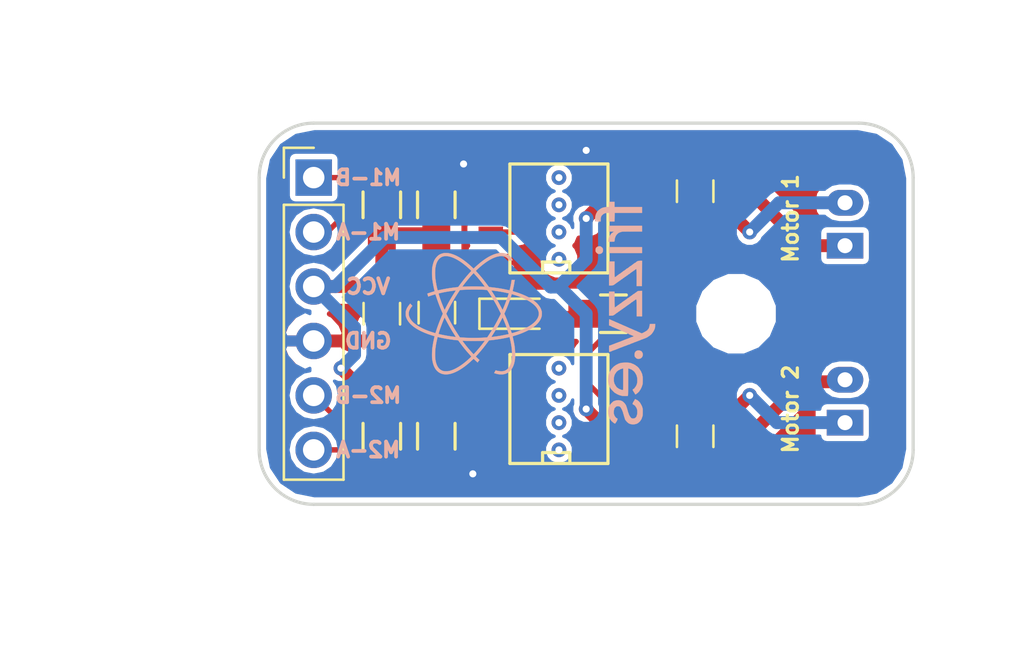
<source format=kicad_pcb>
(kicad_pcb (version 4) (host pcbnew 4.0.7-e2-6376~58~ubuntu16.04.1)

  (general
    (links 35)
    (no_connects 0)
    (area 161.214999 79.934999 191.845001 97.865001)
    (thickness 1.6)
    (drawings 18)
    (tracks 130)
    (zones 0)
    (modules 18)
    (nets 12)
  )

  (page A4)
  (layers
    (0 F.Cu signal)
    (31 B.Cu signal)
    (32 B.Adhes user)
    (33 F.Adhes user)
    (34 B.Paste user)
    (35 F.Paste user)
    (36 B.SilkS user)
    (37 F.SilkS user)
    (38 B.Mask user)
    (39 F.Mask user)
    (40 Dwgs.User user)
    (41 Cmts.User user)
    (42 Eco1.User user)
    (43 Eco2.User user)
    (44 Edge.Cuts user)
    (45 Margin user)
    (46 B.CrtYd user)
    (47 F.CrtYd user)
    (48 B.Fab user)
    (49 F.Fab user)
  )

  (setup
    (last_trace_width 0.254)
    (user_trace_width 0.1524)
    (user_trace_width 0.2)
    (user_trace_width 0.25)
    (user_trace_width 0.3)
    (user_trace_width 0.4)
    (user_trace_width 0.5)
    (user_trace_width 0.6)
    (trace_clearance 0.254)
    (zone_clearance 0.25)
    (zone_45_only no)
    (trace_min 0.1524)
    (segment_width 0.2)
    (edge_width 0.15)
    (via_size 0.6858)
    (via_drill 0.3302)
    (via_min_size 0.6858)
    (via_min_drill 0.3302)
    (uvia_size 0.508)
    (uvia_drill 0.127)
    (uvias_allowed no)
    (uvia_min_size 0.508)
    (uvia_min_drill 0.127)
    (pcb_text_width 0.3)
    (pcb_text_size 1.5 1.5)
    (mod_edge_width 0.15)
    (mod_text_size 1 1)
    (mod_text_width 0.15)
    (pad_size 1.524 1.524)
    (pad_drill 0.762)
    (pad_to_mask_clearance 0.2)
    (aux_axis_origin 161.29 80.01)
    (visible_elements FFFEFF7F)
    (pcbplotparams
      (layerselection 0x010f0_80000001)
      (usegerberextensions true)
      (usegerberattributes true)
      (excludeedgelayer true)
      (linewidth 0.100000)
      (plotframeref false)
      (viasonmask false)
      (mode 1)
      (useauxorigin true)
      (hpglpennumber 1)
      (hpglpenspeed 20)
      (hpglpendiameter 15)
      (hpglpenoverlay 2)
      (psnegative false)
      (psa4output false)
      (plotreference false)
      (plotvalue false)
      (plotinvisibletext false)
      (padsonsilk false)
      (subtractmaskfromsilk false)
      (outputformat 1)
      (mirror false)
      (drillshape 0)
      (scaleselection 1)
      (outputdirectory gerbers/))
  )

  (net 0 "")
  (net 1 VCC)
  (net 2 GND)
  (net 3 "Net-(C3-Pad1)")
  (net 4 "Net-(C3-Pad2)")
  (net 5 "Net-(C4-Pad1)")
  (net 6 "Net-(C4-Pad2)")
  (net 7 "Net-(D1-Pad2)")
  (net 8 "Net-(P2-Pad1)")
  (net 9 "Net-(P2-Pad2)")
  (net 10 "Net-(P2-Pad5)")
  (net 11 "Net-(P2-Pad6)")

  (net_class Default "This is the default net class."
    (clearance 0.254)
    (trace_width 0.254)
    (via_dia 0.6858)
    (via_drill 0.3302)
    (uvia_dia 0.508)
    (uvia_drill 0.127)
    (add_net GND)
    (add_net "Net-(C3-Pad1)")
    (add_net "Net-(C3-Pad2)")
    (add_net "Net-(C4-Pad1)")
    (add_net "Net-(C4-Pad2)")
    (add_net "Net-(D1-Pad2)")
    (add_net "Net-(P2-Pad1)")
    (add_net "Net-(P2-Pad2)")
    (add_net "Net-(P2-Pad5)")
    (add_net "Net-(P2-Pad6)")
    (add_net VCC)
  )

  (net_class 0.2mm ""
    (clearance 0.2)
    (trace_width 0.2)
    (via_dia 0.6858)
    (via_drill 0.3302)
    (uvia_dia 0.508)
    (uvia_drill 0.127)
  )

  (net_class minimal ""
    (clearance 0.1524)
    (trace_width 0.1524)
    (via_dia 0.6858)
    (via_drill 0.3302)
    (uvia_dia 0.508)
    (uvia_drill 0.127)
  )

  (module Connectors_JST:JST_PH_S2B-PH-K_02x2.00mm_Angled (layer F.Cu) (tedit 58F0A118) (tstamp 58EB799D)
    (at 188.595 93.98 90)
    (descr http://www.jst-mfg.com/product/pdf/eng/ePH.pdf)
    (tags "connector jst ph")
    (path /58EB7EFB)
    (fp_text reference P1 (at -6.35 -5.715 90) (layer F.SilkS) hide
      (effects (font (size 1 1) (thickness 0.15)))
    )
    (fp_text value MOTOR_2 (at 1 7.5 90) (layer F.Fab)
      (effects (font (size 1 1) (thickness 0.15)))
    )
    (fp_line (start 0.5 6.25) (end 0.5 2) (layer Dwgs.User) (width 0.15))
    (fp_line (start 0.5 2) (end 1.5 2) (layer Dwgs.User) (width 0.15))
    (fp_line (start 1.5 2) (end 1.5 6.25) (layer Dwgs.User) (width 0.15))
    (fp_line (start -0.9 0.25) (end -1.25 0.25) (layer Dwgs.User) (width 0.15))
    (fp_line (start -1.25 0.25) (end -1.25 -1.35) (layer Dwgs.User) (width 0.15))
    (fp_line (start -1.25 -1.35) (end -1.95 -1.35) (layer Dwgs.User) (width 0.15))
    (fp_line (start -1.95 -1.35) (end -1.95 6.25) (layer Dwgs.User) (width 0.15))
    (fp_line (start -1.95 6.25) (end 3.95 6.25) (layer Dwgs.User) (width 0.15))
    (fp_line (start 3.95 6.25) (end 3.95 -1.35) (layer Dwgs.User) (width 0.15))
    (fp_line (start 3.95 -1.35) (end 3.25 -1.35) (layer Dwgs.User) (width 0.15))
    (fp_line (start 3.25 -1.35) (end 3.25 0.25) (layer Dwgs.User) (width 0.15))
    (fp_line (start 3.25 0.25) (end 2.9 0.25) (layer Dwgs.User) (width 0.15))
    (fp_line (start 0 -1.2) (end -0.4 -1.6) (layer Dwgs.User) (width 0.15))
    (fp_line (start -0.4 -1.6) (end 0.4 -1.6) (layer Dwgs.User) (width 0.15))
    (fp_line (start 0.4 -1.6) (end 0 -1.2) (layer Dwgs.User) (width 0.15))
    (fp_line (start -1.95 0.25) (end -1.25 0.25) (layer Dwgs.User) (width 0.15))
    (fp_line (start 3.95 0.25) (end 3.25 0.25) (layer Dwgs.User) (width 0.15))
    (fp_line (start -1.3 2.5) (end -1.3 4.1) (layer Dwgs.User) (width 0.15))
    (fp_line (start -1.3 4.1) (end -0.3 4.1) (layer Dwgs.User) (width 0.15))
    (fp_line (start -0.3 4.1) (end -0.3 2.5) (layer Dwgs.User) (width 0.15))
    (fp_line (start -0.3 2.5) (end -1.3 2.5) (layer Dwgs.User) (width 0.15))
    (fp_line (start 3.3 2.5) (end 3.3 4.1) (layer Dwgs.User) (width 0.15))
    (fp_line (start 3.3 4.1) (end 2.3 4.1) (layer Dwgs.User) (width 0.15))
    (fp_line (start 2.3 4.1) (end 2.3 2.5) (layer Dwgs.User) (width 0.15))
    (fp_line (start 2.3 2.5) (end 3.3 2.5) (layer Dwgs.User) (width 0.15))
    (fp_line (start -0.3 4.1) (end -0.3 6.25) (layer Dwgs.User) (width 0.15))
    (fp_line (start -0.8 4.1) (end -0.8 6.25) (layer Dwgs.User) (width 0.15))
    (fp_line (start 0.9 0.25) (end 1.1 0.25) (layer Dwgs.User) (width 0.15))
    (fp_line (start -2.45 6.75) (end -2.45 -1.85) (layer Dwgs.User) (width 0.05))
    (fp_line (start -2.45 -1.85) (end 4.45 -1.85) (layer Dwgs.User) (width 0.05))
    (fp_line (start 4.45 -1.85) (end 4.45 6.75) (layer Dwgs.User) (width 0.05))
    (fp_line (start 4.45 6.75) (end -2.45 6.75) (layer Dwgs.User) (width 0.05))
    (pad 1 thru_hole rect (at 0 0 90) (size 1.2 1.7) (drill 0.7) (layers *.Cu *.Mask)
      (net 6 "Net-(C4-Pad2)"))
    (pad 2 thru_hole oval (at 2 0 90) (size 1.2 1.7) (drill 0.7) (layers *.Cu *.Mask)
      (net 5 "Net-(C4-Pad1)"))
    (model ${KIPRJMOD}/3d_models/s2b-ph-kl.wrl
      (at (xyz 0.04 0 0))
      (scale (xyz 1 1 1))
      (rotate (xyz 0 0 0))
    )
  )

  (module Connectors_JST:JST_PH_S2B-PH-K_02x2.00mm_Angled (layer F.Cu) (tedit 58F0A0C2) (tstamp 58EB7997)
    (at 188.595 85.725 90)
    (descr http://www.jst-mfg.com/product/pdf/eng/ePH.pdf)
    (tags "connector jst ph")
    (path /58EB7E66)
    (fp_text reference P!1 (at -14.605 -2.54 90) (layer F.SilkS) hide
      (effects (font (size 1 1) (thickness 0.15)))
    )
    (fp_text value MOTOR_1 (at 1 7.5 90) (layer F.Fab)
      (effects (font (size 1 1) (thickness 0.15)))
    )
    (fp_line (start 0.5 6.25) (end 0.5 2) (layer Dwgs.User) (width 0.15))
    (fp_line (start 0.5 2) (end 1.5 2) (layer Dwgs.User) (width 0.15))
    (fp_line (start 1.5 2) (end 1.5 6.25) (layer Dwgs.User) (width 0.15))
    (fp_line (start -0.9 0.25) (end -1.25 0.25) (layer Dwgs.User) (width 0.15))
    (fp_line (start -1.25 0.25) (end -1.25 -1.35) (layer Dwgs.User) (width 0.15))
    (fp_line (start -1.25 -1.35) (end -1.95 -1.35) (layer Dwgs.User) (width 0.15))
    (fp_line (start -1.95 -1.35) (end -1.95 6.25) (layer Dwgs.User) (width 0.15))
    (fp_line (start -1.95 6.25) (end 3.95 6.25) (layer Dwgs.User) (width 0.15))
    (fp_line (start 3.95 6.25) (end 3.95 -1.35) (layer Dwgs.User) (width 0.15))
    (fp_line (start 3.95 -1.35) (end 3.25 -1.35) (layer Dwgs.User) (width 0.15))
    (fp_line (start 3.25 -1.35) (end 3.25 0.25) (layer Dwgs.User) (width 0.15))
    (fp_line (start 3.25 0.25) (end 2.9 0.25) (layer Dwgs.User) (width 0.15))
    (fp_line (start 0 -1.2) (end -0.4 -1.6) (layer Dwgs.User) (width 0.15))
    (fp_line (start -0.4 -1.6) (end 0.4 -1.6) (layer Dwgs.User) (width 0.15))
    (fp_line (start 0.4 -1.6) (end 0 -1.2) (layer Dwgs.User) (width 0.15))
    (fp_line (start -1.95 0.25) (end -1.25 0.25) (layer Dwgs.User) (width 0.15))
    (fp_line (start 3.95 0.25) (end 3.25 0.25) (layer Dwgs.User) (width 0.15))
    (fp_line (start -1.3 2.5) (end -1.3 4.1) (layer Dwgs.User) (width 0.15))
    (fp_line (start -1.3 4.1) (end -0.3 4.1) (layer Dwgs.User) (width 0.15))
    (fp_line (start -0.3 4.1) (end -0.3 2.5) (layer Dwgs.User) (width 0.15))
    (fp_line (start -0.3 2.5) (end -1.3 2.5) (layer Dwgs.User) (width 0.15))
    (fp_line (start 3.3 2.5) (end 3.3 4.1) (layer Dwgs.User) (width 0.15))
    (fp_line (start 3.3 4.1) (end 2.3 4.1) (layer Dwgs.User) (width 0.15))
    (fp_line (start 2.3 4.1) (end 2.3 2.5) (layer Dwgs.User) (width 0.15))
    (fp_line (start 2.3 2.5) (end 3.3 2.5) (layer Dwgs.User) (width 0.15))
    (fp_line (start -0.3 4.1) (end -0.3 6.25) (layer Dwgs.User) (width 0.15))
    (fp_line (start -0.8 4.1) (end -0.8 6.25) (layer Dwgs.User) (width 0.15))
    (fp_line (start 0.9 0.25) (end 1.1 0.25) (layer Dwgs.User) (width 0.15))
    (fp_line (start -2.45 6.75) (end -2.45 -1.85) (layer Dwgs.User) (width 0.05))
    (fp_line (start -2.45 -1.85) (end 4.45 -1.85) (layer Dwgs.User) (width 0.05))
    (fp_line (start 4.45 -1.85) (end 4.45 6.75) (layer Dwgs.User) (width 0.05))
    (fp_line (start 4.45 6.75) (end -2.45 6.75) (layer Dwgs.User) (width 0.05))
    (pad 1 thru_hole rect (at 0 0 90) (size 1.2 1.7) (drill 0.7) (layers *.Cu *.Mask)
      (net 4 "Net-(C3-Pad2)"))
    (pad 2 thru_hole oval (at 2 0 90) (size 1.2 1.7) (drill 0.7) (layers *.Cu *.Mask)
      (net 3 "Net-(C3-Pad1)"))
    (model ${KIPRJMOD}/3d_models/s2b-ph-kl.wrl
      (at (xyz 0.04 0 0))
      (scale (xyz 1 1 1))
      (rotate (xyz 0 0 0))
    )
  )

  (module Capacitors_SMD:C_0805_HandSoldering (layer F.Cu) (tedit 58F09BAA) (tstamp 58EB7979)
    (at 167.005 88.9 270)
    (descr "Capacitor SMD 0805, hand soldering")
    (tags "capacitor 0805")
    (path /58EBB1AD)
    (attr smd)
    (fp_text reference C1 (at -3.175 6.985 270) (layer F.SilkS) hide
      (effects (font (size 1 1) (thickness 0.15)))
    )
    (fp_text value 10uF (at 0 2.1 270) (layer F.Fab)
      (effects (font (size 1 1) (thickness 0.15)))
    )
    (fp_line (start -1 0.625) (end -1 -0.625) (layer F.Fab) (width 0.1))
    (fp_line (start 1 0.625) (end -1 0.625) (layer F.Fab) (width 0.1))
    (fp_line (start 1 -0.625) (end 1 0.625) (layer F.Fab) (width 0.1))
    (fp_line (start -1 -0.625) (end 1 -0.625) (layer F.Fab) (width 0.1))
    (fp_line (start -2.3 -1) (end 2.3 -1) (layer F.CrtYd) (width 0.05))
    (fp_line (start -2.3 1) (end 2.3 1) (layer F.CrtYd) (width 0.05))
    (fp_line (start -2.3 -1) (end -2.3 1) (layer F.CrtYd) (width 0.05))
    (fp_line (start 2.3 -1) (end 2.3 1) (layer F.CrtYd) (width 0.05))
    (fp_line (start 0.5 -0.85) (end -0.5 -0.85) (layer F.SilkS) (width 0.12))
    (fp_line (start -0.5 0.85) (end 0.5 0.85) (layer F.SilkS) (width 0.12))
    (pad 1 smd rect (at -1.25 0 270) (size 1.5 1.25) (layers F.Cu F.Paste F.Mask)
      (net 1 VCC))
    (pad 2 smd rect (at 1.25 0 270) (size 1.5 1.25) (layers F.Cu F.Paste F.Mask)
      (net 2 GND))
    (model Capacitors_SMD.3dshapes/C_0805.wrl
      (at (xyz 0 0 0))
      (scale (xyz 1 1 1))
      (rotate (xyz 0 0 0))
    )
  )

  (module Capacitors_SMD:C_0805_HandSoldering (layer F.Cu) (tedit 58F09BB1) (tstamp 58EB797F)
    (at 169.5704 88.8492 270)
    (descr "Capacitor SMD 0805, hand soldering")
    (tags "capacitor 0805")
    (path /58EBB323)
    (attr smd)
    (fp_text reference C2 (at 1.27 9.525 270) (layer F.SilkS) hide
      (effects (font (size 1 1) (thickness 0.15)))
    )
    (fp_text value 0.1uF (at 0 2.1 270) (layer F.Fab)
      (effects (font (size 1 1) (thickness 0.15)))
    )
    (fp_line (start -1 0.625) (end -1 -0.625) (layer F.Fab) (width 0.1))
    (fp_line (start 1 0.625) (end -1 0.625) (layer F.Fab) (width 0.1))
    (fp_line (start 1 -0.625) (end 1 0.625) (layer F.Fab) (width 0.1))
    (fp_line (start -1 -0.625) (end 1 -0.625) (layer F.Fab) (width 0.1))
    (fp_line (start -2.3 -1) (end 2.3 -1) (layer F.CrtYd) (width 0.05))
    (fp_line (start -2.3 1) (end 2.3 1) (layer F.CrtYd) (width 0.05))
    (fp_line (start -2.3 -1) (end -2.3 1) (layer F.CrtYd) (width 0.05))
    (fp_line (start 2.3 -1) (end 2.3 1) (layer F.CrtYd) (width 0.05))
    (fp_line (start 0.5 -0.85) (end -0.5 -0.85) (layer F.SilkS) (width 0.12))
    (fp_line (start -0.5 0.85) (end 0.5 0.85) (layer F.SilkS) (width 0.12))
    (pad 1 smd rect (at -1.25 0 270) (size 1.5 1.25) (layers F.Cu F.Paste F.Mask)
      (net 1 VCC))
    (pad 2 smd rect (at 1.25 0 270) (size 1.5 1.25) (layers F.Cu F.Paste F.Mask)
      (net 2 GND))
    (model Capacitors_SMD.3dshapes/C_0805.wrl
      (at (xyz 0 0 0))
      (scale (xyz 1 1 1))
      (rotate (xyz 0 0 0))
    )
  )

  (module Capacitors_SMD:C_0805_HandSoldering (layer F.Cu) (tedit 58F09B97) (tstamp 58EB7985)
    (at 181.61 83.185 90)
    (descr "Capacitor SMD 0805, hand soldering")
    (tags "capacitor 0805")
    (path /58EB7946)
    (attr smd)
    (fp_text reference C3 (at -17.78 6.985 90) (layer F.SilkS) hide
      (effects (font (size 1 1) (thickness 0.15)))
    )
    (fp_text value 0.1uF (at 0 2.1 90) (layer F.Fab)
      (effects (font (size 1 1) (thickness 0.15)))
    )
    (fp_line (start -1 0.625) (end -1 -0.625) (layer F.Fab) (width 0.1))
    (fp_line (start 1 0.625) (end -1 0.625) (layer F.Fab) (width 0.1))
    (fp_line (start 1 -0.625) (end 1 0.625) (layer F.Fab) (width 0.1))
    (fp_line (start -1 -0.625) (end 1 -0.625) (layer F.Fab) (width 0.1))
    (fp_line (start -2.3 -1) (end 2.3 -1) (layer F.CrtYd) (width 0.05))
    (fp_line (start -2.3 1) (end 2.3 1) (layer F.CrtYd) (width 0.05))
    (fp_line (start -2.3 -1) (end -2.3 1) (layer F.CrtYd) (width 0.05))
    (fp_line (start 2.3 -1) (end 2.3 1) (layer F.CrtYd) (width 0.05))
    (fp_line (start 0.5 -0.85) (end -0.5 -0.85) (layer F.SilkS) (width 0.12))
    (fp_line (start -0.5 0.85) (end 0.5 0.85) (layer F.SilkS) (width 0.12))
    (pad 1 smd rect (at -1.25 0 90) (size 1.5 1.25) (layers F.Cu F.Paste F.Mask)
      (net 3 "Net-(C3-Pad1)"))
    (pad 2 smd rect (at 1.25 0 90) (size 1.5 1.25) (layers F.Cu F.Paste F.Mask)
      (net 4 "Net-(C3-Pad2)"))
    (model Capacitors_SMD.3dshapes/C_0805.wrl
      (at (xyz 0 0 0))
      (scale (xyz 1 1 1))
      (rotate (xyz 0 0 0))
    )
  )

  (module Capacitors_SMD:C_0805_HandSoldering (layer F.Cu) (tedit 58F09B8E) (tstamp 58EB798B)
    (at 181.61 94.615 90)
    (descr "Capacitor SMD 0805, hand soldering")
    (tags "capacitor 0805")
    (path /58EB79B1)
    (attr smd)
    (fp_text reference C4 (at -5.715 -2.54 90) (layer F.SilkS) hide
      (effects (font (size 1 1) (thickness 0.15)))
    )
    (fp_text value 0.1uF (at -6.35 2.54 90) (layer F.Fab)
      (effects (font (size 1 1) (thickness 0.15)))
    )
    (fp_line (start -1 0.625) (end -1 -0.625) (layer F.Fab) (width 0.1))
    (fp_line (start 1 0.625) (end -1 0.625) (layer F.Fab) (width 0.1))
    (fp_line (start 1 -0.625) (end 1 0.625) (layer F.Fab) (width 0.1))
    (fp_line (start -1 -0.625) (end 1 -0.625) (layer F.Fab) (width 0.1))
    (fp_line (start -2.3 -1) (end 2.3 -1) (layer F.CrtYd) (width 0.05))
    (fp_line (start -2.3 1) (end 2.3 1) (layer F.CrtYd) (width 0.05))
    (fp_line (start -2.3 -1) (end -2.3 1) (layer F.CrtYd) (width 0.05))
    (fp_line (start 2.3 -1) (end 2.3 1) (layer F.CrtYd) (width 0.05))
    (fp_line (start 0.5 -0.85) (end -0.5 -0.85) (layer F.SilkS) (width 0.12))
    (fp_line (start -0.5 0.85) (end 0.5 0.85) (layer F.SilkS) (width 0.12))
    (pad 1 smd rect (at -1.25 0 90) (size 1.5 1.25) (layers F.Cu F.Paste F.Mask)
      (net 5 "Net-(C4-Pad1)"))
    (pad 2 smd rect (at 1.25 0 90) (size 1.5 1.25) (layers F.Cu F.Paste F.Mask)
      (net 6 "Net-(C4-Pad2)"))
    (model Capacitors_SMD.3dshapes/C_0805.wrl
      (at (xyz 0 0 0))
      (scale (xyz 1 1 1))
      (rotate (xyz 0 0 0))
    )
  )

  (module LEDs:LED_0805 (layer F.Cu) (tedit 58F09BAD) (tstamp 58EB7991)
    (at 173.355 88.9)
    (descr "LED 0805 smd package")
    (tags "LED led 0805 SMD smd SMT smt smdled SMDLED smtled SMTLED")
    (path /58EB7A74)
    (attr smd)
    (fp_text reference D1 (at -13.335 -1.27) (layer F.SilkS) hide
      (effects (font (size 1 1) (thickness 0.15)))
    )
    (fp_text value LED (at 0 1.55) (layer F.Fab)
      (effects (font (size 1 1) (thickness 0.15)))
    )
    (fp_line (start -1.8 -0.7) (end -1.8 0.7) (layer F.SilkS) (width 0.12))
    (fp_line (start -0.4 -0.4) (end -0.4 0.4) (layer F.Fab) (width 0.1))
    (fp_line (start -0.4 0) (end 0.2 -0.4) (layer F.Fab) (width 0.1))
    (fp_line (start 0.2 0.4) (end -0.4 0) (layer F.Fab) (width 0.1))
    (fp_line (start 0.2 -0.4) (end 0.2 0.4) (layer F.Fab) (width 0.1))
    (fp_line (start 1 0.6) (end -1 0.6) (layer F.Fab) (width 0.1))
    (fp_line (start 1 -0.6) (end 1 0.6) (layer F.Fab) (width 0.1))
    (fp_line (start -1 -0.6) (end 1 -0.6) (layer F.Fab) (width 0.1))
    (fp_line (start -1 0.6) (end -1 -0.6) (layer F.Fab) (width 0.1))
    (fp_line (start -1.8 0.7) (end 1 0.7) (layer F.SilkS) (width 0.12))
    (fp_line (start -1.8 -0.7) (end 1 -0.7) (layer F.SilkS) (width 0.12))
    (fp_line (start 1.95 -0.85) (end 1.95 0.85) (layer F.CrtYd) (width 0.05))
    (fp_line (start 1.95 0.85) (end -1.95 0.85) (layer F.CrtYd) (width 0.05))
    (fp_line (start -1.95 0.85) (end -1.95 -0.85) (layer F.CrtYd) (width 0.05))
    (fp_line (start -1.95 -0.85) (end 1.95 -0.85) (layer F.CrtYd) (width 0.05))
    (pad 2 smd rect (at 1.1 0 180) (size 1.2 1.2) (layers F.Cu F.Paste F.Mask)
      (net 7 "Net-(D1-Pad2)"))
    (pad 1 smd rect (at -1.1 0 180) (size 1.2 1.2) (layers F.Cu F.Paste F.Mask)
      (net 2 GND))
    (model LEDs.3dshapes/LED_0805.wrl
      (at (xyz 0 0 0))
      (scale (xyz 1 1 1))
      (rotate (xyz 0 0 180))
    )
  )

  (module Pin_Headers:Pin_Header_Straight_1x06_Pitch2.54mm (layer F.Cu) (tedit 58F09B9C) (tstamp 58EB79A7)
    (at 163.83 82.55)
    (descr "Through hole straight pin header, 1x06, 2.54mm pitch, single row")
    (tags "Through hole pin header THT 1x06 2.54mm single row")
    (path /58EB7E0D)
    (fp_text reference P2 (at 1.905 -8.255) (layer F.SilkS) hide
      (effects (font (size 1 1) (thickness 0.15)))
    )
    (fp_text value CONN_01X06 (at 0.635 17.145) (layer F.Fab)
      (effects (font (size 1 1) (thickness 0.15)))
    )
    (fp_line (start -1.27 -1.27) (end -1.27 13.97) (layer F.Fab) (width 0.1))
    (fp_line (start -1.27 13.97) (end 1.27 13.97) (layer F.Fab) (width 0.1))
    (fp_line (start 1.27 13.97) (end 1.27 -1.27) (layer F.Fab) (width 0.1))
    (fp_line (start 1.27 -1.27) (end -1.27 -1.27) (layer F.Fab) (width 0.1))
    (fp_line (start -1.39 1.27) (end -1.39 14.09) (layer F.SilkS) (width 0.12))
    (fp_line (start -1.39 14.09) (end 1.39 14.09) (layer F.SilkS) (width 0.12))
    (fp_line (start 1.39 14.09) (end 1.39 1.27) (layer F.SilkS) (width 0.12))
    (fp_line (start 1.39 1.27) (end -1.39 1.27) (layer F.SilkS) (width 0.12))
    (fp_line (start -1.39 0) (end -1.39 -1.39) (layer F.SilkS) (width 0.12))
    (fp_line (start -1.39 -1.39) (end 0 -1.39) (layer F.SilkS) (width 0.12))
    (fp_line (start -1.6 -1.6) (end -1.6 14.3) (layer F.CrtYd) (width 0.05))
    (fp_line (start -1.6 14.3) (end 1.6 14.3) (layer F.CrtYd) (width 0.05))
    (fp_line (start 1.6 14.3) (end 1.6 -1.6) (layer F.CrtYd) (width 0.05))
    (fp_line (start 1.6 -1.6) (end -1.6 -1.6) (layer F.CrtYd) (width 0.05))
    (pad 1 thru_hole rect (at 0 0) (size 1.7 1.7) (drill 1) (layers *.Cu *.Mask)
      (net 8 "Net-(P2-Pad1)"))
    (pad 2 thru_hole oval (at 0 2.54) (size 1.7 1.7) (drill 1) (layers *.Cu *.Mask)
      (net 9 "Net-(P2-Pad2)"))
    (pad 3 thru_hole oval (at 0 5.08) (size 1.7 1.7) (drill 1) (layers *.Cu *.Mask)
      (net 1 VCC))
    (pad 4 thru_hole oval (at 0 7.62) (size 1.7 1.7) (drill 1) (layers *.Cu *.Mask)
      (net 2 GND))
    (pad 5 thru_hole oval (at 0 10.16) (size 1.7 1.7) (drill 1) (layers *.Cu *.Mask)
      (net 10 "Net-(P2-Pad5)"))
    (pad 6 thru_hole oval (at 0 12.7) (size 1.7 1.7) (drill 1) (layers *.Cu *.Mask)
      (net 11 "Net-(P2-Pad6)"))
    (model Pin_Headers.3dshapes/Pin_Header_Straight_1x06_Pitch2.54mm.wrl
      (at (xyz 0 0 0))
      (scale (xyz 1 1 1))
      (rotate (xyz 0 0 0))
    )
  )

  (module Resistors_SMD:R_0805_HandSoldering (layer F.Cu) (tedit 58F09BB4) (tstamp 58EB79AD)
    (at 177.8 88.9 180)
    (descr "Resistor SMD 0805, hand soldering")
    (tags "resistor 0805")
    (path /58EBA8D6)
    (attr smd)
    (fp_text reference R1 (at 17.78 -3.175 180) (layer F.SilkS) hide
      (effects (font (size 1 1) (thickness 0.15)))
    )
    (fp_text value 1K (at 0 2.1 180) (layer F.Fab)
      (effects (font (size 1 1) (thickness 0.15)))
    )
    (fp_line (start -1 0.625) (end -1 -0.625) (layer F.Fab) (width 0.1))
    (fp_line (start 1 0.625) (end -1 0.625) (layer F.Fab) (width 0.1))
    (fp_line (start 1 -0.625) (end 1 0.625) (layer F.Fab) (width 0.1))
    (fp_line (start -1 -0.625) (end 1 -0.625) (layer F.Fab) (width 0.1))
    (fp_line (start -2.4 -1) (end 2.4 -1) (layer F.CrtYd) (width 0.05))
    (fp_line (start -2.4 1) (end 2.4 1) (layer F.CrtYd) (width 0.05))
    (fp_line (start -2.4 -1) (end -2.4 1) (layer F.CrtYd) (width 0.05))
    (fp_line (start 2.4 -1) (end 2.4 1) (layer F.CrtYd) (width 0.05))
    (fp_line (start 0.6 0.875) (end -0.6 0.875) (layer F.SilkS) (width 0.15))
    (fp_line (start -0.6 -0.875) (end 0.6 -0.875) (layer F.SilkS) (width 0.15))
    (pad 1 smd rect (at -1.35 0 180) (size 1.5 1.3) (layers F.Cu F.Paste F.Mask)
      (net 1 VCC))
    (pad 2 smd rect (at 1.35 0 180) (size 1.5 1.3) (layers F.Cu F.Paste F.Mask)
      (net 7 "Net-(D1-Pad2)"))
    (model Resistors_SMD.3dshapes/R_0805.wrl
      (at (xyz 0 0 0))
      (scale (xyz 1 1 1))
      (rotate (xyz 0 0 0))
    )
  )

  (module Resistors_SMD:R_0805_HandSoldering (layer F.Cu) (tedit 58F09BA2) (tstamp 58EB79B3)
    (at 167.005 83.82 90)
    (descr "Resistor SMD 0805, hand soldering")
    (tags "resistor 0805")
    (path /58EB7A1F)
    (attr smd)
    (fp_text reference R2 (at 10.795 1.905 90) (layer F.SilkS) hide
      (effects (font (size 1 1) (thickness 0.15)))
    )
    (fp_text value 10K (at 0 2.1 90) (layer F.Fab)
      (effects (font (size 1 1) (thickness 0.15)))
    )
    (fp_line (start -1 0.625) (end -1 -0.625) (layer F.Fab) (width 0.1))
    (fp_line (start 1 0.625) (end -1 0.625) (layer F.Fab) (width 0.1))
    (fp_line (start 1 -0.625) (end 1 0.625) (layer F.Fab) (width 0.1))
    (fp_line (start -1 -0.625) (end 1 -0.625) (layer F.Fab) (width 0.1))
    (fp_line (start -2.4 -1) (end 2.4 -1) (layer F.CrtYd) (width 0.05))
    (fp_line (start -2.4 1) (end 2.4 1) (layer F.CrtYd) (width 0.05))
    (fp_line (start -2.4 -1) (end -2.4 1) (layer F.CrtYd) (width 0.05))
    (fp_line (start 2.4 -1) (end 2.4 1) (layer F.CrtYd) (width 0.05))
    (fp_line (start 0.6 0.875) (end -0.6 0.875) (layer F.SilkS) (width 0.15))
    (fp_line (start -0.6 -0.875) (end 0.6 -0.875) (layer F.SilkS) (width 0.15))
    (pad 1 smd rect (at -1.35 0 90) (size 1.5 1.3) (layers F.Cu F.Paste F.Mask)
      (net 1 VCC))
    (pad 2 smd rect (at 1.35 0 90) (size 1.5 1.3) (layers F.Cu F.Paste F.Mask)
      (net 8 "Net-(P2-Pad1)"))
    (model Resistors_SMD.3dshapes/R_0805.wrl
      (at (xyz 0 0 0))
      (scale (xyz 1 1 1))
      (rotate (xyz 0 0 0))
    )
  )

  (module Resistors_SMD:R_0805_HandSoldering (layer F.Cu) (tedit 58F09B9F) (tstamp 58EB79B9)
    (at 169.545 83.82 90)
    (descr "Resistor SMD 0805, hand soldering")
    (tags "resistor 0805")
    (path /58EB9964)
    (attr smd)
    (fp_text reference R3 (at 5.08 -2.54 90) (layer F.SilkS) hide
      (effects (font (size 1 1) (thickness 0.15)))
    )
    (fp_text value 10K (at 0 2.1 90) (layer F.Fab)
      (effects (font (size 1 1) (thickness 0.15)))
    )
    (fp_line (start -1 0.625) (end -1 -0.625) (layer F.Fab) (width 0.1))
    (fp_line (start 1 0.625) (end -1 0.625) (layer F.Fab) (width 0.1))
    (fp_line (start 1 -0.625) (end 1 0.625) (layer F.Fab) (width 0.1))
    (fp_line (start -1 -0.625) (end 1 -0.625) (layer F.Fab) (width 0.1))
    (fp_line (start -2.4 -1) (end 2.4 -1) (layer F.CrtYd) (width 0.05))
    (fp_line (start -2.4 1) (end 2.4 1) (layer F.CrtYd) (width 0.05))
    (fp_line (start -2.4 -1) (end -2.4 1) (layer F.CrtYd) (width 0.05))
    (fp_line (start 2.4 -1) (end 2.4 1) (layer F.CrtYd) (width 0.05))
    (fp_line (start 0.6 0.875) (end -0.6 0.875) (layer F.SilkS) (width 0.15))
    (fp_line (start -0.6 -0.875) (end 0.6 -0.875) (layer F.SilkS) (width 0.15))
    (pad 1 smd rect (at -1.35 0 90) (size 1.5 1.3) (layers F.Cu F.Paste F.Mask)
      (net 1 VCC))
    (pad 2 smd rect (at 1.35 0 90) (size 1.5 1.3) (layers F.Cu F.Paste F.Mask)
      (net 9 "Net-(P2-Pad2)"))
    (model Resistors_SMD.3dshapes/R_0805.wrl
      (at (xyz 0 0 0))
      (scale (xyz 1 1 1))
      (rotate (xyz 0 0 0))
    )
  )

  (module Resistors_SMD:R_0805_HandSoldering (layer F.Cu) (tedit 58F09B86) (tstamp 58EB79BF)
    (at 169.545 94.615 270)
    (descr "Resistor SMD 0805, hand soldering")
    (tags "resistor 0805")
    (path /58EB9996)
    (attr smd)
    (fp_text reference R4 (at 5.715 -1.905 270) (layer F.SilkS) hide
      (effects (font (size 1 1) (thickness 0.15)))
    )
    (fp_text value 10K (at 8.255 -3.81 270) (layer F.Fab)
      (effects (font (size 1 1) (thickness 0.15)))
    )
    (fp_line (start -1 0.625) (end -1 -0.625) (layer F.Fab) (width 0.1))
    (fp_line (start 1 0.625) (end -1 0.625) (layer F.Fab) (width 0.1))
    (fp_line (start 1 -0.625) (end 1 0.625) (layer F.Fab) (width 0.1))
    (fp_line (start -1 -0.625) (end 1 -0.625) (layer F.Fab) (width 0.1))
    (fp_line (start -2.4 -1) (end 2.4 -1) (layer F.CrtYd) (width 0.05))
    (fp_line (start -2.4 1) (end 2.4 1) (layer F.CrtYd) (width 0.05))
    (fp_line (start -2.4 -1) (end -2.4 1) (layer F.CrtYd) (width 0.05))
    (fp_line (start 2.4 -1) (end 2.4 1) (layer F.CrtYd) (width 0.05))
    (fp_line (start 0.6 0.875) (end -0.6 0.875) (layer F.SilkS) (width 0.15))
    (fp_line (start -0.6 -0.875) (end 0.6 -0.875) (layer F.SilkS) (width 0.15))
    (pad 1 smd rect (at -1.35 0 270) (size 1.5 1.3) (layers F.Cu F.Paste F.Mask)
      (net 1 VCC))
    (pad 2 smd rect (at 1.35 0 270) (size 1.5 1.3) (layers F.Cu F.Paste F.Mask)
      (net 10 "Net-(P2-Pad5)"))
    (model Resistors_SMD.3dshapes/R_0805.wrl
      (at (xyz 0 0 0))
      (scale (xyz 1 1 1))
      (rotate (xyz 0 0 0))
    )
  )

  (module Resistors_SMD:R_0805_HandSoldering (layer F.Cu) (tedit 58F09B80) (tstamp 58EB79C5)
    (at 167.005 94.615 270)
    (descr "Resistor SMD 0805, hand soldering")
    (tags "resistor 0805")
    (path /58EB99CB)
    (attr smd)
    (fp_text reference R5 (at 5.715 -1.905 270) (layer F.SilkS) hide
      (effects (font (size 1 1) (thickness 0.15)))
    )
    (fp_text value 10K (at 5.08 -3.81 270) (layer F.Fab)
      (effects (font (size 1 1) (thickness 0.15)))
    )
    (fp_line (start -1 0.625) (end -1 -0.625) (layer F.Fab) (width 0.1))
    (fp_line (start 1 0.625) (end -1 0.625) (layer F.Fab) (width 0.1))
    (fp_line (start 1 -0.625) (end 1 0.625) (layer F.Fab) (width 0.1))
    (fp_line (start -1 -0.625) (end 1 -0.625) (layer F.Fab) (width 0.1))
    (fp_line (start -2.4 -1) (end 2.4 -1) (layer F.CrtYd) (width 0.05))
    (fp_line (start -2.4 1) (end 2.4 1) (layer F.CrtYd) (width 0.05))
    (fp_line (start -2.4 -1) (end -2.4 1) (layer F.CrtYd) (width 0.05))
    (fp_line (start 2.4 -1) (end 2.4 1) (layer F.CrtYd) (width 0.05))
    (fp_line (start 0.6 0.875) (end -0.6 0.875) (layer F.SilkS) (width 0.15))
    (fp_line (start -0.6 -0.875) (end 0.6 -0.875) (layer F.SilkS) (width 0.15))
    (pad 1 smd rect (at -1.35 0 270) (size 1.5 1.3) (layers F.Cu F.Paste F.Mask)
      (net 1 VCC))
    (pad 2 smd rect (at 1.35 0 270) (size 1.5 1.3) (layers F.Cu F.Paste F.Mask)
      (net 11 "Net-(P2-Pad6)"))
    (model Resistors_SMD.3dshapes/R_0805.wrl
      (at (xyz 0 0 0))
      (scale (xyz 1 1 1))
      (rotate (xyz 0 0 0))
    )
  )

  (module Mounting_Holes:MountingHole_3.2mm_M3_ISO14580 (layer F.Cu) (tedit 58EBC37E) (tstamp 58EB7C5E)
    (at 183.515 88.9)
    (descr "Mounting Hole 3.2mm, no annular, M3, ISO14580")
    (tags "mounting hole 3.2mm no annular m3 iso14580")
    (fp_text reference REF** (at -8.255 15.875) (layer F.SilkS) hide
      (effects (font (size 1 1) (thickness 0.15)))
    )
    (fp_text value MountingHole_3.2mm_M3_ISO14580 (at 0 12.065) (layer F.Fab) hide
      (effects (font (size 1 1) (thickness 0.15)))
    )
    (fp_circle (center 0 0) (end 2.75 0) (layer Cmts.User) (width 0.15))
    (fp_circle (center 0 0) (end 3 0) (layer F.CrtYd) (width 0.05))
    (pad 1 np_thru_hole circle (at 0 0) (size 3.2 3.2) (drill 3.2) (layers *.Cu *.Mask))
  )

  (module SMD_Packages:SOIC-8-N (layer F.Cu) (tedit 58F09BA5) (tstamp 58EBB45E)
    (at 175.26 84.455 90)
    (descr "Module Narrow CMS SOJ 8 pins large")
    (tags "CMS SOJ")
    (path /58EB772B)
    (attr smd)
    (fp_text reference U1 (at 11.43 -2.54 90) (layer F.SilkS) hide
      (effects (font (size 1 1) (thickness 0.15)))
    )
    (fp_text value L9110 (at 0 1.27 90) (layer F.Fab)
      (effects (font (size 1 1) (thickness 0.15)))
    )
    (fp_line (start -2.54 -2.286) (end 2.54 -2.286) (layer F.SilkS) (width 0.15))
    (fp_line (start 2.54 -2.286) (end 2.54 2.286) (layer F.SilkS) (width 0.15))
    (fp_line (start 2.54 2.286) (end -2.54 2.286) (layer F.SilkS) (width 0.15))
    (fp_line (start -2.54 2.286) (end -2.54 -2.286) (layer F.SilkS) (width 0.15))
    (fp_line (start -2.54 -0.762) (end -2.032 -0.762) (layer F.SilkS) (width 0.15))
    (fp_line (start -2.032 -0.762) (end -2.032 0.508) (layer F.SilkS) (width 0.15))
    (fp_line (start -2.032 0.508) (end -2.54 0.508) (layer F.SilkS) (width 0.15))
    (pad 8 smd rect (at -1.905 -3.175 90) (size 0.508 1.143) (layers F.Cu F.Paste F.Mask)
      (net 2 GND))
    (pad 7 smd rect (at -0.635 -3.175 90) (size 0.508 1.143) (layers F.Cu F.Paste F.Mask)
      (net 8 "Net-(P2-Pad1)"))
    (pad 6 smd rect (at 0.635 -3.175 90) (size 0.508 1.143) (layers F.Cu F.Paste F.Mask)
      (net 9 "Net-(P2-Pad2)"))
    (pad 5 smd rect (at 1.905 -3.175 90) (size 0.508 1.143) (layers F.Cu F.Paste F.Mask)
      (net 2 GND))
    (pad 4 smd rect (at 1.905 3.175 90) (size 0.508 1.143) (layers F.Cu F.Paste F.Mask)
      (net 4 "Net-(C3-Pad2)"))
    (pad 3 smd rect (at 0.635 3.175 90) (size 0.508 1.143) (layers F.Cu F.Paste F.Mask)
      (net 1 VCC))
    (pad 2 smd rect (at -0.635 3.175 90) (size 0.508 1.143) (layers F.Cu F.Paste F.Mask)
      (net 1 VCC))
    (pad 1 smd rect (at -1.905 3.175 90) (size 0.508 1.143) (layers F.Cu F.Paste F.Mask)
      (net 3 "Net-(C3-Pad1)"))
    (model SMD_Packages.3dshapes/SOIC-8-N.wrl
      (at (xyz 0 0 0))
      (scale (xyz 0.5 0.38 0.5))
      (rotate (xyz 0 0 0))
    )
  )

  (module SMD_Packages:SOIC-8-N (layer F.Cu) (tedit 58F09B8A) (tstamp 58EBB469)
    (at 175.26 93.345 90)
    (descr "Module Narrow CMS SOJ 8 pins large")
    (tags "CMS SOJ")
    (path /58EB7852)
    (attr smd)
    (fp_text reference U2 (at -6.985 0 90) (layer F.SilkS) hide
      (effects (font (size 1 1) (thickness 0.15)))
    )
    (fp_text value L9110 (at 0 1.27 90) (layer F.Fab)
      (effects (font (size 1 1) (thickness 0.15)))
    )
    (fp_line (start -2.54 -2.286) (end 2.54 -2.286) (layer F.SilkS) (width 0.15))
    (fp_line (start 2.54 -2.286) (end 2.54 2.286) (layer F.SilkS) (width 0.15))
    (fp_line (start 2.54 2.286) (end -2.54 2.286) (layer F.SilkS) (width 0.15))
    (fp_line (start -2.54 2.286) (end -2.54 -2.286) (layer F.SilkS) (width 0.15))
    (fp_line (start -2.54 -0.762) (end -2.032 -0.762) (layer F.SilkS) (width 0.15))
    (fp_line (start -2.032 -0.762) (end -2.032 0.508) (layer F.SilkS) (width 0.15))
    (fp_line (start -2.032 0.508) (end -2.54 0.508) (layer F.SilkS) (width 0.15))
    (pad 8 smd rect (at -1.905 -3.175 90) (size 0.508 1.143) (layers F.Cu F.Paste F.Mask)
      (net 2 GND))
    (pad 7 smd rect (at -0.635 -3.175 90) (size 0.508 1.143) (layers F.Cu F.Paste F.Mask)
      (net 10 "Net-(P2-Pad5)"))
    (pad 6 smd rect (at 0.635 -3.175 90) (size 0.508 1.143) (layers F.Cu F.Paste F.Mask)
      (net 11 "Net-(P2-Pad6)"))
    (pad 5 smd rect (at 1.905 -3.175 90) (size 0.508 1.143) (layers F.Cu F.Paste F.Mask)
      (net 2 GND))
    (pad 4 smd rect (at 1.905 3.175 90) (size 0.508 1.143) (layers F.Cu F.Paste F.Mask)
      (net 6 "Net-(C4-Pad2)"))
    (pad 3 smd rect (at 0.635 3.175 90) (size 0.508 1.143) (layers F.Cu F.Paste F.Mask)
      (net 1 VCC))
    (pad 2 smd rect (at -0.635 3.175 90) (size 0.508 1.143) (layers F.Cu F.Paste F.Mask)
      (net 1 VCC))
    (pad 1 smd rect (at -1.905 3.175 90) (size 0.508 1.143) (layers F.Cu F.Paste F.Mask)
      (net 5 "Net-(C4-Pad1)"))
    (model SMD_Packages.3dshapes/SOIC-8-N.wrl
      (at (xyz 0 0 0))
      (scale (xyz 0.5 0.38 0.5))
      (rotate (xyz 0 0 0))
    )
  )

  (module Grape:atom_small (layer B.Cu) (tedit 0) (tstamp 5A81A322)
    (at 171.2976 88.9 270)
    (fp_text reference G*** (at 0 0 270) (layer B.SilkS) hide
      (effects (font (thickness 0.3)) (justify mirror))
    )
    (fp_text value LOGO (at 0.75 0 270) (layer B.SilkS) hide
      (effects (font (thickness 0.3)) (justify mirror))
    )
    (fp_poly (pts (xy 0.036576 3.177312) (xy 0.066713 3.176523) (xy 0.090319 3.174814) (xy 0.110477 3.171845)
      (xy 0.130271 3.167275) (xy 0.152784 3.160764) (xy 0.155183 3.16003) (xy 0.23896 3.127774)
      (xy 0.320681 3.083152) (xy 0.400215 3.026348) (xy 0.477431 2.957548) (xy 0.552199 2.876939)
      (xy 0.624388 2.784706) (xy 0.693868 2.681034) (xy 0.760507 2.566111) (xy 0.824176 2.440121)
      (xy 0.884743 2.303251) (xy 0.942078 2.155687) (xy 0.99605 1.997614) (xy 1.015065 1.93675)
      (xy 1.025767 1.902637) (xy 1.035546 1.873281) (xy 1.043707 1.850625) (xy 1.049557 1.836612)
      (xy 1.052148 1.832935) (xy 1.059709 1.83461) (xy 1.077577 1.838673) (xy 1.103688 1.844653)
      (xy 1.135975 1.852077) (xy 1.169432 1.859792) (xy 1.353866 1.898369) (xy 1.53329 1.927857)
      (xy 1.608131 1.937617) (xy 1.658436 1.942623) (xy 1.716115 1.946649) (xy 1.77869 1.949663)
      (xy 1.843685 1.951632) (xy 1.908622 1.952524) (xy 1.971025 1.952307) (xy 2.028415 1.950948)
      (xy 2.078315 1.948415) (xy 2.118249 1.944675) (xy 2.1209 1.944328) (xy 2.233463 1.925502)
      (xy 2.335284 1.900613) (xy 2.426894 1.86944) (xy 2.508828 1.831759) (xy 2.58162 1.787351)
      (xy 2.645802 1.735991) (xy 2.664525 1.718136) (xy 2.719608 1.654861) (xy 2.763518 1.585955)
      (xy 2.796333 1.511678) (xy 2.818132 1.432289) (xy 2.828991 1.348048) (xy 2.82899 1.259214)
      (xy 2.818207 1.166047) (xy 2.79672 1.068807) (xy 2.764606 0.967753) (xy 2.721945 0.863144)
      (xy 2.668815 0.75524) (xy 2.605293 0.6443) (xy 2.531458 0.530585) (xy 2.447389 0.414353)
      (xy 2.353162 0.295864) (xy 2.248857 0.175378) (xy 2.175883 0.096317) (xy 2.151489 0.070257)
      (xy 2.13048 0.047323) (xy 2.114288 0.029117) (xy 2.104345 0.017244) (xy 2.10185 0.013426)
      (xy 2.106071 0.006752) (xy 2.116838 -0.005185) (xy 2.124769 -0.013041) (xy 2.137496 -0.025757)
      (xy 2.156482 -0.045434) (xy 2.179425 -0.069655) (xy 2.204021 -0.096) (xy 2.21097 -0.103516)
      (xy 2.274252 -0.172107) (xy 2.237263 -0.196316) (xy 2.214964 -0.21208) (xy 2.194203 -0.228708)
      (xy 2.181491 -0.240576) (xy 2.162708 -0.260627) (xy 2.079283 -0.173202) (xy 1.995857 -0.085778)
      (xy 1.923441 -0.152895) (xy 1.763494 -0.295337) (xy 1.591675 -0.437153) (xy 1.407582 -0.578676)
      (xy 1.396852 -0.586636) (xy 1.352471 -0.619478) (xy 1.31721 -0.645621) (xy 1.290025 -0.665979)
      (xy 1.269873 -0.681468) (xy 1.255711 -0.693003) (xy 1.246494 -0.701501) (xy 1.241179 -0.707875)
      (xy 1.238722 -0.713042) (xy 1.238081 -0.717917) (xy 1.238211 -0.723415) (xy 1.238246 -0.725758)
      (xy 1.237241 -0.748846) (xy 1.234384 -0.782764) (xy 1.229905 -0.825813) (xy 1.224029 -0.876293)
      (xy 1.216987 -0.932506) (xy 1.209005 -0.992753) (xy 1.200311 -1.055334) (xy 1.191134 -1.118551)
      (xy 1.181701 -1.180705) (xy 1.172241 -1.240097) (xy 1.16298 -1.295028) (xy 1.158404 -1.3208)
      (xy 1.151014 -1.36045) (xy 1.142468 -1.404434) (xy 1.133217 -1.450606) (xy 1.123713 -1.496823)
      (xy 1.114407 -1.540937) (xy 1.105751 -1.580805) (xy 1.098197 -1.61428) (xy 1.092196 -1.639218)
      (xy 1.0887 -1.651953) (xy 1.089144 -1.656724) (xy 1.094849 -1.661279) (xy 1.107546 -1.666275)
      (xy 1.128968 -1.672372) (xy 1.160848 -1.68023) (xy 1.166585 -1.681589) (xy 1.300608 -1.711402)
      (xy 1.425641 -1.73531) (xy 1.543803 -1.753569) (xy 1.657209 -1.766434) (xy 1.767976 -1.774161)
      (xy 1.878222 -1.777007) (xy 1.950678 -1.776358) (xy 2.024532 -1.773923) (xy 2.088512 -1.769886)
      (xy 2.145381 -1.763886) (xy 2.197905 -1.755565) (xy 2.248847 -1.744562) (xy 2.299153 -1.731049)
      (xy 2.382102 -1.701885) (xy 2.456035 -1.66547) (xy 2.520483 -1.622221) (xy 2.574975 -1.572552)
      (xy 2.619041 -1.516878) (xy 2.652212 -1.455614) (xy 2.670454 -1.40335) (xy 2.681498 -1.343631)
      (xy 2.684832 -1.276056) (xy 2.680541 -1.20279) (xy 2.668714 -1.125999) (xy 2.657179 -1.075804)
      (xy 2.650518 -1.049704) (xy 2.645283 -1.028315) (xy 2.642176 -1.014548) (xy 2.641623 -1.011158)
      (xy 2.646974 -1.006222) (xy 2.660547 -0.998958) (xy 2.669657 -0.994957) (xy 2.691086 -0.985023)
      (xy 2.716374 -0.971737) (xy 2.732361 -0.962548) (xy 2.767054 -0.941657) (xy 2.786743 -1.005816)
      (xy 2.802929 -1.061631) (xy 2.81453 -1.11001) (xy 2.822189 -1.155089) (xy 2.826551 -1.201006)
      (xy 2.828259 -1.251898) (xy 2.828347 -1.273175) (xy 2.827444 -1.324151) (xy 2.824496 -1.366432)
      (xy 2.818811 -1.403948) (xy 2.809698 -1.44063) (xy 2.796465 -1.48041) (xy 2.787858 -1.503281)
      (xy 2.753798 -1.573953) (xy 2.708638 -1.63926) (xy 2.652984 -1.698765) (xy 2.587442 -1.752033)
      (xy 2.512615 -1.798628) (xy 2.42911 -1.838114) (xy 2.337531 -1.870056) (xy 2.2479 -1.892156)
      (xy 2.204463 -1.900597) (xy 2.165605 -1.907238) (xy 2.128822 -1.912282) (xy 2.09161 -1.91593)
      (xy 2.051465 -1.918386) (xy 2.005882 -1.919851) (xy 1.952359 -1.920528) (xy 1.895475 -1.920631)
      (xy 1.793495 -1.919003) (xy 1.695754 -1.914188) (xy 1.599556 -1.905854) (xy 1.502206 -1.893669)
      (xy 1.40101 -1.877303) (xy 1.293272 -1.856424) (xy 1.190625 -1.833989) (xy 1.153428 -1.825509)
      (xy 1.119846 -1.817875) (xy 1.092107 -1.811592) (xy 1.072444 -1.807166) (xy 1.063362 -1.80516)
      (xy 1.056668 -1.805199) (xy 1.051197 -1.810038) (xy 1.045725 -1.821878) (xy 1.039029 -1.842921)
      (xy 1.035481 -1.8553) (xy 0.994328 -1.991293) (xy 0.948523 -2.124622) (xy 0.898718 -2.253856)
      (xy 0.845561 -2.377562) (xy 0.789702 -2.494308) (xy 0.731791 -2.602663) (xy 0.672476 -2.701194)
      (xy 0.612408 -2.788469) (xy 0.611894 -2.789161) (xy 0.538364 -2.8804) (xy 0.462429 -2.959466)
      (xy 0.38419 -3.026279) (xy 0.303748 -3.080763) (xy 0.221203 -3.122839) (xy 0.14605 -3.149789)
      (xy 0.111574 -3.157265) (xy 0.069119 -3.162689) (xy 0.022549 -3.165916) (xy -0.024275 -3.166802)
      (xy -0.067488 -3.165204) (xy -0.103226 -3.160978) (xy -0.111125 -3.15936) (xy -0.19562 -3.133932)
      (xy -0.277265 -3.097197) (xy -0.356324 -3.048943) (xy -0.433064 -2.988955) (xy -0.507748 -2.917021)
      (xy -0.580642 -2.832928) (xy -0.65201 -2.736461) (xy -0.671055 -2.708262) (xy -0.728752 -2.614852)
      (xy -0.785533 -2.51045) (xy -0.840654 -2.396764) (xy -0.893374 -2.275499) (xy -0.942948 -2.148363)
      (xy -0.988635 -2.017063) (xy -1.028932 -1.88595) (xy -1.037484 -1.857035) (xy -1.045185 -1.832571)
      (xy -1.051181 -1.815171) (xy -1.054581 -1.807488) (xy -1.062068 -1.807005) (xy -1.079615 -1.809264)
      (xy -1.104978 -1.813878) (xy -1.135908 -1.820459) (xy -1.153517 -1.824548) (xy -1.244562 -1.845193)
      (xy -1.336452 -1.864006) (xy -1.42442 -1.880045) (xy -1.47955 -1.888885) (xy -1.509086 -1.893333)
      (xy -1.535509 -1.897357) (xy -1.555291 -1.900415) (xy -1.563129 -1.901665) (xy -1.580032 -1.904458)
      (xy -1.579004 -1.831734) (xy -1.578054 -1.764557) (xy -0.9144 -1.764557) (xy -0.912496 -1.773842)
      (xy -0.907199 -1.793204) (xy -0.899129 -1.820671) (xy -0.88891 -1.854272) (xy -0.877162 -1.892034)
      (xy -0.864507 -1.931987) (xy -0.851568 -1.972158) (xy -0.838966 -2.010577) (xy -0.827322 -2.04527)
      (xy -0.817259 -2.074267) (xy -0.813107 -2.085763) (xy -0.758161 -2.226352) (xy -0.700743 -2.356344)
      (xy -0.641014 -2.475523) (xy -0.579134 -2.583672) (xy -0.515263 -2.680573) (xy -0.449563 -2.76601)
      (xy -0.382195 -2.839765) (xy -0.313319 -2.901623) (xy -0.243095 -2.951365) (xy -0.171685 -2.988775)
      (xy -0.132982 -3.003674) (xy -0.065264 -3.02059) (xy 0.002524 -3.025384) (xy 0.072155 -3.018123)
      (xy 0.098425 -3.012471) (xy 0.165666 -2.989909) (xy 0.233211 -2.954998) (xy 0.300671 -2.908073)
      (xy 0.367662 -2.849468) (xy 0.433797 -2.779516) (xy 0.498688 -2.69855) (xy 0.553855 -2.619375)
      (xy 0.580336 -2.576537) (xy 0.609978 -2.52446) (xy 0.641454 -2.465782) (xy 0.673435 -2.403144)
      (xy 0.704593 -2.339186) (xy 0.733599 -2.276546) (xy 0.759126 -2.217866) (xy 0.772714 -2.1844)
      (xy 0.788118 -2.144066) (xy 0.804377 -2.099596) (xy 0.821 -2.05252) (xy 0.837497 -2.00437)
      (xy 0.853376 -1.956676) (xy 0.868147 -1.910969) (xy 0.881319 -1.86878) (xy 0.892402 -1.83164)
      (xy 0.900904 -1.801079) (xy 0.906335 -1.77863) (xy 0.908204 -1.765822) (xy 0.907633 -1.7635)
      (xy 0.901154 -1.761094) (xy 0.88405 -1.755205) (xy 0.857762 -1.746317) (xy 0.82373 -1.734913)
      (xy 0.783394 -1.721477) (xy 0.738195 -1.706492) (xy 0.708025 -1.696525) (xy 0.582477 -1.653566)
      (xy 0.454172 -1.60677) (xy 0.327002 -1.55764) (xy 0.204861 -1.507676) (xy 0.099491 -1.461909)
      (xy -0.001042 -1.416813) (xy -0.094184 -1.458292) (xy -0.165134 -1.48922) (xy -0.241155 -1.521148)
      (xy -0.3206 -1.553462) (xy -0.40182 -1.585549) (xy -0.483165 -1.616793) (xy -0.562988 -1.646581)
      (xy -0.639641 -1.674299) (xy -0.711473 -1.699331) (xy -0.776838 -1.721065) (xy -0.834086 -1.738885)
      (xy -0.881568 -1.752178) (xy -0.885856 -1.75327) (xy -0.902727 -1.758316) (xy -0.912972 -1.76292)
      (xy -0.9144 -1.764557) (xy -1.578054 -1.764557) (xy -1.577975 -1.759009) (xy -1.558925 -1.755789)
      (xy -1.542822 -1.753208) (xy -1.5194 -1.749618) (xy -1.495425 -1.746045) (xy -1.443824 -1.737746)
      (xy -1.383976 -1.726919) (xy -1.319895 -1.714359) (xy -1.255592 -1.700854) (xy -1.195081 -1.687198)
      (xy -1.185207 -1.684857) (xy -1.090888 -1.662323) (xy -1.094414 -1.645549) (xy -1.096842 -1.634192)
      (xy -1.101475 -1.612696) (xy -1.107821 -1.583335) (xy -1.115389 -1.548379) (xy -1.123688 -1.510102)
      (xy -1.123726 -1.509924) (xy -1.145215 -1.405399) (xy -1.166157 -1.292978) (xy -1.185691 -1.177462)
      (xy -1.199782 -1.08567) (xy -1.20327 -1.060588) (xy -1.207582 -1.027692) (xy -1.212483 -0.988974)
      (xy -1.217735 -0.946428) (xy -1.223105 -0.902044) (xy -1.228354 -0.857818) (xy -1.233249 -0.81574)
      (xy -1.234309 -0.806388) (xy -1.090065 -0.806388) (xy -1.081655 -0.877856) (xy -1.064374 -1.012854)
      (xy -1.044305 -1.148773) (xy -1.022025 -1.282155) (xy -0.998107 -1.409543) (xy -0.974746 -1.52029)
      (xy -0.967222 -1.554025) (xy -0.960786 -1.583163) (xy -0.955906 -1.605561) (xy -0.95305 -1.61908)
      (xy -0.9525 -1.622082) (xy -0.94668 -1.621658) (xy -0.929936 -1.617409) (xy -0.903348 -1.609665)
      (xy -0.867995 -1.598755) (xy -0.824954 -1.58501) (xy -0.775305 -1.568759) (xy -0.743279 -1.558105)
      (xy -0.593157 -1.505556) (xy -0.440226 -1.447604) (xy -0.294616 -1.388226) (xy -0.179084 -1.339317)
      (xy 0.177423 -1.339317) (xy 0.178196 -1.339945) (xy 0.189097 -1.345136) (xy 0.209907 -1.354239)
      (xy 0.238733 -1.366479) (xy 0.273684 -1.381079) (xy 0.312865 -1.39726) (xy 0.354384 -1.414246)
      (xy 0.396348 -1.431261) (xy 0.436865 -1.447526) (xy 0.474042 -1.462265) (xy 0.505985 -1.4747)
      (xy 0.512418 -1.477162) (xy 0.546504 -1.489867) (xy 0.586417 -1.504267) (xy 0.630486 -1.519806)
      (xy 0.677038 -1.535924) (xy 0.724403 -1.552064) (xy 0.770907 -1.567667) (xy 0.814879 -1.582176)
      (xy 0.854647 -1.595032) (xy 0.888538 -1.605678) (xy 0.914881 -1.613554) (xy 0.932004 -1.618104)
      (xy 0.937371 -1.619012) (xy 0.94621 -1.616823) (xy 0.952155 -1.607903) (xy 0.957161 -1.589302)
      (xy 0.957207 -1.589087) (xy 0.977552 -1.491963) (xy 0.995224 -1.405049) (xy 1.010595 -1.326228)
      (xy 1.024038 -1.25338) (xy 1.035926 -1.184388) (xy 1.046631 -1.117132) (xy 1.056528 -1.049495)
      (xy 1.065989 -0.979359) (xy 1.069818 -0.949473) (xy 1.074706 -0.910416) (xy 1.078994 -0.875441)
      (xy 1.082437 -0.846588) (xy 1.084795 -0.825893) (xy 1.085824 -0.815395) (xy 1.08585 -0.814749)
      (xy 1.080879 -0.815273) (xy 1.067167 -0.821883) (xy 1.046516 -0.833585) (xy 1.020724 -0.849383)
      (xy 1.004887 -0.85953) (xy 0.877482 -0.940464) (xy 0.74391 -1.021731) (xy 0.607458 -1.101437)
      (xy 0.471413 -1.177691) (xy 0.339063 -1.248599) (xy 0.248025 -1.295221) (xy 0.214294 -1.312628)
      (xy 0.191683 -1.325524) (xy 0.179592 -1.334293) (xy 0.177423 -1.339317) (xy -0.179084 -1.339317)
      (xy -0.172673 -1.336603) (xy -0.300649 -1.269964) (xy -0.505057 -1.160413) (xy -0.701281 -1.048704)
      (xy -0.893826 -0.932197) (xy -1.07367 -0.817141) (xy -1.090065 -0.806388) (xy -1.234309 -0.806388)
      (xy -1.237551 -0.777804) (xy -1.241027 -0.746002) (xy -1.243438 -0.722327) (xy -1.244551 -0.708772)
      (xy -1.244598 -0.707224) (xy -1.249515 -0.701359) (xy -1.263152 -0.689519) (xy -1.283844 -0.673036)
      (xy -1.309926 -0.653244) (xy -1.335088 -0.634815) (xy -1.452482 -0.547962) (xy -1.570349 -0.456568)
      (xy -1.685404 -0.363277) (xy -1.794361 -0.270735) (xy -1.862626 -0.210186) (xy -1.891891 -0.183777)
      (xy -1.920208 -0.15833) (xy -1.945252 -0.135924) (xy -1.964701 -0.118641) (xy -1.973136 -0.11123)
      (xy -2.002196 -0.085936) (xy -2.058695 -0.146155) (xy -2.172914 -0.272286) (xy -2.276036 -0.395337)
      (xy -2.367955 -0.515138) (xy -2.448566 -0.63152) (xy -2.517763 -0.744314) (xy -2.57544 -0.853349)
      (xy -2.621492 -0.958457) (xy -2.655813 -1.059469) (xy -2.673811 -1.132536) (xy -2.683869 -1.199727)
      (xy -2.687231 -1.267409) (xy -2.684094 -1.333004) (xy -2.674658 -1.393935) (xy -2.659121 -1.447624)
      (xy -2.647473 -1.474273) (xy -2.610015 -1.534863) (xy -2.563194 -1.588624) (xy -2.509035 -1.633267)
      (xy -2.503777 -1.636821) (xy -2.486362 -1.649132) (xy -2.474211 -1.659151) (xy -2.47015 -1.664289)
      (xy -2.471646 -1.672788) (xy -2.475521 -1.689531) (xy -2.479675 -1.705999) (xy -2.485195 -1.733449)
      (xy -2.488633 -1.76259) (xy -2.4892 -1.776159) (xy -2.49003 -1.794868) (xy -2.492163 -1.807062)
      (xy -2.494064 -1.80975) (xy -2.503716 -1.806291) (xy -2.521103 -1.796991) (xy -2.543674 -1.783459)
      (xy -2.568882 -1.767307) (xy -2.594177 -1.750145) (xy -2.61701 -1.733586) (xy -2.627417 -1.725462)
      (xy -2.678492 -1.677294) (xy -2.725137 -1.619953) (xy -2.765044 -1.556788) (xy -2.795902 -1.491149)
      (xy -2.803537 -1.470025) (xy -2.819002 -1.410007) (xy -2.828617 -1.342194) (xy -2.832185 -1.270159)
      (xy -2.829511 -1.197479) (xy -2.821898 -1.136181) (xy -2.7981 -1.030326) (xy -2.762191 -0.920979)
      (xy -2.714164 -0.808127) (xy -2.654008 -0.691754) (xy -2.581717 -0.571847) (xy -2.497282 -0.448391)
      (xy -2.400693 -0.321373) (xy -2.291943 -0.190778) (xy -2.180762 -0.067046) (xy -2.104993 0.014516)
      (xy -1.897993 0.014516) (xy -1.817359 -0.058677) (xy -1.759376 -0.110866) (xy -1.705894 -0.157957)
      (xy -1.653313 -0.203033) (xy -1.598031 -0.249178) (xy -1.536447 -0.299475) (xy -1.53035 -0.304409)
      (xy -1.493624 -0.333854) (xy -1.455445 -0.364002) (xy -1.417183 -0.393816) (xy -1.380209 -0.422258)
      (xy -1.345893 -0.448293) (xy -1.315604 -0.470882) (xy -1.290712 -0.488989) (xy -1.272589 -0.501577)
      (xy -1.262603 -0.50761) (xy -1.261375 -0.507986) (xy -1.258436 -0.502836) (xy -1.259376 -0.493712)
      (xy -1.260463 -0.484) (xy -1.261907 -0.463256) (xy -1.263622 -0.433141) (xy -1.265521 -0.395317)
      (xy -1.267519 -0.351444) (xy -1.269531 -0.303183) (xy -1.270458 -0.2794) (xy -1.272686 -0.205481)
      (xy -1.27411 -0.123784) (xy -1.274752 -0.036893) (xy -1.27472 -0.011737) (xy -1.127284 -0.011737)
      (xy -1.127143 -0.096134) (xy -1.126526 -0.178637) (xy -1.125434 -0.257963) (xy -1.123867 -0.332828)
      (xy -1.121825 -0.401947) (xy -1.119307 -0.464038) (xy -1.116314 -0.517815) (xy -1.112846 -0.561996)
      (xy -1.108903 -0.595296) (xy -1.107149 -0.605509) (xy -1.104654 -0.612066) (xy -1.098859 -0.619692)
      (xy -1.088581 -0.629298) (xy -1.072636 -0.641798) (xy -1.049841 -0.658104) (xy -1.01901 -0.679129)
      (xy -0.978962 -0.705787) (xy -0.966136 -0.714252) (xy -0.839389 -0.795862) (xy -0.705419 -0.878526)
      (xy -0.569057 -0.95931) (xy -0.46355 -1.01946) (xy -0.437205 -1.033968) (xy -0.404118 -1.051814)
      (xy -0.365725 -1.072256) (xy -0.323461 -1.094555) (xy -0.278759 -1.117969) (xy -0.233055 -1.141757)
      (xy -0.187783 -1.165178) (xy -0.144378 -1.187492) (xy -0.104274 -1.207956) (xy -0.068907 -1.225831)
      (xy -0.039709 -1.240374) (xy -0.018118 -1.250846) (xy -0.005565 -1.256505) (xy -0.003081 -1.2573)
      (xy 0.00328 -1.254552) (xy 0.019549 -1.246778) (xy 0.044301 -1.234679) (xy 0.076108 -1.21896)
      (xy 0.113544 -1.200322) (xy 0.155184 -1.179468) (xy 0.170113 -1.171964) (xy 0.337116 -1.085816)
      (xy 0.49543 -0.999601) (xy 0.648886 -0.911109) (xy 0.801313 -0.818131) (xy 0.956539 -0.718457)
      (xy 0.959633 -0.716423) (xy 1.103291 -0.621944) (xy 1.107238 -0.572909) (xy 1.112965 -0.494213)
      (xy 1.113401 -0.48655) (xy 1.258326 -0.48655) (xy 1.258408 -0.501916) (xy 1.25993 -0.507995)
      (xy 1.259994 -0.508) (xy 1.266258 -0.504371) (xy 1.280772 -0.494369) (xy 1.301683 -0.479316)
      (xy 1.32714 -0.460535) (xy 1.341696 -0.449632) (xy 1.41871 -0.390632) (xy 1.497922 -0.328054)
      (xy 1.577121 -0.263735) (xy 1.654097 -0.199516) (xy 1.726639 -0.137233) (xy 1.792538 -0.078726)
      (xy 1.837687 -0.037099) (xy 1.8942 0.016077) (xy 1.802762 0.09883) (xy 1.719665 0.173106)
      (xy 1.641589 0.240799) (xy 1.56507 0.304778) (xy 1.486645 0.36791) (xy 1.40285 0.433063)
      (xy 1.356379 0.46841) (xy 1.326517 0.490734) (xy 1.300232 0.50992) (xy 1.279142 0.524825)
      (xy 1.264862 0.534307) (xy 1.25901 0.537224) (xy 1.25899 0.537208) (xy 1.258537 0.530378)
      (xy 1.258699 0.512601) (xy 1.259421 0.485611) (xy 1.26065 0.451144) (xy 1.262333 0.410936)
      (xy 1.263982 0.375566) (xy 1.26535 0.339293) (xy 1.266451 0.293411) (xy 1.267291 0.239495)
      (xy 1.26788 0.179117) (xy 1.268225 0.113851) (xy 1.268333 0.04527) (xy 1.268214 -0.025052)
      (xy 1.267875 -0.095541) (xy 1.267324 -0.164624) (xy 1.266569 -0.230729) (xy 1.265618 -0.29228)
      (xy 1.264479 -0.347706) (xy 1.26316 -0.395432) (xy 1.26167 -0.433885) (xy 1.260015 -0.461491)
      (xy 1.259705 -0.465137) (xy 1.258326 -0.48655) (xy 1.113401 -0.48655) (xy 1.117547 -0.4138)
      (xy 1.121051 -0.329621) (xy 1.123541 -0.239628) (xy 1.125084 -0.141772) (xy 1.125745 -0.034005)
      (xy 1.12578 0.00635) (xy 1.125591 0.091279) (xy 1.125026 0.166353) (xy 1.123996 0.234412)
      (xy 1.122409 0.298298) (xy 1.120176 0.360853) (xy 1.117206 0.424917) (xy 1.113409 0.493332)
      (xy 1.108696 0.56894) (xy 1.107201 0.591761) (xy 1.103136 0.653297) (xy 0.978605 0.735181)
      (xy 0.786774 0.857867) (xy 0.596458 0.972423) (xy 0.403426 1.081288) (xy 0.203448 1.186898)
      (xy 0.12907 1.224525) (xy 0.000966 1.288627) (xy -0.07413 1.252974) (xy -0.184184 1.198943)
      (xy -0.301718 1.137936) (xy -0.424538 1.071206) (xy -0.550449 1.000007) (xy -0.677258 0.925592)
      (xy -0.802771 0.849212) (xy -0.924792 0.772121) (xy -0.985045 0.732887) (xy -1.103314 0.655039)
      (xy -1.107167 0.621207) (xy -1.111304 0.577542) (xy -1.114965 0.524216) (xy -1.118151 0.462513)
      (xy -1.120862 0.393716) (xy -1.123097 0.319109) (xy -1.124857 0.239977) (xy -1.126141 0.157602)
      (xy -1.126951 0.07327) (xy -1.127284 -0.011737) (xy -1.27472 -0.011737) (xy -1.274636 0.052609)
      (xy -1.273787 0.142139) (xy -1.272227 0.229113) (xy -1.269981 0.310947) (xy -1.267072 0.38506)
      (xy -1.263827 0.444259) (xy -1.261894 0.477007) (xy -1.260602 0.504984) (xy -1.26003 0.525874)
      (xy -1.260256 0.537361) (xy -1.260598 0.538815) (xy -1.266828 0.536431) (xy -1.281768 0.526824)
      (xy -1.304319 0.510842) (xy -1.333385 0.48933) (xy -1.367867 0.463136) (xy -1.406669 0.433106)
      (xy -1.448692 0.400086) (xy -1.492838 0.364923) (xy -1.538011 0.328465) (xy -1.583113 0.291557)
      (xy -1.609725 0.269513) (xy -1.658362 0.228839) (xy -1.699891 0.193617) (xy -1.737131 0.16138)
      (xy -1.772902 0.129656) (xy -1.810021 0.095977) (xy -1.851307 0.057873) (xy -1.852284 0.056965)
      (xy -1.897993 0.014516) (xy -2.104993 0.014516) (xy -2.103705 0.015902) (xy -2.166943 0.082564)
      (xy -2.285279 0.212237) (xy -2.392574 0.340078) (xy -2.488678 0.465848) (xy -2.573441 0.589306)
      (xy -2.646713 0.710214) (xy -2.708344 0.82833) (xy -2.758183 0.943415) (xy -2.79608 1.055229)
      (xy -2.81084 1.11125) (xy -2.820005 1.159473) (xy -2.826657 1.214102) (xy -2.830595 1.271199)
      (xy -2.831535 1.322332) (xy -2.686865 1.322332) (xy -2.685947 1.26598) (xy -2.68112 1.209773)
      (xy -2.673781 1.164161) (xy -2.649248 1.069481) (xy -2.613454 0.970232) (xy -2.566737 0.867016)
      (xy -2.509437 0.760432) (xy -2.441893 0.651081) (xy -2.364444 0.539562) (xy -2.277429 0.426477)
      (xy -2.213192 0.34925) (xy -2.183091 0.314541) (xy -2.15176 0.279147) (xy -2.120406 0.24436)
      (xy -2.090235 0.21147) (xy -2.062456 0.181769) (xy -2.038273 0.156547) (xy -2.018894 0.137095)
      (xy -2.005526 0.124705) (xy -1.999517 0.12065) (xy -1.992739 0.12477) (xy -1.978914 0.135954)
      (xy -1.960128 0.152441) (xy -1.940772 0.17029) (xy -1.85971 0.244525) (xy -1.769872 0.322978)
      (xy -1.673599 0.403734) (xy -1.573236 0.484876) (xy -1.471126 0.564487) (xy -1.369611 0.640651)
      (xy -1.333965 0.666638) (xy -1.300998 0.690722) (xy -1.277039 0.70897) (xy -1.260623 0.722727)
      (xy -1.250284 0.73334) (xy -1.244558 0.742154) (xy -1.241977 0.750516) (xy -1.241859 0.751233)
      (xy -1.240066 0.764679) (xy -1.237296 0.787917) (xy -1.233874 0.818106) (xy -1.230391 0.849988)
      (xy -1.08585 0.849988) (xy -1.083348 0.847305) (xy -1.075116 0.849535) (xy -1.060069 0.857254)
      (xy -1.037123 0.871034) (xy -1.005191 0.891452) (xy -0.995363 0.897866) (xy -0.960994 0.920051)
      (xy -0.919171 0.946553) (xy -0.873362 0.975205) (xy -0.827032 1.003839) (xy -0.783648 1.030289)
      (xy -0.781078 1.031842) (xy -0.694749 1.083139) (xy -0.604536 1.135236) (xy -0.513493 1.186431)
      (xy -0.424671 1.235025) (xy -0.341124 1.279316) (xy -0.287361 1.306876) (xy -0.253467 1.324155)
      (xy -0.223836 1.339634) (xy -0.200203 1.352374) (xy -0.184305 1.36144) (xy -0.177878 1.365891)
      (xy -0.177824 1.366043) (xy -0.17896 1.366817) (xy 0.170404 1.366817) (xy 0.289989 1.304783)
      (xy 0.430591 1.230188) (xy 0.570858 1.152563) (xy 0.707998 1.073523) (xy 0.839218 0.994687)
      (xy 0.961726 0.91767) (xy 0.987306 0.901082) (xy 1.017865 0.88126) (xy 1.044494 0.864201)
      (xy 1.065486 0.850983) (xy 1.079132 0.842683) (xy 1.083727 0.840312) (xy 1.083363 0.846701)
      (xy 1.081592 0.863758) (xy 1.078634 0.889551) (xy 1.074714 0.922153) (xy 1.070052 0.959635)
      (xy 1.069333 0.965314) (xy 1.051556 1.096284) (xy 1.032125 1.220689) (xy 1.010058 1.344646)
      (xy 0.999544 1.399179) (xy 0.990443 1.444518) (xy 0.981121 1.489394) (xy 0.971978 1.532036)
      (xy 0.963409 1.570676) (xy 0.955815 1.603542) (xy 0.949593 1.628865) (xy 0.945142 1.644876)
      (xy 0.943161 1.649756) (xy 0.936317 1.648967) (xy 0.919329 1.644707) (xy 0.894089 1.63756)
      (xy 0.862488 1.62811) (xy 0.826417 1.616943) (xy 0.787768 1.604642) (xy 0.748432 1.591791)
      (xy 0.7103 1.578976) (xy 0.67945 1.568265) (xy 0.595883 1.538137) (xy 0.51103 1.506473)
      (xy 0.427464 1.474285) (xy 0.347761 1.442583) (xy 0.274495 1.412379) (xy 0.210242 1.384684)
      (xy 0.197914 1.379182) (xy 0.170404 1.366817) (xy -0.17896 1.366817) (xy -0.183483 1.369896)
      (xy -0.199476 1.377717) (xy -0.224295 1.388883) (xy -0.256433 1.40277) (xy -0.294383 1.418754)
      (xy -0.336638 1.43621) (xy -0.381691 1.454515) (xy -0.428034 1.473045) (xy -0.474161 1.491176)
      (xy -0.518565 1.508283) (xy -0.549696 1.520017) (xy -0.600959 1.538815) (xy -0.653352 1.557472)
      (xy -0.705471 1.575536) (xy -0.755909 1.592557) (xy -0.803263 1.608084) (xy -0.846127 1.621666)
      (xy -0.883096 1.632851) (xy -0.912765 1.641189) (xy -0.933729 1.646229) (xy -0.944583 1.64752)
      (xy -0.945658 1.647108) (xy -0.948412 1.639472) (xy -0.953275 1.621308) (xy -0.959816 1.594532)
      (xy -0.967607 1.561059) (xy -0.976219 1.522805) (xy -0.985222 1.481686) (xy -0.994187 1.439618)
      (xy -1.002684 1.398516) (xy -1.010284 1.360297) (xy -1.012383 1.349375) (xy -1.019469 1.310585)
      (xy -1.027254 1.265288) (xy -1.035475 1.21527) (xy -1.043869 1.162316) (xy -1.052173 1.108212)
      (xy -1.060124 1.054743) (xy -1.067461 1.003695) (xy -1.07392 0.956851) (xy -1.079239 0.915998)
      (xy -1.083155 0.882922) (xy -1.085405 0.859406) (xy -1.08585 0.849988) (xy -1.230391 0.849988)
      (xy -1.230126 0.852405) (xy -1.228594 0.866775) (xy -1.211574 1.009622) (xy -1.19032 1.158148)
      (xy -1.165626 1.307466) (xy -1.138288 1.452691) (xy -1.116577 1.55575) (xy -1.108362 1.593125)
      (xy -1.10113 1.626556) (xy -1.095328 1.65394) (xy -1.091402 1.673173) (xy -1.089797 1.68215)
      (xy -1.089792 1.682198) (xy -1.093476 1.687282) (xy -1.105751 1.693332) (xy -1.127264 1.700522)
      (xy -1.158659 1.709023) (xy -1.20058 1.71901) (xy -1.253672 1.730655) (xy -1.318581 1.74413)
      (xy -1.32715 1.74587) (xy -1.480914 1.773701) (xy -1.628203 1.793661) (xy -1.768489 1.805741)
      (xy -1.901245 1.809932) (xy -2.025943 1.806226) (xy -2.142054 1.794615) (xy -2.249051 1.77509)
      (xy -2.301875 1.761532) (xy -2.383942 1.733044) (xy -2.45736 1.697076) (xy -2.521598 1.654111)
      (xy -2.576125 1.604635) (xy -2.62041 1.549133) (xy -2.653923 1.488089) (xy -2.676133 1.421988)
      (xy -2.676783 1.419225) (xy -2.683826 1.374767) (xy -2.686865 1.322332) (xy -2.831535 1.322332)
      (xy -2.831618 1.326825) (xy -2.829527 1.377042) (xy -2.825926 1.40798) (xy -2.813249 1.4647)
      (xy -2.793867 1.523978) (xy -2.769865 1.579957) (xy -2.754266 1.609263) (xy -2.721226 1.657058)
      (xy -2.678337 1.705369) (xy -2.628137 1.751927) (xy -2.573167 1.794465) (xy -2.515969 1.830713)
      (xy -2.492041 1.843441) (xy -2.444589 1.864267) (xy -2.387279 1.884616) (xy -2.322948 1.903705)
      (xy -2.254434 1.920752) (xy -2.184573 1.934974) (xy -2.12725 1.944119) (xy -2.097856 1.947019)
      (xy -2.058205 1.949272) (xy -2.010725 1.950876) (xy -1.957841 1.951832) (xy -1.90198 1.952141)
      (xy -1.84557 1.951803) (xy -1.791037 1.950817) (xy -1.740807 1.949185) (xy -1.697308 1.946906)
      (xy -1.6637 1.944063) (xy -1.599525 1.936217) (xy -1.527784 1.926166) (xy -1.453122 1.91464)
      (xy -1.38018 1.902366) (xy -1.313601 1.890073) (xy -1.292266 1.88582) (xy -1.251838 1.877382)
      (xy -1.210159 1.868357) (xy -1.169452 1.859259) (xy -1.131939 1.850602) (xy -1.099844 1.8429)
      (xy -1.07539 1.836669) (xy -1.0608 1.832423) (xy -1.059555 1.831971) (xy -1.053749 1.832689)
      (xy -1.047995 1.840797) (xy -1.041315 1.85814) (xy -1.035283 1.877722) (xy -1.026702 1.906259)
      (xy -1.016115 1.940275) (xy -1.004193 1.977733) (xy -0.991613 2.016591) (xy -0.979046 2.05481)
      (xy -0.967168 2.090352) (xy -0.956652 2.121176) (xy -0.948172 2.145243) (xy -0.942401 2.160514)
      (xy -0.940465 2.164694) (xy -0.935476 2.168671) (xy -0.926377 2.168453) (xy -0.910466 2.163592)
      (xy -0.893014 2.156863) (xy -0.867641 2.147594) (xy -0.842929 2.140016) (xy -0.826113 2.136137)
      (xy -0.800924 2.132109) (xy -0.828206 2.055067) (xy -0.839134 2.023366) (xy -0.850924 1.987741)
      (xy -0.862979 1.950165) (xy -0.874698 1.912617) (xy -0.885483 1.87707) (xy -0.894736 1.8455)
      (xy -0.901859 1.819884) (xy -0.906252 1.802197) (xy -0.907317 1.794414) (xy -0.907228 1.794265)
      (xy -0.900858 1.791803) (xy -0.883857 1.785822) (xy -0.857649 1.776809) (xy -0.823655 1.765247)
      (xy -0.783298 1.751622) (xy -0.738001 1.736417) (xy -0.70485 1.725338) (xy -0.539994 1.667955)
      (xy -0.375564 1.606098) (xy -0.216042 1.541499) (xy -0.103871 1.492986) (xy -0.001366 1.447325)
      (xy 0.092979 1.489596) (xy 0.207007 1.53913) (xy 0.32794 1.588809) (xy 0.452113 1.637234)
      (xy 0.575864 1.683008) (xy 0.58714 1.68694) (xy 1.08585 1.68694) (xy 1.087189 1.678769)
      (xy 1.090909 1.660336) (xy 1.096558 1.633761) (xy 1.103688 1.601164) (xy 1.110945 1.568671)
      (xy 1.136408 1.448365) (xy 1.160708 1.319314) (xy 1.183205 1.185464) (xy 1.203261 1.050759)
      (xy 1.220237 0.919144) (xy 1.229256 0.837718) (xy 1.240082 0.732461) (xy 1.345528 0.655251)
      (xy 1.477651 0.556517) (xy 1.60076 0.46025) (xy 1.717629 0.364199) (xy 1.831035 0.266109)
      (xy 1.889125 0.213944) (xy 1.926318 0.180463) (xy 1.955252 0.155219) (xy 1.976743 0.137568)
      (xy 1.991607 0.126862) (xy 2.000662 0.122457) (xy 2.004229 0.122992) (xy 2.010886 0.129937)
      (xy 2.024544 0.14437) (xy 2.043522 0.164508) (xy 2.066139 0.18857) (xy 2.079434 0.202739)
      (xy 2.177058 0.310735) (xy 2.267918 0.419138) (xy 2.351122 0.526739) (xy 2.425775 0.632325)
      (xy 2.490985 0.734684) (xy 2.545858 0.832606) (xy 2.550554 0.841739) (xy 2.584271 0.910398)
      (xy 2.611665 0.972252) (xy 2.634061 1.030637) (xy 2.652782 1.088886) (xy 2.662275 1.12315)
      (xy 2.669824 1.152948) (xy 2.675137 1.177749) (xy 2.67861 1.201073) (xy 2.680635 1.226443)
      (xy 2.681608 1.257377) (xy 2.681923 1.297398) (xy 2.681926 1.298575) (xy 2.681861 1.337943)
      (xy 2.681234 1.36754) (xy 2.679723 1.390297) (xy 2.677007 1.40914) (xy 2.672763 1.426998)
      (xy 2.666671 1.4468) (xy 2.665128 1.451473) (xy 2.636561 1.517969) (xy 2.597528 1.578087)
      (xy 2.549035 1.630457) (xy 2.511748 1.660531) (xy 2.445414 1.701927) (xy 2.371929 1.736341)
      (xy 2.290666 1.763909) (xy 2.200992 1.784768) (xy 2.102277 1.799056) (xy 1.993893 1.80691)
      (xy 1.875207 1.808467) (xy 1.835537 1.807673) (xy 1.721457 1.802234) (xy 1.607495 1.791953)
      (xy 1.490973 1.776468) (xy 1.369213 1.755414) (xy 1.239537 1.728426) (xy 1.2192 1.723835)
      (xy 1.184155 1.715862) (xy 1.152288 1.708635) (xy 1.126198 1.702743) (xy 1.108484 1.698773)
      (xy 1.103312 1.697634) (xy 1.090662 1.69274) (xy 1.08585 1.68694) (xy 0.58714 1.68694)
      (xy 0.69553 1.724734) (xy 0.790529 1.755732) (xy 0.826367 1.767056) (xy 0.857761 1.777076)
      (xy 0.88281 1.785176) (xy 0.899613 1.790741) (xy 0.906266 1.793156) (xy 0.906293 1.793177)
      (xy 0.905283 1.799801) (xy 0.900824 1.816644) (xy 0.893485 1.84188) (xy 0.883834 1.873681)
      (xy 0.872441 1.910219) (xy 0.859874 1.949667) (xy 0.846702 1.990197) (xy 0.833495 2.029981)
      (xy 0.822647 2.061898) (xy 0.785917 2.163244) (xy 0.74704 2.259326) (xy 0.703854 2.355237)
      (xy 0.659474 2.445692) (xy 0.59647 2.561816) (xy 0.531665 2.665373) (xy 0.465058 2.756363)
      (xy 0.396652 2.834784) (xy 0.326447 2.900636) (xy 0.254443 2.953917) (xy 0.207919 2.981155)
      (xy 0.165015 3.00242) (xy 0.12773 3.017439) (xy 0.091609 3.027702) (xy 0.052199 3.0347)
      (xy 0.04495 3.03566) (xy -0.020916 3.038368) (xy -0.086695 3.029542) (xy -0.152958 3.008977)
      (xy -0.220276 2.976471) (xy -0.28922 2.931821) (xy -0.325761 2.903851) (xy -0.368947 2.869131)
      (xy -0.395611 2.896963) (xy -0.415523 2.916617) (xy -0.436972 2.936121) (xy -0.447675 2.9451)
      (xy -0.473075 2.965406) (xy -0.43815 2.99732) (xy -0.411306 3.019923) (xy -0.378013 3.045082)
      (xy -0.341536 3.070588) (xy -0.305137 3.094235) (xy -0.272078 3.113817) (xy -0.247395 3.126354)
      (xy -0.224416 3.135803) (xy -0.194955 3.146945) (xy -0.164645 3.157663) (xy -0.158716 3.159657)
      (xy -0.137286 3.166501) (xy -0.118875 3.171345) (xy -0.100519 3.174528) (xy -0.079249 3.176391)
      (xy -0.052102 3.177275) (xy -0.016109 3.177521) (xy -0.003175 3.177522) (xy 0.036576 3.177312)) (layer B.SilkS) (width 0.01))
    (fp_poly (pts (xy -1.955302 -1.485604) (xy -1.95231 -1.486307) (xy -1.893009 -1.506945) (xy -1.838965 -1.538274)
      (xy -1.791581 -1.578885) (xy -1.752257 -1.627367) (xy -1.722394 -1.682312) (xy -1.705011 -1.735072)
      (xy -1.69591 -1.799418) (xy -1.699252 -1.861653) (xy -1.714872 -1.921216) (xy -1.742609 -1.977548)
      (xy -1.782299 -2.030089) (xy -1.794604 -2.043108) (xy -1.838702 -2.081916) (xy -1.885014 -2.110121)
      (xy -1.937219 -2.129735) (xy -1.965882 -2.13678) (xy -2.006538 -2.143647) (xy -2.041909 -2.145034)
      (xy -2.078167 -2.14094) (xy -2.098675 -2.136812) (xy -2.161424 -2.116648) (xy -2.217576 -2.085977)
      (xy -2.266234 -2.045642) (xy -2.306498 -1.996487) (xy -2.337471 -1.939354) (xy -2.351975 -1.899084)
      (xy -2.361127 -1.849719) (xy -2.361916 -1.79528) (xy -2.354781 -1.73985) (xy -2.340164 -1.687508)
      (xy -2.325588 -1.65465) (xy -2.308871 -1.62913) (xy -2.285046 -1.600278) (xy -2.257154 -1.571145)
      (xy -2.228235 -1.544786) (xy -2.201331 -1.524253) (xy -2.187575 -1.516078) (xy -2.132077 -1.494126)
      (xy -2.072455 -1.481425) (xy -2.012325 -1.478432) (xy -1.955302 -1.485604)) (layer B.Mask) (width 0.01))
    (fp_poly (pts (xy 0.017346 0.884208) (xy 0.040656 0.880954) (xy 0.065321 0.873358) (xy 0.071421 0.87066)
      (xy 0.082558 0.862966) (xy 0.101645 0.846814) (xy 0.128802 0.822091) (xy 0.164148 0.788682)
      (xy 0.207803 0.746473) (xy 0.259887 0.695351) (xy 0.32052 0.6352) (xy 0.361921 0.593861)
      (xy 0.625418 0.330199) (xy 0.349465 0.054191) (xy 0.292521 -0.002721) (xy 0.243831 -0.05126)
      (xy 0.202701 -0.092069) (xy 0.168442 -0.125791) (xy 0.14036 -0.153069) (xy 0.117764 -0.174546)
      (xy 0.099964 -0.190864) (xy 0.086266 -0.202666) (xy 0.07598 -0.210596) (xy 0.068414 -0.215297)
      (xy 0.062876 -0.21741) (xy 0.058674 -0.21758) (xy 0.057393 -0.217299) (xy 0.023015 -0.212786)
      (xy -0.01514 -0.215934) (xy -0.051251 -0.226088) (xy -0.061271 -0.230632) (xy -0.097297 -0.255493)
      (xy -0.124724 -0.287957) (xy -0.142821 -0.325827) (xy -0.150861 -0.366902) (xy -0.148112 -0.408986)
      (xy -0.133967 -0.449642) (xy -0.11551 -0.476399) (xy -0.089753 -0.501712) (xy -0.06086 -0.522056)
      (xy -0.035097 -0.533352) (xy 0.009457 -0.539977) (xy 0.051816 -0.535374) (xy 0.090366 -0.520719)
      (xy 0.123491 -0.497188) (xy 0.149576 -0.465955) (xy 0.167006 -0.428196) (xy 0.174166 -0.385087)
      (xy 0.174251 -0.381) (xy 0.17374 -0.357397) (xy 0.172035 -0.337458) (xy 0.169913 -0.326946)
      (xy 0.170069 -0.32313) (xy 0.173064 -0.317007) (xy 0.179505 -0.30793) (xy 0.190001 -0.295254)
      (xy 0.205159 -0.27833) (xy 0.225586 -0.256513) (xy 0.251889 -0.229157) (xy 0.284677 -0.195614)
      (xy 0.324557 -0.155238) (xy 0.372137 -0.107383) (xy 0.428023 -0.051401) (xy 0.441337 -0.038087)
      (xy 0.717473 0.237994) (xy 0.790975 0.165035) (xy 0.826254 0.129299) (xy 0.853018 0.10018)
      (xy 0.872358 0.075993) (xy 0.885369 0.055052) (xy 0.893143 0.035671) (xy 0.896772 0.016163)
      (xy 0.897433 0.000812) (xy 0.894847 -0.028401) (xy 0.888006 -0.053282) (xy 0.88624 -0.05715)
      (xy 0.879912 -0.065324) (xy 0.865335 -0.081601) (xy 0.843312 -0.105175) (xy 0.814645 -0.135242)
      (xy 0.780137 -0.170994) (xy 0.740592 -0.211628) (xy 0.696813 -0.256338) (xy 0.649601 -0.304318)
      (xy 0.599761 -0.354764) (xy 0.548095 -0.40687) (xy 0.495406 -0.45983) (xy 0.442496 -0.51284)
      (xy 0.39017 -0.565093) (xy 0.339229 -0.615786) (xy 0.290477 -0.664111) (xy 0.244716 -0.709265)
      (xy 0.20275 -0.750442) (xy 0.165382 -0.786836) (xy 0.133413 -0.817642) (xy 0.107648 -0.842055)
      (xy 0.088889 -0.859269) (xy 0.077939 -0.86848) (xy 0.0762 -0.869614) (xy 0.044412 -0.881198)
      (xy 0.010361 -0.885703) (xy -0.016776 -0.883079) (xy -0.035994 -0.876197) (xy -0.056217 -0.86595)
      (xy -0.058051 -0.864828) (xy -0.066383 -0.857952) (xy -0.082786 -0.842909) (xy -0.106387 -0.820546)
      (xy -0.136314 -0.791714) (xy -0.171695 -0.757261) (xy -0.211655 -0.718037) (xy -0.255323 -0.674889)
      (xy -0.301827 -0.628667) (xy -0.339706 -0.590825) (xy -0.600037 -0.33018) (xy -0.047625 0.221566)
      (xy -0.017594 0.214518) (xy 0.023052 0.211228) (xy 0.063327 0.219533) (xy 0.101116 0.238451)
      (xy 0.134303 0.266997) (xy 0.155438 0.294997) (xy 0.165627 0.313027) (xy 0.171407 0.329029)
      (xy 0.173962 0.347927) (xy 0.174477 0.374153) (xy 0.171258 0.414718) (xy 0.160864 0.447649)
      (xy 0.141775 0.476682) (xy 0.125968 0.493354) (xy 0.090243 0.519535) (xy 0.050917 0.534662)
      (xy 0.009982 0.539083) (xy -0.030572 0.533145) (xy -0.068752 0.517198) (xy -0.102569 0.49159)
      (xy -0.130031 0.456669) (xy -0.135072 0.447675) (xy -0.143646 0.422784) (xy -0.148426 0.391213)
      (xy -0.148957 0.358537) (xy -0.144784 0.330331) (xy -0.144679 0.329957) (xy -0.144311 0.326063)
      (xy -0.145656 0.321083) (xy -0.149355 0.314324) (xy -0.156053 0.305094) (xy -0.166392 0.292701)
      (xy -0.181016 0.276454) (xy -0.200567 0.255661) (xy -0.225689 0.22963) (xy -0.257024 0.197669)
      (xy -0.295215 0.159086) (xy -0.340906 0.11319) (xy -0.394739 0.059288) (xy -0.416106 0.03792)
      (xy -0.692079 -0.237998) (xy -0.768477 -0.161861) (xy -0.79702 -0.132545) (xy -0.822099 -0.105119)
      (xy -0.842011 -0.081545) (xy -0.855054 -0.063791) (xy -0.858146 -0.058394) (xy -0.869524 -0.021154)
      (xy -0.869924 0.018317) (xy -0.859345 0.055863) (xy -0.858153 0.058395) (xy -0.852067 0.067243)
      (xy -0.839175 0.082554) (xy -0.819222 0.104591) (xy -0.791957 0.133615) (xy -0.757124 0.169888)
      (xy -0.714471 0.213672) (xy -0.663744 0.265228) (xy -0.604689 0.324818) (xy -0.537053 0.392704)
      (xy -0.460582 0.469149) (xy -0.452608 0.477106) (xy -0.382787 0.54677) (xy -0.32135 0.60802)
      (xy -0.267674 0.661397) (xy -0.221136 0.70744) (xy -0.181113 0.746688) (xy -0.146982 0.779683)
      (xy -0.118119 0.806962) (xy -0.093902 0.829067) (xy -0.073708 0.846537) (xy -0.056913 0.859911)
      (xy -0.042895 0.86973) (xy -0.031029 0.876533) (xy -0.020694 0.88086) (xy -0.011267 0.88325)
      (xy -0.002123 0.884244) (xy 0.00736 0.884381) (xy 0.017346 0.884208)) (layer B.Mask) (width 0.01))
    (fp_poly (pts (xy 2.535662 -0.270754) (xy 2.593116 -0.284276) (xy 2.647392 -0.309284) (xy 2.697111 -0.345541)
      (xy 2.715801 -0.363541) (xy 2.754754 -0.411427) (xy 2.78171 -0.462085) (xy 2.79732 -0.517133)
      (xy 2.802233 -0.578187) (xy 2.802232 -0.578456) (xy 2.795881 -0.637261) (xy 2.778113 -0.693593)
      (xy 2.75014 -0.745695) (xy 2.713173 -0.79181) (xy 2.668423 -0.830181) (xy 2.617102 -0.85905)
      (xy 2.605558 -0.863758) (xy 2.570212 -0.873438) (xy 2.527838 -0.879264) (xy 2.483376 -0.880998)
      (xy 2.441766 -0.878404) (xy 2.413664 -0.872998) (xy 2.3558 -0.850378) (xy 2.304407 -0.817278)
      (xy 2.260592 -0.774728) (xy 2.22546 -0.723761) (xy 2.204561 -0.678185) (xy 2.189786 -0.620804)
      (xy 2.186849 -0.562772) (xy 2.195094 -0.505702) (xy 2.213861 -0.451209) (xy 2.242495 -0.400907)
      (xy 2.280337 -0.356409) (xy 2.32673 -0.319331) (xy 2.358015 -0.301505) (xy 2.416733 -0.27913)
      (xy 2.476408 -0.26896) (xy 2.535662 -0.270754)) (layer B.Mask) (width 0.01))
    (fp_poly (pts (xy 0.038085 -0.316538) (xy 0.06034 -0.330768) (xy 0.075623 -0.350936) (xy 0.079268 -0.361463)
      (xy 0.07889 -0.385883) (xy 0.069346 -0.410263) (xy 0.053001 -0.429517) (xy 0.045265 -0.434553)
      (xy 0.019018 -0.443487) (xy -0.005437 -0.440857) (xy -0.022983 -0.432374) (xy -0.042641 -0.414221)
      (xy -0.052414 -0.391879) (xy -0.053094 -0.368036) (xy -0.045473 -0.34538) (xy -0.030342 -0.326602)
      (xy -0.008492 -0.314388) (xy 0.0127 -0.31115) (xy 0.038085 -0.316538)) (layer B.Mask) (width 0.01))
    (fp_poly (pts (xy 0.02833 0.441521) (xy 0.041846 0.435982) (xy 0.062208 0.420102) (xy 0.075872 0.397317)
      (xy 0.080577 0.372066) (xy 0.079426 0.362185) (xy 0.068358 0.339042) (xy 0.048499 0.320977)
      (xy 0.023448 0.31027) (xy -0.003199 0.309207) (xy -0.003888 0.30933) (xy -0.016781 0.315384)
      (xy -0.031962 0.3273) (xy -0.035494 0.330794) (xy -0.050388 0.354263) (xy -0.054324 0.379653)
      (xy -0.048088 0.404059) (xy -0.032469 0.424576) (xy -0.008254 0.438297) (xy -0.006156 0.438959)
      (xy 0.013057 0.443225) (xy 0.02833 0.441521)) (layer B.Mask) (width 0.01))
    (fp_poly (pts (xy -0.692601 2.887765) (xy -0.635899 2.876738) (xy -0.582613 2.855539) (xy -0.534172 2.825002)
      (xy -0.492003 2.78596) (xy -0.457534 2.739245) (xy -0.432193 2.685692) (xy -0.421612 2.64906)
      (xy -0.414472 2.589445) (xy -0.418974 2.53073) (xy -0.434257 2.474481) (xy -0.45946 2.422269)
      (xy -0.493722 2.375659) (xy -0.536183 2.336219) (xy -0.585981 2.305518) (xy -0.617366 2.292513)
      (xy -0.659891 2.281778) (xy -0.707195 2.276376) (xy -0.754001 2.276595) (xy -0.795027 2.282726)
      (xy -0.795194 2.282768) (xy -0.846395 2.300387) (xy -0.892011 2.326588) (xy -0.935315 2.363296)
      (xy -0.939877 2.367855) (xy -0.977526 2.411765) (xy -1.004026 2.456955) (xy -1.020447 2.506061)
      (xy -1.027862 2.561723) (xy -1.028545 2.586238) (xy -1.023775 2.643693) (xy -1.008577 2.695978)
      (xy -0.982196 2.744939) (xy -0.944052 2.792233) (xy -0.902695 2.829989) (xy -0.858141 2.857495)
      (xy -0.810544 2.875975) (xy -0.751292 2.887789) (xy -0.692601 2.887765)) (layer B.Mask) (width 0.01))
  )

  (module logos_frizzy:web (layer B.Cu) (tedit 0) (tstamp 5A81A7A0)
    (at 178.2064 88.9 270)
    (fp_text reference G*** (at 0 0 270) (layer B.SilkS) hide
      (effects (font (thickness 0.3)) (justify mirror))
    )
    (fp_text value LOGO (at 0.75 0 270) (layer B.SilkS) hide
      (effects (font (thickness 0.3)) (justify mirror))
    )
    (fp_poly (pts (xy 0.55579 0.574676) (xy 0.565572 0.544995) (xy 0.570637 0.52705) (xy 0.580742 0.507716)
      (xy 0.59055 0.4953) (xy 0.604729 0.476892) (xy 0.607802 0.4699) (xy 0.612977 0.451553)
      (xy 0.627349 0.414528) (xy 0.649236 0.363099) (xy 0.655347 0.34925) (xy 0.669437 0.316922)
      (xy 0.678234 0.295599) (xy 0.67945 0.2921) (xy 0.68511 0.2776) (xy 0.697525 0.248623)
      (xy 0.703552 0.23495) (xy 0.730492 0.173828) (xy 0.747942 0.133192) (xy 0.755347 0.114336)
      (xy 0.755357 0.1143) (xy 0.761198 0.099794) (xy 0.773722 0.070807) (xy 0.779752 0.05715)
      (xy 0.807557 -0.005952) (xy 0.824779 -0.046205) (xy 0.831425 -0.0635) (xy 0.837257 -0.077802)
      (xy 0.85022 -0.10717) (xy 0.859192 -0.127) (xy 0.883199 -0.18164) (xy 0.896056 -0.216137)
      (xy 0.898588 -0.232744) (xy 0.898177 -0.233749) (xy 0.903602 -0.245515) (xy 0.919543 -0.265366)
      (xy 0.933608 -0.284247) (xy 0.93345 -0.2921) (xy 0.932637 -0.299778) (xy 0.943276 -0.314325)
      (xy 0.959541 -0.335356) (xy 0.964642 -0.345941) (xy 0.972826 -0.374674) (xy 0.992623 -0.423426)
      (xy 1.007707 -0.4572) (xy 1.022952 -0.491947) (xy 1.032661 -0.516597) (xy 1.03441 -0.522816)
      (xy 1.040465 -0.538987) (xy 1.052277 -0.53547) (xy 1.066516 -0.516298) (xy 1.07985 -0.485501)
      (xy 1.086823 -0.459383) (xy 1.094868 -0.433138) (xy 1.099649 -0.421283) (xy 1.108748 -0.400031)
      (xy 1.111217 -0.3937) (xy 1.117629 -0.376897) (xy 1.129416 -0.34715) (xy 1.142356 -0.315029)
      (xy 1.151804 -0.2921) (xy 1.160142 -0.271743) (xy 1.16205 -0.2667) (xy 1.168486 -0.250974)
      (xy 1.17365 -0.239116) (xy 1.183312 -0.211401) (xy 1.18561 -0.201016) (xy 1.194399 -0.175646)
      (xy 1.200139 -0.1651) (xy 1.212582 -0.135803) (xy 1.21591 -0.121646) (xy 1.224476 -0.093929)
      (xy 1.230497 -0.083546) (xy 1.240955 -0.063358) (xy 1.253735 -0.02991) (xy 1.2573 -0.01905)
      (xy 1.269653 0.015878) (xy 1.280805 0.040614) (xy 1.283275 0.04445) (xy 1.292861 0.060713)
      (xy 1.2935 0.0635) (xy 1.294655 0.070254) (xy 1.298819 0.083685) (xy 1.307649 0.10853)
      (xy 1.322805 0.149529) (xy 1.335736 0.18415) (xy 1.350692 0.22444) (xy 1.361582 0.254363)
      (xy 1.365812 0.2667) (xy 1.371317 0.282128) (xy 1.382749 0.311565) (xy 1.396375 0.345526)
      (xy 1.405804 0.3683) (xy 1.413754 0.388632) (xy 1.415349 0.3937) (xy 1.420369 0.407704)
      (xy 1.432375 0.439263) (xy 1.449047 0.482299) (xy 1.454127 0.4953) (xy 1.471204 0.540853)
      (xy 1.483416 0.577168) (xy 1.48869 0.597948) (xy 1.488655 0.600075) (xy 1.499388 0.603818)
      (xy 1.53063 0.60687) (xy 1.577494 0.608905) (xy 1.631949 0.6096) (xy 1.690945 0.608632)
      (xy 1.738041 0.605978) (xy 1.768562 0.602021) (xy 1.778 0.597727) (xy 1.773827 0.57752)
      (xy 1.766821 0.556452) (xy 1.757697 0.530117) (xy 1.754378 0.517392) (xy 1.748151 0.500401)
      (xy 1.734733 0.472203) (xy 1.73355 0.4699) (xy 1.719783 0.441303) (xy 1.712833 0.42306)
      (xy 1.712721 0.422409) (xy 1.70779 0.404201) (xy 1.699901 0.381) (xy 1.687332 0.346036)
      (xy 1.681055 0.326923) (xy 1.678499 0.31571) (xy 1.678274 0.314192) (xy 1.67198 0.297207)
      (xy 1.658522 0.268981) (xy 1.657281 0.266567) (xy 1.646412 0.241271) (xy 1.645418 0.228858)
      (xy 1.646292 0.2286) (xy 1.645417 0.220742) (xy 1.63195 0.2032) (xy 1.618038 0.184873)
      (xy 1.617607 0.1778) (xy 1.618343 0.168085) (xy 1.608847 0.144256) (xy 1.606618 0.139834)
      (xy 1.593664 0.113323) (xy 1.588112 0.099017) (xy 1.588135 0.098559) (xy 1.584928 0.085598)
      (xy 1.575591 0.058054) (xy 1.563321 0.024967) (xy 1.553295 0) (xy 1.545456 -0.020323)
      (xy 1.543952 -0.0254) (xy 1.537064 -0.040906) (xy 1.535021 -0.04445) (xy 1.527169 -0.062837)
      (xy 1.514911 -0.096979) (xy 1.50495 -0.127) (xy 1.491433 -0.167272) (xy 1.480055 -0.198012)
      (xy 1.474878 -0.20955) (xy 1.466576 -0.226493) (xy 1.46598 -0.2286) (xy 1.460853 -0.243671)
      (xy 1.450164 -0.271466) (xy 1.449534 -0.27305) (xy 1.435085 -0.310055) (xy 1.42823 -0.330505)
      (xy 1.4268 -0.341295) (xy 1.427191 -0.344123) (xy 1.421644 -0.359249) (xy 1.414555 -0.369523)
      (xy 1.402972 -0.391045) (xy 1.388164 -0.427606) (xy 1.37795 -0.4572) (xy 1.36415 -0.497504)
      (xy 1.352046 -0.528251) (xy 1.346174 -0.53975) (xy 1.336652 -0.559222) (xy 1.324397 -0.59219)
      (xy 1.320787 -0.60325) (xy 1.309 -0.638127) (xy 1.299236 -0.662863) (xy 1.297264 -0.66675)
      (xy 1.287983 -0.689507) (xy 1.287398 -0.69215) (xy 1.281209 -0.711169) (xy 1.268749 -0.742745)
      (xy 1.26467 -0.752414) (xy 1.251965 -0.783768) (xy 1.245116 -0.803942) (xy 1.244712 -0.806522)
      (xy 1.23972 -0.82116) (xy 1.227021 -0.848032) (xy 1.22555 -0.8509) (xy 1.211783 -0.879497)
      (xy 1.204833 -0.89774) (xy 1.204721 -0.898391) (xy 1.199302 -0.917926) (xy 1.187948 -0.950628)
      (xy 1.174286 -0.986137) (xy 1.172454 -0.9906) (xy 1.163398 -1.015259) (xy 1.161297 -1.02235)
      (xy 1.154431 -1.041079) (xy 1.141117 -1.07287) (xy 1.135412 -1.08585) (xy 1.121365 -1.118163)
      (xy 1.11273 -1.139488) (xy 1.111599 -1.143) (xy 1.104396 -1.156251) (xy 1.087197 -1.183419)
      (xy 1.072728 -1.205224) (xy 1.048699 -1.241028) (xy 1.029129 -1.270483) (xy 1.02235 -1.280858)
      (xy 0.999961 -1.310723) (xy 0.970195 -1.344267) (xy 0.938795 -1.375755) (xy 0.911503 -1.399457)
      (xy 0.89406 -1.40964) (xy 0.893283 -1.4097) (xy 0.877739 -1.416161) (xy 0.8763 -1.420499)
      (xy 0.865853 -1.430728) (xy 0.838972 -1.447907) (xy 0.802349 -1.468476) (xy 0.762672 -1.488876)
      (xy 0.726633 -1.505547) (xy 0.700922 -1.51493) (xy 0.697476 -1.51564) (xy 0.672079 -1.523128)
      (xy 0.66675 -1.525785) (xy 0.648418 -1.529826) (xy 0.612376 -1.53337) (xy 0.566313 -1.535669)
      (xy 0.56482 -1.535712) (xy 0.47559 -1.538219) (xy 0.476068 -1.417719) (xy 0.476887 -1.365043)
      (xy 0.478695 -1.322678) (xy 0.48118 -1.296519) (xy 0.482748 -1.291151) (xy 0.497813 -1.28635)
      (xy 0.530068 -1.280394) (xy 0.5588 -1.276349) (xy 0.600596 -1.269216) (xy 0.632966 -1.260271)
      (xy 0.644525 -1.254553) (xy 0.658072 -1.247949) (xy 0.6604 -1.25095) (xy 0.668288 -1.251861)
      (xy 0.680804 -1.243475) (xy 0.709482 -1.223577) (xy 0.727887 -1.213241) (xy 0.751096 -1.194993)
      (xy 0.778717 -1.164364) (xy 0.790028 -1.149245) (xy 0.816229 -1.109062) (xy 0.844012 -1.062062)
      (xy 0.870647 -1.013496) (xy 0.893404 -0.96862) (xy 0.909552 -0.932686) (xy 0.916363 -0.910949)
      (xy 0.915761 -0.907295) (xy 0.907447 -0.891228) (xy 0.907438 -0.891116) (xy 0.902099 -0.876087)
      (xy 0.888725 -0.84501) (xy 0.871065 -0.80645) (xy 0.852374 -0.765233) (xy 0.838619 -0.732292)
      (xy 0.83302 -0.715656) (xy 0.823416 -0.693622) (xy 0.816498 -0.683906) (xy 0.803367 -0.664168)
      (xy 0.800832 -0.657358) (xy 0.791978 -0.627236) (xy 0.771285 -0.57669) (xy 0.757592 -0.5461)
      (xy 0.742354 -0.511848) (xy 0.732549 -0.488209) (xy 0.730694 -0.4826) (xy 0.723984 -0.467735)
      (xy 0.717712 -0.4572) (xy 0.706032 -0.433858) (xy 0.703607 -0.42545) (xy 0.697526 -0.407181)
      (xy 0.684269 -0.375028) (xy 0.675638 -0.3556) (xy 0.637483 -0.27133) (xy 0.604925 -0.198542)
      (xy 0.579201 -0.140051) (xy 0.561546 -0.09867) (xy 0.553198 -0.077215) (xy 0.552902 -0.0762)
      (xy 0.54704 -0.062295) (xy 0.533329 -0.032077) (xy 0.515465 0.00635) (xy 0.496843 0.047204)
      (xy 0.483171 0.079406) (xy 0.477619 0.09525) (xy 0.469447 0.116344) (xy 0.463387 0.127)
      (xy 0.452446 0.146544) (xy 0.450272 0.1524) (xy 0.444969 0.16689) (xy 0.432767 0.195845)
      (xy 0.426747 0.20955) (xy 0.401039 0.267837) (xy 0.384757 0.305768) (xy 0.376741 0.326076)
      (xy 0.375519 0.3302) (xy 0.368429 0.34509) (xy 0.362112 0.3556) (xy 0.350362 0.378951)
      (xy 0.34788 0.38735) (xy 0.341725 0.404696) (xy 0.327681 0.437599) (xy 0.310034 0.47625)
      (xy 0.291719 0.516281) (xy 0.278612 0.546846) (xy 0.273661 0.560917) (xy 0.265353 0.576936)
      (xy 0.263525 0.578909) (xy 0.255206 0.591501) (xy 0.261443 0.600262) (xy 0.284898 0.605796)
      (xy 0.328232 0.608706) (xy 0.394108 0.609598) (xy 0.398807 0.609601) (xy 0.543615 0.609601)
      (xy 0.55579 0.574676)) (layer B.SilkS) (width 0.01))
    (fp_poly (pts (xy 0.7366 -1.20015) (xy 0.73025 -1.2065) (xy 0.7239 -1.20015) (xy 0.73025 -1.1938)
      (xy 0.7366 -1.20015)) (layer B.SilkS) (width 0.01))
    (fp_poly (pts (xy 1.959299 -0.579094) (xy 1.988961 -0.58506) (xy 2.013637 -0.59995) (xy 2.043528 -0.627856)
      (xy 2.046656 -0.630979) (xy 2.077495 -0.664368) (xy 2.093897 -0.692286) (xy 2.1009 -0.725569)
      (xy 2.10263 -0.75139) (xy 2.099463 -0.813545) (xy 2.080843 -0.863377) (xy 2.042853 -0.910505)
      (xy 2.034472 -0.918668) (xy 1.989879 -0.946223) (xy 1.933265 -0.961146) (xy 1.874985 -0.962004)
      (xy 1.825806 -0.947585) (xy 1.78973 -0.926648) (xy 1.761008 -0.907459) (xy 1.744716 -0.893699)
      (xy 1.744979 -0.889) (xy 1.746934 -0.881167) (xy 1.738872 -0.868711) (xy 1.719712 -0.830727)
      (xy 1.710637 -0.781418) (xy 1.711907 -0.730574) (xy 1.723781 -0.687986) (xy 1.733667 -0.672969)
      (xy 1.746663 -0.654781) (xy 1.74527 -0.6477) (xy 1.747942 -0.641415) (xy 1.76713 -0.625347)
      (xy 1.784576 -0.612775) (xy 1.819672 -0.591994) (xy 1.854603 -0.581429) (xy 1.900697 -0.578044)
      (xy 1.91445 -0.577962) (xy 1.959299 -0.579094)) (layer B.SilkS) (width 0.01))
    (fp_poly (pts (xy 3.151951 0.641162) (xy 3.232714 0.63428) (xy 3.304718 0.618616) (xy 3.376045 0.592238)
      (xy 3.454774 0.553214) (xy 3.4798 0.539448) (xy 3.501067 0.523919) (xy 3.532935 0.49644)
      (xy 3.570883 0.461425) (xy 3.61039 0.423286) (xy 3.646936 0.386437) (xy 3.676001 0.35529)
      (xy 3.693066 0.334258) (xy 3.6957 0.328668) (xy 3.702274 0.312833) (xy 3.718797 0.284938)
      (xy 3.726894 0.272661) (xy 3.751385 0.229548) (xy 3.777177 0.173319) (xy 3.799689 0.114989)
      (xy 3.814341 0.065573) (xy 3.815663 0.059161) (xy 3.820582 0.037524) (xy 3.823016 0.03175)
      (xy 3.827439 0.020062) (xy 3.831138 -0.010969) (xy 3.833974 -0.055294) (xy 3.835807 -0.106862)
      (xy 3.836496 -0.159622) (xy 3.835901 -0.207525) (xy 3.833884 -0.244522) (xy 3.830302 -0.26456)
      (xy 3.829887 -0.265344) (xy 3.818653 -0.268857) (xy 3.788967 -0.271824) (xy 3.73982 -0.274268)
      (xy 3.670204 -0.276209) (xy 3.57911 -0.277671) (xy 3.465528 -0.278675) (xy 3.328451 -0.279243)
      (xy 3.186769 -0.2794) (xy 2.552337 -0.2794) (xy 2.559517 -0.320155) (xy 2.568628 -0.353873)
      (xy 2.580304 -0.377305) (xy 2.58847 -0.391217) (xy 2.586758 -0.3937) (xy 2.584844 -0.402683)
      (xy 2.595598 -0.42621) (xy 2.615625 -0.459148) (xy 2.64153 -0.496364) (xy 2.669919 -0.532724)
      (xy 2.697398 -0.563096) (xy 2.701215 -0.566802) (xy 2.731682 -0.590674) (xy 2.774966 -0.618658)
      (xy 2.822894 -0.646097) (xy 2.867293 -0.668336) (xy 2.899988 -0.680718) (xy 2.90195 -0.681163)
      (xy 2.924378 -0.685484) (xy 2.94005 -0.688344) (xy 2.967678 -0.696033) (xy 2.978628 -0.701125)
      (xy 2.997092 -0.704826) (xy 3.033635 -0.707199) (xy 3.080972 -0.708267) (xy 3.131819 -0.708055)
      (xy 3.17889 -0.706588) (xy 3.214901 -0.703891) (xy 3.23215 -0.700261) (xy 3.254945 -0.692062)
      (xy 3.268851 -0.689151) (xy 3.30902 -0.677219) (xy 3.357249 -0.65537) (xy 3.401713 -0.629496)
      (xy 3.425293 -0.611175) (xy 3.447373 -0.592134) (xy 3.461116 -0.5842) (xy 3.461126 -0.5842)
      (xy 3.475362 -0.576275) (xy 3.487964 -0.56515) (xy 3.500191 -0.550166) (xy 3.499841 -0.5461)
      (xy 3.502061 -0.53792) (xy 3.51711 -0.518009) (xy 3.518991 -0.515825) (xy 3.539288 -0.495915)
      (xy 3.557479 -0.493433) (xy 3.582154 -0.50393) (xy 3.609841 -0.519933) (xy 3.625671 -0.533122)
      (xy 3.625844 -0.53339) (xy 3.640183 -0.544519) (xy 3.670422 -0.562117) (xy 3.702018 -0.578391)
      (xy 3.740463 -0.598615) (xy 3.758961 -0.61562) (xy 3.758217 -0.635317) (xy 3.738935 -0.663614)
      (xy 3.715451 -0.69095) (xy 3.694529 -0.717283) (xy 3.683503 -0.73612) (xy 3.683 -0.738575)
      (xy 3.672554 -0.747812) (xy 3.661833 -0.7493) (xy 3.647651 -0.752924) (xy 3.648528 -0.757161)
      (xy 3.647429 -0.770507) (xy 3.63332 -0.787659) (xy 3.614853 -0.799158) (xy 3.609262 -0.8001)
      (xy 3.591808 -0.808817) (xy 3.581867 -0.818586) (xy 3.562401 -0.833717) (xy 3.527014 -0.854741)
      (xy 3.482845 -0.878097) (xy 3.43703 -0.900226) (xy 3.396705 -0.917567) (xy 3.36901 -0.926561)
      (xy 3.364329 -0.9271) (xy 3.341263 -0.93213) (xy 3.335499 -0.935934) (xy 3.32521 -0.942876)
      (xy 3.307637 -0.948019) (xy 3.278754 -0.9518) (xy 3.234539 -0.954653) (xy 3.170965 -0.957016)
      (xy 3.13055 -0.958153) (xy 3.064495 -0.958874) (xy 3.001889 -0.957754) (xy 2.95041 -0.955032)
      (xy 2.921 -0.951613) (xy 2.862395 -0.94044) (xy 2.82213 -0.931504) (xy 2.79349 -0.922861)
      (xy 2.769762 -0.912568) (xy 2.750683 -0.902336) (xy 2.721928 -0.88825) (xy 2.703789 -0.883196)
      (xy 2.701776 -0.883857) (xy 2.69032 -0.880389) (xy 2.679954 -0.870256) (xy 2.659341 -0.854001)
      (xy 2.648363 -0.8509) (xy 2.628883 -0.842247) (xy 2.60985 -0.8255) (xy 2.587543 -0.80646)
      (xy 2.571928 -0.8001) (xy 2.556513 -0.791462) (xy 2.529434 -0.768632) (xy 2.496092 -0.736232)
      (xy 2.490328 -0.73025) (xy 2.460031 -0.697289) (xy 2.439647 -0.672708) (xy 2.432727 -0.660864)
      (xy 2.433407 -0.6604) (xy 2.43173 -0.652448) (xy 2.416013 -0.632441) (xy 2.40665 -0.6223)
      (xy 2.386648 -0.599099) (xy 2.379315 -0.585597) (xy 2.380842 -0.5842) (xy 2.382249 -0.576371)
      (xy 2.372448 -0.561975) (xy 2.352253 -0.531929) (xy 2.341154 -0.503139) (xy 2.340562 -0.4953)
      (xy 2.335618 -0.480562) (xy 2.325358 -0.45955) (xy 2.311421 -0.428548) (xy 2.305222 -0.40875)
      (xy 2.299641 -0.383046) (xy 2.291233 -0.345725) (xy 2.288814 -0.335172) (xy 2.28358 -0.297139)
      (xy 2.280552 -0.242844) (xy 2.279599 -0.178792) (xy 2.280589 -0.111492) (xy 2.283243 -0.0508)
      (xy 2.551174 -0.0508) (xy 3.060793 -0.0508) (xy 3.187813 -0.050772) (xy 3.29171 -0.050613)
      (xy 3.374761 -0.050208) (xy 3.439244 -0.049443) (xy 3.487437 -0.048201) (xy 3.521615 -0.046368)
      (xy 3.544058 -0.043831) (xy 3.557041 -0.040473) (xy 3.562841 -0.036179) (xy 3.563738 -0.030836)
      (xy 3.562384 -0.025508) (xy 3.553851 0.006858) (xy 3.548076 0.034422) (xy 3.538602 0.066347)
      (xy 3.528292 0.085331) (xy 3.52021 0.099169) (xy 3.521941 0.1016) (xy 3.52228 0.110728)
      (xy 3.51099 0.134267) (xy 3.491872 0.166455) (xy 3.468728 0.201529) (xy 3.445358 0.233725)
      (xy 3.425565 0.25728) (xy 3.413221 0.266429) (xy 3.397953 0.274189) (xy 3.374044 0.292571)
      (xy 3.37308 0.293405) (xy 3.350277 0.310526) (xy 3.336612 0.31584) (xy 3.336217 0.31563)
      (xy 3.323226 0.319428) (xy 3.306508 0.331577) (xy 3.283947 0.346393) (xy 3.254067 0.360676)
      (xy 3.224994 0.371296) (xy 3.204853 0.375126) (xy 3.2004 0.372435) (xy 3.192658 0.372711)
      (xy 3.184029 0.378776) (xy 3.164708 0.384176) (xy 3.127348 0.38732) (xy 3.079208 0.388251)
      (xy 3.027545 0.387013) (xy 2.979617 0.383649) (xy 2.942682 0.378202) (xy 2.938925 0.377308)
      (xy 2.867385 0.356951) (xy 2.818336 0.337797) (xy 2.788978 0.318712) (xy 2.785886 0.315552)
      (xy 2.765758 0.297551) (xy 2.754028 0.2921) (xy 2.733933 0.282488) (xy 2.705707 0.257904)
      (xy 2.674839 0.224724) (xy 2.646823 0.189328) (xy 2.627148 0.158093) (xy 2.621219 0.137859)
      (xy 2.614574 0.123496) (xy 2.598356 0.102934) (xy 2.583818 0.084007) (xy 2.582928 0.0762)
      (xy 2.584535 0.066876) (xy 2.577162 0.04905) (xy 2.564005 0.015302) (xy 2.556903 -0.01445)
      (xy 2.551174 -0.0508) (xy 2.283243 -0.0508) (xy 2.28339 -0.047449) (xy 2.287871 0.006829)
      (xy 2.293899 0.044836) (xy 2.296695 0.053975) (xy 2.304735 0.078497) (xy 2.304487 0.088898)
      (xy 2.304409 0.0889) (xy 2.305219 0.09867) (xy 2.315529 0.122626) (xy 2.31775 0.127)
      (xy 2.328654 0.152351) (xy 2.329696 0.16483) (xy 2.328807 0.1651) (xy 2.329682 0.172959)
      (xy 2.34315 0.1905) (xy 2.356529 0.208778) (xy 2.35585 0.2159) (xy 2.3552 0.223624)
      (xy 2.366609 0.239156) (xy 2.380285 0.258994) (xy 2.381199 0.268867) (xy 2.384592 0.280913)
      (xy 2.400222 0.29838) (xy 2.419199 0.319451) (xy 2.4257 0.333085) (xy 2.43478 0.35076)
      (xy 2.458854 0.379729) (xy 2.493167 0.41531) (xy 2.532967 0.45282) (xy 2.573502 0.487576)
      (xy 2.610017 0.514895) (xy 2.610672 0.515332) (xy 2.671902 0.552407) (xy 2.73461 0.584134)
      (xy 2.790733 0.606696) (xy 2.820798 0.614815) (xy 2.843904 0.619754) (xy 2.85115 0.622328)
      (xy 2.86356 0.628197) (xy 2.899646 0.633321) (xy 2.95769 0.637539) (xy 3.035974 0.640694)
      (xy 3.05435 0.641194) (xy 3.151951 0.641162)) (layer B.SilkS) (width 0.01))
    (fp_poly (pts (xy 4.686737 0.636119) (xy 4.805922 0.610342) (xy 4.911003 0.563688) (xy 5.002476 0.495933)
      (xy 5.080837 0.40685) (xy 5.08635 0.399088) (xy 5.113935 0.355008) (xy 5.123349 0.327718)
      (xy 5.114481 0.317563) (xy 5.112895 0.3175) (xy 5.09102 0.308558) (xy 5.079963 0.298407)
      (xy 5.060745 0.283282) (xy 5.026084 0.262502) (xy 4.986605 0.242111) (xy 4.933761 0.220646)
      (xy 4.898778 0.215978) (xy 4.88042 0.228159) (xy 4.8768 0.246714) (xy 4.86645 0.268626)
      (xy 4.839713 0.296709) (xy 4.803053 0.326051) (xy 4.762936 0.35174) (xy 4.725828 0.368862)
      (xy 4.711156 0.37257) (xy 4.68566 0.37985) (xy 4.67995 0.382596) (xy 4.652264 0.38971)
      (xy 4.608594 0.392212) (xy 4.557879 0.390394) (xy 4.509055 0.384546) (xy 4.473575 0.375885)
      (xy 4.441519 0.365834) (xy 4.42218 0.362329) (xy 4.4196 0.363469) (xy 4.411359 0.359208)
      (xy 4.389969 0.3413) (xy 4.365977 0.319189) (xy 4.335393 0.288203) (xy 4.319381 0.263246)
      (xy 4.313265 0.233774) (xy 4.312355 0.198232) (xy 4.314845 0.152064) (xy 4.32437 0.120805)
      (xy 4.343752 0.094551) (xy 4.372292 0.068215) (xy 4.399021 0.05002) (xy 4.40055 0.049295)
      (xy 4.428644 0.034901) (xy 4.463445 0.015073) (xy 4.467225 0.0128) (xy 4.49344 -0.001316)
      (xy 4.507657 -0.005563) (xy 4.5085 -0.004536) (xy 4.516256 -0.004547) (xy 4.525371 -0.010892)
      (xy 4.551758 -0.02446) (xy 4.569494 -0.029053) (xy 4.595387 -0.036143) (xy 4.605539 -0.042006)
      (xy 4.624167 -0.049143) (xy 4.64185 -0.0508) (xy 4.668225 -0.054798) (xy 4.678891 -0.060325)
      (xy 4.695062 -0.069915) (xy 4.696883 -0.070155) (xy 4.719369 -0.074185) (xy 4.756181 -0.083542)
      (xy 4.79758 -0.095438) (xy 4.833824 -0.107083) (xy 4.854402 -0.115261) (xy 4.882985 -0.125375)
      (xy 4.89585 -0.127) (xy 4.928018 -0.136536) (xy 4.969662 -0.162034) (xy 5.015439 -0.198825)
      (xy 5.060006 -0.242238) (xy 5.098022 -0.287607) (xy 5.12093 -0.323705) (xy 5.149666 -0.404278)
      (xy 5.160698 -0.495495) (xy 5.154009 -0.589769) (xy 5.129581 -0.679513) (xy 5.12181 -0.697929)
      (xy 5.104355 -0.727642) (xy 5.077853 -0.763401) (xy 5.047475 -0.799297) (xy 5.018392 -0.829423)
      (xy 4.995773 -0.847871) (xy 4.987924 -0.8509) (xy 4.971733 -0.858746) (xy 4.951213 -0.875238)
      (xy 4.920239 -0.896695) (xy 4.895155 -0.907089) (xy 4.860323 -0.91778) (xy 4.829735 -0.929152)
      (xy 4.797543 -0.941524) (xy 4.7752 -0.948948) (xy 4.753257 -0.951678) (xy 4.712387 -0.954096)
      (xy 4.65906 -0.956067) (xy 4.599746 -0.95746) (xy 4.540918 -0.95814) (xy 4.489047 -0.957975)
      (xy 4.450602 -0.956831) (xy 4.43865 -0.955876) (xy 4.404529 -0.950103) (xy 4.3815 -0.943685)
      (xy 4.353641 -0.934467) (xy 4.345504 -0.932498) (xy 4.318263 -0.923047) (xy 4.279783 -0.90532)
      (xy 4.238362 -0.883691) (xy 4.202301 -0.862535) (xy 4.179902 -0.846225) (xy 4.178057 -0.844258)
      (xy 4.157537 -0.828337) (xy 4.147035 -0.8255) (xy 4.129973 -0.816447) (xy 4.104541 -0.793165)
      (xy 4.075575 -0.761467) (xy 4.047912 -0.727166) (xy 4.026388 -0.696076) (xy 4.015842 -0.674009)
      (xy 4.01617 -0.668217) (xy 4.011267 -0.656202) (xy 3.997222 -0.638394) (xy 3.982529 -0.619058)
      (xy 3.986021 -0.604803) (xy 4.000397 -0.590643) (xy 4.018714 -0.577288) (xy 4.0259 -0.578095)
      (xy 4.033898 -0.578349) (xy 4.053269 -0.564544) (xy 4.054475 -0.563493) (xy 4.086049 -0.540375)
      (xy 4.12518 -0.517931) (xy 4.164636 -0.499544) (xy 4.197186 -0.488596) (xy 4.215298 -0.488269)
      (xy 4.228388 -0.506788) (xy 4.2291 -0.512054) (xy 4.237116 -0.530909) (xy 4.256749 -0.557039)
      (xy 4.260098 -0.560739) (xy 4.278503 -0.584532) (xy 4.284181 -0.600378) (xy 4.283381 -0.601885)
      (xy 4.286385 -0.608521) (xy 4.295278 -0.6096) (xy 4.31939 -0.618649) (xy 4.330894 -0.628884)
      (xy 4.354663 -0.648122) (xy 4.39098 -0.668932) (xy 4.428194 -0.685159) (xy 4.447188 -0.690311)
      (xy 4.472362 -0.697925) (xy 4.47675 -0.700133) (xy 4.496863 -0.704655) (xy 4.533279 -0.707347)
      (xy 4.578741 -0.70829) (xy 4.625992 -0.707562) (xy 4.667774 -0.705242) (xy 4.696833 -0.70141)
      (xy 4.705882 -0.697637) (xy 4.723144 -0.687727) (xy 4.741024 -0.684871) (xy 4.784634 -0.673092)
      (xy 4.828674 -0.644872) (xy 4.863039 -0.606881) (xy 4.865681 -0.602585) (xy 4.87892 -0.569124)
      (xy 4.886672 -0.528338) (xy 4.888311 -0.488971) (xy 4.883208 -0.459765) (xy 4.876592 -0.450721)
      (xy 4.86895 -0.435998) (xy 4.870504 -0.431712) (xy 4.864487 -0.419496) (xy 4.841472 -0.399362)
      (xy 4.807115 -0.374878) (xy 4.767073 -0.349611) (xy 4.727001 -0.32713) (xy 4.692556 -0.311003)
      (xy 4.669393 -0.3048) (xy 4.669332 -0.3048) (xy 4.653944 -0.300414) (xy 4.626801 -0.289989)
      (xy 4.599579 -0.279085) (xy 4.5847 -0.273808) (xy 4.560257 -0.267776) (xy 4.523052 -0.257861)
      (xy 4.482726 -0.24672) (xy 4.448923 -0.237011) (xy 4.4323 -0.23179) (xy 4.40428 -0.223165)
      (xy 4.396383 -0.221309) (xy 4.37008 -0.213305) (xy 4.358283 -0.20862) (xy 4.328278 -0.198146)
      (xy 4.317099 -0.195368) (xy 4.267956 -0.176747) (xy 4.21368 -0.142386) (xy 4.159888 -0.097549)
      (xy 4.112198 -0.047498) (xy 4.076228 0.002502) (xy 4.057596 0.04719) (xy 4.05746 0.04788)
      (xy 4.052958 0.06654) (xy 4.0513 0.06985) (xy 4.046572 0.08116) (xy 4.041052 0.109715)
      (xy 4.036115 0.147452) (xy 4.033982 0.17145) (xy 4.03842 0.253899) (xy 4.061165 0.339068)
      (xy 4.065813 0.350816) (xy 4.076817 0.379549) (xy 4.081985 0.397117) (xy 4.091517 0.412417)
      (xy 4.114848 0.439157) (xy 4.146641 0.472078) (xy 4.181556 0.505921) (xy 4.214255 0.535426)
      (xy 4.2394 0.555334) (xy 4.247257 0.559952) (xy 4.2777 0.575233) (xy 4.2926 0.584178)
      (xy 4.320943 0.599074) (xy 4.36128 0.615988) (xy 4.401227 0.629801) (xy 4.4069 0.631421)
      (xy 4.42721 0.634087) (xy 4.466409 0.637029) (xy 4.517993 0.639809) (xy 4.55295 0.641245)
      (xy 4.686737 0.636119)) (layer B.SilkS) (width 0.01))
    (fp_poly (pts (xy -4.304412 1.0033) (xy -4.381056 1.001713) (xy -4.431824 1.000146) (xy -4.463607 0.997591)
      (xy -4.482816 0.993392) (xy -4.48945 0.9906) (xy -4.506413 0.984792) (xy -4.5085 0.98425)
      (xy -4.526387 0.978442) (xy -4.52755 0.9779) (xy -4.544709 0.973436) (xy -4.54689 0.973138)
      (xy -4.562264 0.963952) (xy -4.58894 0.94173) (xy -4.614763 0.917464) (xy -4.660398 0.861432)
      (xy -4.688999 0.797507) (xy -4.702937 0.719516) (xy -4.704947 0.682625) (xy -4.706948 0.6096)
      (xy -4.3053 0.6096) (xy -4.3053 0.356245) (xy -4.505325 0.352748) (xy -4.70535 0.34925)
      (xy -4.705224 -0.9271) (xy -4.9784 -0.9271) (xy -4.9784 0.3556) (xy -5.2197 0.3556)
      (xy -5.2197 0.6096) (xy -4.981981 0.6096) (xy -4.974523 0.714375) (xy -4.968769 0.784802)
      (xy -4.96203 0.837417) (xy -4.952614 0.879799) (xy -4.938829 0.919527) (xy -4.91898 0.964178)
      (xy -4.918497 0.9652) (xy -4.896831 1.002989) (xy -4.866441 1.045993) (xy -4.831728 1.08911)
      (xy -4.797094 1.127235) (xy -4.766941 1.155266) (xy -4.745669 1.168098) (xy -4.743249 1.1684)
      (xy -4.723094 1.176543) (xy -4.713605 1.184275) (xy -4.6954 1.198557) (xy -4.68884 1.201215)
      (xy -4.672049 1.206633) (xy -4.643531 1.218304) (xy -4.64185 1.219041) (xy -4.609258 1.23204)
      (xy -4.5847 1.239647) (xy -4.525052 1.249326) (xy -4.45512 1.257306) (xy -4.390021 1.261945)
      (xy -4.37515 1.262413) (xy -4.31165 1.26365) (xy -4.304412 1.0033)) (layer B.SilkS) (width 0.01))
    (fp_poly (pts (xy -3.358987 0.503362) (xy -3.359746 0.447797) (xy -3.361455 0.402286) (xy -3.363839 0.372425)
      (xy -3.365883 0.363684) (xy -3.381243 0.358673) (xy -3.413262 0.353052) (xy -3.435598 0.350222)
      (xy -3.484442 0.344273) (xy -3.518093 0.338154) (xy -3.546671 0.329593) (xy -3.572702 0.319452)
      (xy -3.59948 0.309099) (xy -3.613606 0.3048) (xy -3.625947 0.298091) (xy -3.652369 0.280787)
      (xy -3.676601 0.264029) (xy -3.710411 0.235554) (xy -3.743471 0.20025) (xy -3.770358 0.164829)
      (xy -3.785647 0.136008) (xy -3.787298 0.127) (xy -3.792428 0.111942) (xy -3.799596 0.097312)
      (xy -3.811769 0.066456) (xy -3.818603 0.040162) (xy -3.825108 0.007339) (xy -3.829288 -0.0127)
      (xy -3.830286 -0.029473) (xy -3.831253 -0.068618) (xy -3.832155 -0.127106) (xy -3.832961 -0.201908)
      (xy -3.833635 -0.289996) (xy -3.834145 -0.388342) (xy -3.834429 -0.479425) (xy -3.8354 -0.9271)
      (xy -4.1021 -0.9271) (xy -4.1021 0.6096) (xy -3.8354 0.6096) (xy -3.8354 0.488201)
      (xy -3.834145 0.426769) (xy -3.830451 0.388518) (xy -3.824425 0.374388) (xy -3.822493 0.374779)
      (xy -3.814236 0.388536) (xy -3.815464 0.392266) (xy -3.811583 0.406805) (xy -3.794499 0.430539)
      (xy -3.789757 0.435838) (xy -3.771273 0.457749) (xy -3.765062 0.469347) (xy -3.765944 0.469901)
      (xy -3.765718 0.475908) (xy -3.746544 0.494451) (xy -3.707573 0.526312) (xy -3.689037 0.540802)
      (xy -3.628819 0.577152) (xy -3.553902 0.607216) (xy -3.474851 0.627321) (xy -3.422352 0.63352)
      (xy -3.358553 0.636578) (xy -3.358987 0.503362)) (layer B.SilkS) (width 0.01))
    (fp_poly (pts (xy -2.8321 -0.9271) (xy -3.105203 -0.9271) (xy -3.105203 0.6096) (xy -2.8321 0.6096)
      (xy -2.8321 -0.9271)) (layer B.SilkS) (width 0.01))
    (fp_poly (pts (xy -1.3208 0.520528) (xy -1.32361 0.459094) (xy -1.333947 0.413377) (xy -1.35467 0.374125)
      (xy -1.373764 0.34925) (xy -1.392488 0.325044) (xy -1.421343 0.285707) (xy -1.456155 0.237096)
      (xy -1.49275 0.185068) (xy -1.526952 0.135481) (xy -1.542038 0.113154) (xy -1.566446 0.079108)
      (xy -1.589071 0.05132) (xy -1.593637 0.046479) (xy -1.606615 0.030507) (xy -1.606142 0.0254)
      (xy -1.608535 0.017008) (xy -1.624209 -0.004366) (xy -1.636985 -0.019491) (xy -1.660321 -0.047871)
      (xy -1.67446 -0.068536) (xy -1.6764 -0.073596) (xy -1.684268 -0.088094) (xy -1.70369 -0.11213)
      (xy -1.708664 -0.117604) (xy -1.727076 -0.139755) (xy -1.732876 -0.151717) (xy -1.731688 -0.1524)
      (xy -1.733681 -0.160362) (xy -1.7496 -0.180393) (xy -1.75895 -0.1905) (xy -1.779256 -0.213737)
      (xy -1.787256 -0.227228) (xy -1.786083 -0.2286) (xy -1.788112 -0.236692) (xy -1.80397 -0.257196)
      (xy -1.815398 -0.269875) (xy -1.838995 -0.298027) (xy -1.852726 -0.320164) (xy -1.854142 -0.325469)
      (xy -1.863036 -0.344615) (xy -1.874503 -0.356639) (xy -1.891145 -0.374956) (xy -1.916599 -0.407996)
      (xy -1.945842 -0.449182) (xy -1.950895 -0.456619) (xy -1.985162 -0.506417) (xy -2.020966 -0.55689)
      (xy -2.050399 -0.5969) (xy -2.074302 -0.629747) (xy -2.090429 -0.654541) (xy -2.094657 -0.663575)
      (xy -2.082671 -0.665895) (xy -2.048293 -0.668011) (xy -1.994531 -0.669852) (xy -1.924393 -0.671346)
      (xy -1.840887 -0.672423) (xy -1.74702 -0.67301) (xy -1.691949 -0.6731) (xy -1.288397 -0.6731)
      (xy -1.288886 -0.796925) (xy -1.289376 -0.92075) (xy -1.880176 -0.924048) (xy -2.470977 -0.927347)
      (xy -2.470135 -0.835148) (xy -2.466432 -0.772401) (xy -2.454033 -0.723862) (xy -2.428995 -0.679618)
      (xy -2.389261 -0.631825) (xy -2.371574 -0.609603) (xy -2.366983 -0.597591) (xy -2.36855 -0.5969)
      (xy -2.36832 -0.588852) (xy -2.353986 -0.568841) (xy -2.347974 -0.561975) (xy -2.319893 -0.527795)
      (xy -2.2907 -0.487648) (xy -2.285273 -0.479511) (xy -2.264608 -0.450804) (xy -2.248665 -0.433839)
      (xy -2.244725 -0.431886) (xy -2.2356 -0.421902) (xy -2.2352 -0.417933) (xy -2.229488 -0.401709)
      (xy -2.211231 -0.373476) (xy -2.178752 -0.33085) (xy -2.14181 -0.285283) (xy -2.122116 -0.259254)
      (xy -2.113559 -0.243475) (xy -2.11455 -0.2413) (xy -2.112791 -0.232713) (xy -2.098079 -0.210948)
      (xy -2.087291 -0.197316) (xy -2.042352 -0.141596) (xy -2.012965 -0.102155) (xy -1.997451 -0.076612)
      (xy -1.9939 -0.064666) (xy -1.9871 -0.051319) (xy -1.984375 -0.050713) (xy -1.972299 -0.040963)
      (xy -1.952945 -0.01647) (xy -1.943828 -0.003088) (xy -1.916015 0.036243) (xy -1.886651 0.07311)
      (xy -1.881127 0.079375) (xy -1.863513 0.101614) (xy -1.858987 0.113618) (xy -1.86055 0.1143)
      (xy -1.86032 0.122348) (xy -1.845986 0.142359) (xy -1.839974 0.149225) (xy -1.811893 0.183405)
      (xy -1.7827 0.223552) (xy -1.777273 0.231689) (xy -1.756608 0.260396) (xy -1.740665 0.277361)
      (xy -1.736725 0.279314) (xy -1.727728 0.289401) (xy -1.7272 0.294275) (xy -1.719345 0.314532)
      (xy -1.706182 0.332375) (xy -1.701082 0.339005) (xy -1.700832 0.344237) (xy -1.707964 0.348237)
      (xy -1.725007 0.351169) (xy -1.754492 0.353198) (xy -1.798949 0.354491) (xy -1.860908 0.355212)
      (xy -1.9429 0.355527) (xy -2.047455 0.3556) (xy -2.4384 0.3556) (xy -2.4384 0.6096)
      (xy -1.3208 0.6096) (xy -1.3208 0.520528)) (layer B.SilkS) (width 0.01))
    (fp_poly (pts (xy 0.0889 0.51884) (xy 0.087633 0.468023) (xy 0.08187 0.431995) (xy 0.068664 0.400189)
      (xy 0.045236 0.362298) (xy 0.018726 0.324463) (xy -0.005179 0.293901) (xy -0.018264 0.280053)
      (xy -0.034777 0.25999) (xy -0.038159 0.24927) (xy -0.046269 0.231926) (xy -0.066604 0.20518)
      (xy -0.076903 0.193675) (xy -0.098004 0.169202) (xy -0.107218 0.154405) (xy -0.106218 0.1524)
      (xy -0.108129 0.144441) (xy -0.123997 0.124416) (xy -0.13335 0.1143) (xy -0.153686 0.091059)
      (xy -0.161752 0.07757) (xy -0.160613 0.0762) (xy -0.162161 0.068187) (xy -0.177462 0.04826)
      (xy -0.183637 0.041405) (xy -0.204692 0.016451) (xy -0.215515 -0.000767) (xy -0.2159 -0.002603)
      (xy -0.223603 -0.01683) (xy -0.243125 -0.042369) (xy -0.255316 -0.056708) (xy -0.276798 -0.082792)
      (xy -0.287398 -0.098985) (xy -0.28715 -0.1016) (xy -0.288885 -0.10975) (xy -0.303558 -0.129435)
      (xy -0.304193 -0.130175) (xy -0.319067 -0.14813) (xy -0.336463 -0.170812) (xy -0.359066 -0.201946)
      (xy -0.389562 -0.245257) (xy -0.430635 -0.30447) (xy -0.449202 -0.331374) (xy -0.479042 -0.373181)
      (xy -0.505706 -0.407953) (xy -0.524233 -0.429277) (xy -0.526514 -0.431354) (xy -0.542891 -0.451384)
      (xy -0.546159 -0.46193) (xy -0.554269 -0.479274) (xy -0.574604 -0.50602) (xy -0.584903 -0.517525)
      (xy -0.606004 -0.541998) (xy -0.615218 -0.556795) (xy -0.614218 -0.5588) (xy -0.616129 -0.566759)
      (xy -0.631997 -0.586784) (xy -0.64135 -0.5969) (xy -0.661447 -0.620112) (xy -0.668987 -0.63361)
      (xy -0.667572 -0.635) (xy -0.665719 -0.642768) (xy -0.672951 -0.653869) (xy -0.674917 -0.659147)
      (xy -0.669549 -0.663417) (xy -0.654454 -0.666816) (xy -0.62724 -0.669479) (xy -0.585516 -0.671545)
      (xy -0.526889 -0.67315) (xy -0.448968 -0.674429) (xy -0.34936 -0.675521) (xy -0.284142 -0.676094)
      (xy 0.120328 -0.67945) (xy 0.120816 -0.803275) (xy 0.121303 -0.9271) (xy -1.06949 -0.9271)
      (xy -1.06497 -0.827617) (xy -1.061705 -0.775573) (xy -1.055963 -0.740742) (xy -1.045183 -0.714936)
      (xy -1.026806 -0.689966) (xy -1.019175 -0.681125) (xy -0.995221 -0.652121) (xy -0.980328 -0.630774)
      (xy -0.9779 -0.624903) (xy -0.970033 -0.610405) (xy -0.950611 -0.586369) (xy -0.945637 -0.580895)
      (xy -0.927225 -0.558744) (xy -0.921425 -0.546782) (xy -0.922613 -0.5461) (xy -0.92118 -0.538001)
      (xy -0.906131 -0.517879) (xy -0.900233 -0.511175) (xy -0.874185 -0.47914) (xy -0.844501 -0.438091)
      (xy -0.83185 -0.4191) (xy -0.803759 -0.378236) (xy -0.774801 -0.340325) (xy -0.763468 -0.327025)
      (xy -0.74527 -0.304707) (xy -0.739423 -0.292741) (xy -0.74049 -0.2921) (xy -0.739512 -0.28398)
      (xy -0.725223 -0.264359) (xy -0.724508 -0.263525) (xy -0.698978 -0.232018) (xy -0.666871 -0.188751)
      (xy -0.625762 -0.130369) (xy -0.579601 -0.062919) (xy -0.550092 -0.021029) (xy -0.523534 0.013866)
      (xy -0.504959 0.035208) (xy -0.502903 0.037061) (xy -0.486141 0.05719) (xy -0.482542 0.068231)
      (xy -0.474432 0.085575) (xy -0.454097 0.112321) (xy -0.443798 0.123825) (xy -0.422697 0.148299)
      (xy -0.413483 0.163096) (xy -0.414483 0.1651) (xy -0.413135 0.173196) (xy -0.398137 0.193311)
      (xy -0.392233 0.200025) (xy -0.367469 0.229951) (xy -0.34049 0.266366) (xy -0.315885 0.302545)
      (xy -0.298241 0.331766) (xy -0.2921 0.346758) (xy -0.304274 0.34901) (xy -0.33869 0.35105)
      (xy -0.392191 0.352802) (xy -0.46162 0.354193) (xy -0.543819 0.355144) (xy -0.635632 0.355581)
      (xy -0.6604 0.3556) (xy -1.0287 0.3556) (xy -1.0287 0.6096) (xy 0.0889 0.6096)
      (xy 0.0889 0.51884)) (layer B.SilkS) (width 0.01))
    (fp_poly (pts (xy 4.1656 -0.84455) (xy 4.15925 -0.8509) (xy 4.1529 -0.84455) (xy 4.15925 -0.8382)
      (xy 4.1656 -0.84455)) (layer B.SilkS) (width 0.01))
    (fp_poly (pts (xy 3.6576 -0.53975) (xy 3.65125 -0.5461) (xy 3.6449 -0.53975) (xy 3.65125 -0.5334)
      (xy 3.6576 -0.53975)) (layer B.SilkS) (width 0.01))
    (fp_poly (pts (xy 4.2672 0.57785) (xy 4.26085 0.5715) (xy 4.2545 0.57785) (xy 4.26085 0.5842)
      (xy 4.2672 0.57785)) (layer B.SilkS) (width 0.01))
    (fp_poly (pts (xy -2.923536 1.239758) (xy -2.895403 1.231465) (xy -2.868241 1.211727) (xy -2.845867 1.190396)
      (xy -2.8143 1.156933) (xy -2.797658 1.130109) (xy -2.791579 1.100033) (xy -2.791398 1.0668)
      (xy -2.79522 1.016452) (xy -2.805927 0.981286) (xy -2.82739 0.951265) (xy -2.841524 0.936821)
      (xy -2.872442 0.91112) (xy -2.90349 0.898492) (xy -2.946858 0.894126) (xy -2.949936 0.894027)
      (xy -2.991621 0.894054) (xy -3.024516 0.896329) (xy -3.0353 0.898427) (xy -3.069369 0.91913)
      (xy -3.104411 0.954281) (xy -3.13243 0.994567) (xy -3.144762 1.025939) (xy -3.146534 1.062022)
      (xy -3.141407 1.102156) (xy -3.131388 1.138374) (xy -3.118485 1.162706) (xy -3.108874 1.1684)
      (xy -3.100543 1.17336) (xy -3.102429 1.176262) (xy -3.101486 1.190013) (xy -3.09453 1.198487)
      (xy -3.05495 1.225397) (xy -3.006513 1.238605) (xy -2.963342 1.241237) (xy -2.923536 1.239758)) (layer B.SilkS) (width 0.01))
  )

  (gr_text M2-A (at 166.37 95.25) (layer B.SilkS)
    (effects (font (size 0.7 0.7) (thickness 0.175)) (justify mirror))
  )
  (gr_text "M2-B\n" (at 166.37 92.71) (layer B.SilkS)
    (effects (font (size 0.7 0.7) (thickness 0.175)) (justify mirror))
  )
  (gr_text M1-B (at 166.37 82.55) (layer B.SilkS)
    (effects (font (size 0.7 0.7) (thickness 0.175)) (justify mirror))
  )
  (gr_text M1-A (at 166.37 85.09) (layer B.SilkS)
    (effects (font (size 0.7 0.7) (thickness 0.175)) (justify mirror))
  )
  (gr_text "VCC\n" (at 166.37 87.63) (layer B.SilkS)
    (effects (font (size 0.7 0.7) (thickness 0.175)) (justify mirror))
  )
  (gr_text GND (at 166.37 90.17) (layer B.SilkS)
    (effects (font (size 0.7 0.7) (thickness 0.175)) (justify mirror))
  )
  (gr_text "Motor 2\n" (at 186.055 93.345 90) (layer F.SilkS)
    (effects (font (size 0.7 0.7) (thickness 0.15)))
  )
  (gr_text "Motor 1" (at 186.055 84.455 90) (layer F.SilkS)
    (effects (font (size 0.7 0.7) (thickness 0.15)))
  )
  (dimension 17.78 (width 0.3) (layer Dwgs.User)
    (gr_text "17,780 mm" (at 155.495 88.9 270) (layer Dwgs.User)
      (effects (font (size 1.5 1.5) (thickness 0.3)))
    )
    (feature1 (pts (xy 161.29 97.79) (xy 154.145 97.79)))
    (feature2 (pts (xy 161.29 80.01) (xy 154.145 80.01)))
    (crossbar (pts (xy 156.845 80.01) (xy 156.845 97.79)))
    (arrow1a (pts (xy 156.845 97.79) (xy 156.258579 96.663496)))
    (arrow1b (pts (xy 156.845 97.79) (xy 157.431421 96.663496)))
    (arrow2a (pts (xy 156.845 80.01) (xy 156.258579 81.136504)))
    (arrow2b (pts (xy 156.845 80.01) (xy 157.431421 81.136504)))
  )
  (dimension 30.48 (width 0.3) (layer Dwgs.User)
    (gr_text "30,480 mm" (at 176.53 76.12) (layer Dwgs.User)
      (effects (font (size 1.5 1.5) (thickness 0.3)))
    )
    (feature1 (pts (xy 191.77 80.01) (xy 191.77 74.77)))
    (feature2 (pts (xy 161.29 80.01) (xy 161.29 74.77)))
    (crossbar (pts (xy 161.29 77.47) (xy 191.77 77.47)))
    (arrow1a (pts (xy 191.77 77.47) (xy 190.643496 78.056421)))
    (arrow1b (pts (xy 191.77 77.47) (xy 190.643496 76.883579)))
    (arrow2a (pts (xy 161.29 77.47) (xy 162.416504 78.056421)))
    (arrow2b (pts (xy 161.29 77.47) (xy 162.416504 76.883579)))
  )
  (gr_line (start 191.77 95.25) (end 191.77 82.55) (angle 90) (layer Edge.Cuts) (width 0.15))
  (gr_line (start 163.83 97.79) (end 189.23 97.79) (angle 90) (layer Edge.Cuts) (width 0.15))
  (gr_line (start 161.29 82.55) (end 161.29 95.25) (angle 90) (layer Edge.Cuts) (width 0.15))
  (gr_line (start 189.23 80.01) (end 163.83 80.01) (angle 90) (layer Edge.Cuts) (width 0.15))
  (gr_arc (start 163.83 95.25) (end 163.83 97.79) (angle 90) (layer Edge.Cuts) (width 0.15))
  (gr_arc (start 163.83 82.55) (end 161.29 82.55) (angle 90) (layer Edge.Cuts) (width 0.15))
  (gr_arc (start 189.23 82.55) (end 189.23 80.01) (angle 90) (layer Edge.Cuts) (width 0.15))
  (gr_arc (start 189.23 95.25) (end 191.77 95.25) (angle 90) (layer Edge.Cuts) (width 0.15))

  (via (at 175.26 95.25) (size 0.6858) (drill 0.3302) (layers F.Cu B.Cu) (net 0))
  (via (at 175.26 92.71) (size 0.6858) (drill 0.3302) (layers F.Cu B.Cu) (net 0))
  (via (at 175.26 86.36) (size 0.6858) (drill 0.3302) (layers F.Cu B.Cu) (net 0))
  (via (at 175.26 83.82) (size 0.6858) (drill 0.3302) (layers F.Cu B.Cu) (net 0))
  (via (at 175.26 93.98) (size 0.6858) (drill 0.3302) (layers F.Cu B.Cu) (net 0))
  (via (at 175.26 91.44) (size 0.6858) (drill 0.3302) (layers F.Cu B.Cu) (net 0))
  (via (at 175.26 85.09) (size 0.6858) (drill 0.3302) (layers F.Cu B.Cu) (net 0))
  (via (at 175.26 82.55) (size 0.6858) (drill 0.3302) (layers F.Cu B.Cu) (net 0))
  (segment (start 175.2854 87.6554) (end 174.879 87.6554) (width 0.6) (layer B.Cu) (net 1))
  (segment (start 164.846 87.63) (end 163.83 87.63) (width 0.6) (layer B.Cu) (net 1) (tstamp 5A81A348))
  (segment (start 167.132 85.344) (end 164.846 87.63) (width 0.6) (layer B.Cu) (net 1) (tstamp 5A81A347))
  (segment (start 172.5676 85.344) (end 167.132 85.344) (width 0.6) (layer B.Cu) (net 1) (tstamp 5A81A346))
  (segment (start 174.879 87.6554) (end 172.5676 85.344) (width 0.6) (layer B.Cu) (net 1) (tstamp 5A81A345))
  (segment (start 175.26 87.63) (end 175.2854 87.6554) (width 0.6) (layer B.Cu) (net 1))
  (segment (start 175.2854 87.6554) (end 176.53 88.9) (width 0.6) (layer B.Cu) (net 1) (tstamp 5A81A343))
  (segment (start 177.165 93.98) (end 178.435 93.98) (width 0.6) (layer F.Cu) (net 1) (tstamp 58EBAA95))
  (segment (start 175.26 87.63) (end 176.53 86.36) (width 0.6) (layer B.Cu) (net 1) (tstamp 58EBAA48))
  (segment (start 176.53 86.36) (end 176.53 84.455) (width 0.6) (layer B.Cu) (net 1) (tstamp 58EBAA53))
  (via (at 176.53 84.455) (size 0.6858) (drill 0.3302) (layers F.Cu B.Cu) (net 1))
  (segment (start 176.53 84.455) (end 177.165 83.82) (width 0.6) (layer F.Cu) (net 1) (tstamp 58EBAA59))
  (segment (start 177.165 83.82) (end 178.435 83.82) (width 0.6) (layer F.Cu) (net 1) (tstamp 58EBAA5A))
  (segment (start 176.53 88.9) (end 176.53 93.345) (width 0.6) (layer B.Cu) (net 1) (tstamp 58EBAA88))
  (via (at 176.53 93.345) (size 0.6858) (drill 0.3302) (layers F.Cu B.Cu) (net 1))
  (segment (start 176.53 93.345) (end 177.165 93.98) (width 0.6) (layer F.Cu) (net 1) (tstamp 58EBAA94))
  (segment (start 167.005 93.265) (end 166.925 93.265) (width 0.6) (layer F.Cu) (net 1))
  (segment (start 166.925 93.265) (end 165.1 91.44) (width 0.6) (layer F.Cu) (net 1) (tstamp 58F0B78C))
  (segment (start 165.735 89.535) (end 163.83 87.63) (width 0.6) (layer B.Cu) (net 1) (tstamp 58F0B7A8))
  (segment (start 165.735 90.805) (end 165.735 89.535) (width 0.6) (layer B.Cu) (net 1) (tstamp 58F0B796))
  (segment (start 165.1 91.44) (end 165.735 90.805) (width 0.6) (layer B.Cu) (net 1) (tstamp 58F0B795))
  (via (at 165.1 91.44) (size 0.6858) (drill 0.3302) (layers F.Cu B.Cu) (net 1))
  (segment (start 167.005 85.17) (end 169.545 85.17) (width 0.6) (layer F.Cu) (net 1))
  (segment (start 169.545 87.65) (end 169.545 85.17) (width 0.6) (layer F.Cu) (net 1))
  (segment (start 167.005 87.65) (end 167.005 85.17) (width 0.6) (layer F.Cu) (net 1))
  (segment (start 167.005 93.265) (end 169.545 93.265) (width 0.6) (layer F.Cu) (net 1))
  (segment (start 163.83 87.63) (end 166.985 87.63) (width 0.6) (layer F.Cu) (net 1))
  (segment (start 166.985 87.63) (end 167.005 87.65) (width 0.6) (layer F.Cu) (net 1) (tstamp 58EBA965))
  (segment (start 179.15 88.9) (end 179.15 89.455) (width 0.25) (layer F.Cu) (net 1))
  (segment (start 179.15 89.455) (end 178.435 90.17) (width 0.25) (layer F.Cu) (net 1) (tstamp 58EBA8EB))
  (segment (start 178.435 83.82) (end 178.435 85.09) (width 0.6) (layer F.Cu) (net 1))
  (segment (start 178.435 92.71) (end 178.435 93.98) (width 0.6) (layer F.Cu) (net 1))
  (segment (start 177.165 92.71) (end 178.435 92.71) (width 0.25) (layer F.Cu) (net 1) (tstamp 58EBA8F7))
  (segment (start 178.435 90.17) (end 177.165 90.17) (width 0.25) (layer F.Cu) (net 1) (tstamp 58EBA8ED))
  (segment (start 177.165 90.17) (end 176.53 90.805) (width 0.25) (layer F.Cu) (net 1) (tstamp 58EBA8EF))
  (segment (start 176.53 90.805) (end 176.53 92.075) (width 0.25) (layer F.Cu) (net 1) (tstamp 58EBA8F2))
  (segment (start 176.53 92.075) (end 177.165 92.71) (width 0.25) (layer F.Cu) (net 1) (tstamp 58EBA8F4))
  (segment (start 172.085 95.25) (end 172.085 95.8342) (width 0.4) (layer F.Cu) (net 2))
  (via (at 171.2468 96.3676) (size 0.6858) (drill 0.3302) (layers F.Cu B.Cu) (net 2))
  (segment (start 171.5516 96.3676) (end 171.2468 96.3676) (width 0.4) (layer F.Cu) (net 2) (tstamp 58F0B98F))
  (segment (start 172.085 95.8342) (end 171.5516 96.3676) (width 0.4) (layer F.Cu) (net 2) (tstamp 58F0B98C))
  (segment (start 172.085 82.55) (end 171.45 82.55) (width 0.6) (layer F.Cu) (net 2))
  (via (at 176.53 81.28) (size 0.6858) (drill 0.3302) (layers F.Cu B.Cu) (net 2))
  (segment (start 175.26 81.28) (end 176.53 81.28) (width 0.6) (layer B.Cu) (net 2) (tstamp 58EBB99E))
  (segment (start 171.45 81.28) (end 175.26 81.28) (width 0.6) (layer B.Cu) (net 2) (tstamp 58EBB99A))
  (segment (start 170.815 81.915) (end 171.45 81.28) (width 0.6) (layer B.Cu) (net 2) (tstamp 58EBB999))
  (via (at 170.815 81.915) (size 0.6858) (drill 0.3302) (layers F.Cu B.Cu) (net 2))
  (segment (start 171.45 82.55) (end 170.815 81.915) (width 0.6) (layer F.Cu) (net 2) (tstamp 58EBB98E))
  (segment (start 167.005 90.15) (end 169.545 90.15) (width 0.6) (layer F.Cu) (net 2))
  (segment (start 169.545 90.15) (end 170.835 91.44) (width 0.6) (layer F.Cu) (net 2))
  (segment (start 170.835 91.44) (end 172.085 91.44) (width 0.6) (layer F.Cu) (net 2) (tstamp 58EBA976))
  (segment (start 163.83 90.17) (end 166.985 90.17) (width 0.6) (layer F.Cu) (net 2))
  (segment (start 166.985 90.17) (end 167.005 90.15) (width 0.6) (layer F.Cu) (net 2) (tstamp 58EBA968))
  (segment (start 172.085 86.36) (end 172.085 88.73) (width 0.25) (layer F.Cu) (net 2))
  (segment (start 172.085 88.73) (end 172.255 88.9) (width 0.25) (layer F.Cu) (net 2) (tstamp 58EBA905))
  (segment (start 172.085 91.44) (end 172.085 89.07) (width 0.25) (layer F.Cu) (net 2))
  (segment (start 172.085 89.07) (end 172.255 88.9) (width 0.25) (layer F.Cu) (net 2) (tstamp 58EBA902))
  (segment (start 172.085 91.44) (end 170.835 91.44) (width 0.25) (layer F.Cu) (net 2))
  (segment (start 188.595 83.725) (end 185.515 83.725) (width 0.6) (layer B.Cu) (net 3) (status 10))
  (segment (start 183.495 84.435) (end 181.61 84.435) (width 0.6) (layer F.Cu) (net 3) (tstamp 58EBA94E))
  (segment (start 184.15 85.09) (end 183.495 84.435) (width 0.6) (layer F.Cu) (net 3) (tstamp 58EBA94D))
  (via (at 184.15 85.09) (size 0.6858) (drill 0.3302) (layers F.Cu B.Cu) (net 3))
  (segment (start 185.515 83.725) (end 184.15 85.09) (width 0.6) (layer B.Cu) (net 3) (tstamp 58EBA940))
  (segment (start 178.435 86.36) (end 180.975 86.36) (width 0.6) (layer F.Cu) (net 3))
  (segment (start 181.61 85.725) (end 181.61 84.435) (width 0.6) (layer F.Cu) (net 3) (tstamp 58EBA87F))
  (segment (start 180.975 86.36) (end 181.61 85.725) (width 0.6) (layer F.Cu) (net 3) (tstamp 58EBA87C))
  (segment (start 181.61 81.935) (end 182.9 81.935) (width 0.6) (layer F.Cu) (net 4))
  (segment (start 186.69 85.725) (end 188.595 85.725) (width 0.6) (layer F.Cu) (net 4) (tstamp 58EBA7EF) (status 20))
  (segment (start 182.9 81.935) (end 186.69 85.725) (width 0.6) (layer F.Cu) (net 4) (tstamp 58EBA7EA))
  (segment (start 178.435 82.55) (end 179.705 82.55) (width 0.6) (layer F.Cu) (net 4))
  (segment (start 180.32 81.935) (end 181.61 81.935) (width 0.6) (layer F.Cu) (net 4) (tstamp 58EBA605))
  (segment (start 179.705 82.55) (end 180.32 81.935) (width 0.6) (layer F.Cu) (net 4) (tstamp 58EBA604))
  (segment (start 178.435 95.25) (end 179.705 95.25) (width 0.6) (layer F.Cu) (net 5))
  (segment (start 180.32 95.865) (end 181.61 95.865) (width 0.6) (layer F.Cu) (net 5) (tstamp 58EBA850))
  (segment (start 179.705 95.25) (end 180.32 95.865) (width 0.6) (layer F.Cu) (net 5) (tstamp 58EBA84D))
  (segment (start 181.61 95.865) (end 182.86 95.865) (width 0.6) (layer F.Cu) (net 5))
  (segment (start 186.65 92.075) (end 188.5 92.075) (width 0.6) (layer F.Cu) (net 5) (tstamp 58EBA7FE))
  (segment (start 182.86 95.865) (end 186.65 92.075) (width 0.6) (layer F.Cu) (net 5) (tstamp 58EBA7F9))
  (segment (start 188.5 92.075) (end 188.595 91.98) (width 0.6) (layer F.Cu) (net 5) (tstamp 58EBA802))
  (segment (start 181.61 93.365) (end 183.495 93.365) (width 0.6) (layer F.Cu) (net 6))
  (segment (start 185.42 93.98) (end 188.595 93.98) (width 0.6) (layer B.Cu) (net 6) (tstamp 58EBA935))
  (segment (start 184.15 92.71) (end 185.42 93.98) (width 0.6) (layer B.Cu) (net 6) (tstamp 58EBA934))
  (via (at 184.15 92.71) (size 0.6858) (drill 0.3302) (layers F.Cu B.Cu) (net 6))
  (segment (start 183.495 93.365) (end 184.15 92.71) (width 0.6) (layer F.Cu) (net 6) (tstamp 58EBA931))
  (segment (start 178.435 91.44) (end 180.975 91.44) (width 0.6) (layer F.Cu) (net 6))
  (segment (start 181.61 92.075) (end 181.61 93.365) (width 0.6) (layer F.Cu) (net 6) (tstamp 58EBA879))
  (segment (start 180.975 91.44) (end 181.61 92.075) (width 0.6) (layer F.Cu) (net 6) (tstamp 58EBA876))
  (segment (start 174.455 88.9) (end 176.45 88.9) (width 0.25) (layer F.Cu) (net 7))
  (segment (start 167.005 82.47) (end 167.085 82.47) (width 0.25) (layer F.Cu) (net 8))
  (segment (start 167.085 82.47) (end 168.275 81.28) (width 0.25) (layer F.Cu) (net 8) (tstamp 58EB9D62))
  (segment (start 173.355 85.09) (end 172.085 85.09) (width 0.25) (layer F.Cu) (net 8) (tstamp 58EB9D6D))
  (segment (start 173.99 84.455) (end 173.355 85.09) (width 0.25) (layer F.Cu) (net 8) (tstamp 58EB9D6C))
  (segment (start 173.99 82.55) (end 173.99 84.455) (width 0.25) (layer F.Cu) (net 8) (tstamp 58EB9D6A))
  (segment (start 172.72 81.28) (end 173.99 82.55) (width 0.25) (layer F.Cu) (net 8) (tstamp 58EB9D68))
  (segment (start 168.275 81.28) (end 172.72 81.28) (width 0.25) (layer F.Cu) (net 8) (tstamp 58EB9D65))
  (segment (start 163.83 82.55) (end 166.925 82.55) (width 0.25) (layer F.Cu) (net 8))
  (segment (start 166.925 82.55) (end 167.005 82.47) (width 0.25) (layer F.Cu) (net 8) (tstamp 58EB7F52))
  (segment (start 172.085 83.82) (end 171.45 83.82) (width 0.25) (layer F.Cu) (net 9))
  (segment (start 171.45 83.82) (end 170.1 82.47) (width 0.25) (layer F.Cu) (net 9) (tstamp 58EB9380))
  (segment (start 170.1 82.47) (end 169.545 82.47) (width 0.25) (layer F.Cu) (net 9) (tstamp 58EB9381))
  (segment (start 163.83 85.09) (end 164.465 85.09) (width 0.25) (layer F.Cu) (net 9))
  (segment (start 164.465 85.09) (end 165.735 83.82) (width 0.25) (layer F.Cu) (net 9) (tstamp 58EB7FA3))
  (segment (start 165.735 83.82) (end 168.195 83.82) (width 0.25) (layer F.Cu) (net 9) (tstamp 58EB7FA7))
  (segment (start 168.195 83.82) (end 169.545 82.47) (width 0.25) (layer F.Cu) (net 9) (tstamp 58EB7FA9))
  (segment (start 169.545 95.965) (end 169.545 95.25) (width 0.25) (layer F.Cu) (net 10))
  (segment (start 169.545 95.25) (end 170.18 94.615) (width 0.25) (layer F.Cu) (net 10) (tstamp 58EBA9F6))
  (segment (start 171.45 93.98) (end 172.085 93.98) (width 0.25) (layer F.Cu) (net 10) (tstamp 58EBA9FE))
  (segment (start 170.815 94.615) (end 171.45 93.98) (width 0.25) (layer F.Cu) (net 10) (tstamp 58EBA9FD))
  (segment (start 170.18 94.615) (end 170.815 94.615) (width 0.25) (layer F.Cu) (net 10) (tstamp 58EBA9F9))
  (segment (start 163.83 92.71) (end 165.735 94.615) (width 0.25) (layer F.Cu) (net 10))
  (segment (start 168.195 94.615) (end 169.545 95.965) (width 0.25) (layer F.Cu) (net 10) (tstamp 58EBA9EE))
  (segment (start 165.735 94.615) (end 168.195 94.615) (width 0.25) (layer F.Cu) (net 10) (tstamp 58EBA9EB))
  (segment (start 163.83 95.25) (end 165.1 95.25) (width 0.25) (layer F.Cu) (net 11))
  (segment (start 165.815 95.965) (end 167.005 95.965) (width 0.25) (layer F.Cu) (net 11) (tstamp 58EBA9E8))
  (segment (start 165.1 95.25) (end 165.815 95.965) (width 0.25) (layer F.Cu) (net 11) (tstamp 58EBA9E4))
  (segment (start 167.005 95.965) (end 167.005 95.885) (width 0.25) (layer F.Cu) (net 11))
  (segment (start 167.005 95.885) (end 168.275 97.155) (width 0.25) (layer F.Cu) (net 11) (tstamp 58EB9D84))
  (segment (start 168.275 97.155) (end 172.72 97.155) (width 0.25) (layer F.Cu) (net 11) (tstamp 58EB9D85))
  (segment (start 172.72 97.155) (end 173.99 95.885) (width 0.25) (layer F.Cu) (net 11) (tstamp 58EB9D8C))
  (segment (start 173.99 95.885) (end 173.99 93.345) (width 0.25) (layer F.Cu) (net 11) (tstamp 58EB9D93))
  (segment (start 173.99 93.345) (end 173.355 92.71) (width 0.25) (layer F.Cu) (net 11) (tstamp 58EB9D9A))
  (segment (start 173.355 92.71) (end 172.085 92.71) (width 0.25) (layer F.Cu) (net 11) (tstamp 58EB9D9D))

  (zone (net 2) (net_name GND) (layer F.Cu) (tstamp 58EBAB47) (hatch edge 0.508)
    (connect_pads (clearance 0.508))
    (min_thickness 0.254)
    (fill yes (arc_segments 16) (thermal_gap 0.508) (thermal_bridge_width 0.508))
    (polygon
      (pts
        (xy 191.77 97.79) (xy 161.29 97.79) (xy 161.29 80.01) (xy 191.77 80.01)
      )
    )
    (filled_polygon
      (pts
        (xy 189.924989 80.872152) (xy 190.51417 81.26583) (xy 190.907848 81.855011) (xy 191.06 82.619931) (xy 191.06 95.180069)
        (xy 190.907848 95.944989) (xy 190.51417 96.53417) (xy 189.924989 96.927848) (xy 189.160069 97.08) (xy 182.685027 97.08)
        (xy 182.686441 97.07909) (xy 182.831431 96.86689) (xy 182.844977 96.8) (xy 182.86 96.8) (xy 183.217809 96.728827)
        (xy 183.521145 96.526145) (xy 187.03729 93.01) (xy 187.22927 93.01) (xy 187.148569 93.12811) (xy 187.09756 93.38)
        (xy 187.09756 94.58) (xy 187.141838 94.815317) (xy 187.28091 95.031441) (xy 187.49311 95.176431) (xy 187.745 95.22744)
        (xy 189.445 95.22744) (xy 189.680317 95.183162) (xy 189.896441 95.04409) (xy 190.041431 94.83189) (xy 190.09244 94.58)
        (xy 190.09244 93.38) (xy 190.048162 93.144683) (xy 189.90909 92.928559) (xy 189.763525 92.829099) (xy 190.015084 92.452614)
        (xy 190.109093 91.98) (xy 190.015084 91.507386) (xy 189.74737 91.106723) (xy 189.346707 90.839009) (xy 188.874093 90.745)
        (xy 188.315907 90.745) (xy 187.843293 90.839009) (xy 187.44263 91.106723) (xy 187.420395 91.14) (xy 186.65 91.14)
        (xy 186.292191 91.211173) (xy 185.988855 91.413855) (xy 185.057402 92.345308) (xy 184.979507 92.156788) (xy 184.704659 91.88146)
        (xy 184.34537 91.73227) (xy 183.956337 91.731931) (xy 183.596788 91.880493) (xy 183.32146 92.155341) (xy 183.278209 92.259501)
        (xy 183.10771 92.43) (xy 182.84763 92.43) (xy 182.838162 92.379683) (xy 182.69909 92.163559) (xy 182.54115 92.055643)
        (xy 182.473827 91.717191) (xy 182.271145 91.413855) (xy 181.636145 90.778855) (xy 181.332809 90.576173) (xy 180.975 90.505)
        (xy 179.174802 90.505) (xy 179.482362 90.19744) (xy 179.9 90.19744) (xy 180.135317 90.153162) (xy 180.351441 90.01409)
        (xy 180.496431 89.80189) (xy 180.54744 89.55) (xy 180.54744 89.342619) (xy 181.279613 89.342619) (xy 181.619155 90.164372)
        (xy 182.247321 90.793636) (xy 183.068481 91.134611) (xy 183.957619 91.135387) (xy 184.779372 90.795845) (xy 185.408636 90.167679)
        (xy 185.749611 89.346519) (xy 185.750387 88.457381) (xy 185.410845 87.635628) (xy 184.782679 87.006364) (xy 183.961519 86.665389)
        (xy 183.072381 86.664613) (xy 182.250628 87.004155) (xy 181.621364 87.632321) (xy 181.280389 88.453481) (xy 181.279613 89.342619)
        (xy 180.54744 89.342619) (xy 180.54744 88.25) (xy 180.503162 88.014683) (xy 180.36409 87.798559) (xy 180.15189 87.653569)
        (xy 179.9 87.60256) (xy 178.4 87.60256) (xy 178.164683 87.646838) (xy 177.948559 87.78591) (xy 177.803569 87.99811)
        (xy 177.800919 88.011197) (xy 177.66409 87.798559) (xy 177.45189 87.653569) (xy 177.2 87.60256) (xy 175.7 87.60256)
        (xy 175.464683 87.646838) (xy 175.340661 87.726644) (xy 175.30689 87.703569) (xy 175.055 87.65256) (xy 173.855 87.65256)
        (xy 173.619683 87.696838) (xy 173.403559 87.83591) (xy 173.357031 87.904006) (xy 173.214698 87.761673) (xy 172.981309 87.665)
        (xy 172.54075 87.665) (xy 172.382 87.82375) (xy 172.382 88.773) (xy 172.402 88.773) (xy 172.402 89.027)
        (xy 172.382 89.027) (xy 172.382 89.97625) (xy 172.54075 90.135) (xy 172.981309 90.135) (xy 173.214698 90.038327)
        (xy 173.355936 89.89709) (xy 173.39091 89.951441) (xy 173.60311 90.096431) (xy 173.855 90.14744) (xy 175.055 90.14744)
        (xy 175.290317 90.103162) (xy 175.338967 90.071857) (xy 175.44811 90.146431) (xy 175.7 90.19744) (xy 176.062758 90.19744)
        (xy 175.992599 90.267599) (xy 175.827852 90.514161) (xy 175.808968 90.609097) (xy 175.45537 90.46227) (xy 175.066337 90.461931)
        (xy 174.706788 90.610493) (xy 174.43146 90.885341) (xy 174.28227 91.24463) (xy 174.281931 91.633663) (xy 174.430493 91.993212)
        (xy 174.51204 92.074901) (xy 174.43146 92.155341) (xy 174.28227 92.51463) (xy 174.282228 92.562426) (xy 173.892401 92.172599)
        (xy 173.645839 92.007852) (xy 173.355 91.95) (xy 173.23778 91.95) (xy 173.2915 91.820309) (xy 173.2915 91.72575)
        (xy 173.13275 91.567) (xy 172.212 91.567) (xy 172.212 91.587) (xy 171.958 91.587) (xy 171.958 91.567)
        (xy 171.03725 91.567) (xy 170.8785 91.72575) (xy 170.8785 91.820309) (xy 170.975173 92.053698) (xy 171.001709 92.080235)
        (xy 170.917069 92.20411) (xy 170.86606 92.456) (xy 170.86606 92.964) (xy 170.910338 93.199317) (xy 171.004666 93.345907)
        (xy 170.960442 93.410631) (xy 170.912599 93.442599) (xy 170.84244 93.512758) (xy 170.84244 92.515) (xy 170.798162 92.279683)
        (xy 170.65909 92.063559) (xy 170.44689 91.918569) (xy 170.195 91.86756) (xy 168.895 91.86756) (xy 168.659683 91.911838)
        (xy 168.443559 92.05091) (xy 168.298569 92.26311) (xy 168.285023 92.33) (xy 168.26763 92.33) (xy 168.258162 92.279683)
        (xy 168.11909 92.063559) (xy 167.90689 91.918569) (xy 167.655 91.86756) (xy 166.84985 91.86756) (xy 166.51729 91.535)
        (xy 166.71925 91.535) (xy 166.878 91.37625) (xy 166.878 90.277) (xy 167.132 90.277) (xy 167.132 91.37625)
        (xy 167.29075 91.535) (xy 167.75631 91.535) (xy 167.989699 91.438327) (xy 168.168327 91.259698) (xy 168.265 91.026309)
        (xy 168.265 90.43575) (xy 168.2142 90.38495) (xy 168.3104 90.38495) (xy 168.3104 90.975509) (xy 168.407073 91.208898)
        (xy 168.585701 91.387527) (xy 168.81909 91.4842) (xy 169.28465 91.4842) (xy 169.4434 91.32545) (xy 169.4434 90.2262)
        (xy 169.6974 90.2262) (xy 169.6974 91.32545) (xy 169.85615 91.4842) (xy 170.32171 91.4842) (xy 170.555099 91.387527)
        (xy 170.733727 91.208898) (xy 170.79553 91.059691) (xy 170.8785 91.059691) (xy 170.8785 91.15425) (xy 171.03725 91.313)
        (xy 171.958 91.313) (xy 171.958 90.70975) (xy 172.212 90.70975) (xy 172.212 91.313) (xy 173.13275 91.313)
        (xy 173.2915 91.15425) (xy 173.2915 91.059691) (xy 173.194827 90.826302) (xy 173.016199 90.647673) (xy 172.78281 90.551)
        (xy 172.37075 90.551) (xy 172.212 90.70975) (xy 171.958 90.70975) (xy 171.79925 90.551) (xy 171.38719 90.551)
        (xy 171.153801 90.647673) (xy 170.975173 90.826302) (xy 170.8785 91.059691) (xy 170.79553 91.059691) (xy 170.8304 90.975509)
        (xy 170.8304 90.38495) (xy 170.67165 90.2262) (xy 169.6974 90.2262) (xy 169.4434 90.2262) (xy 168.46915 90.2262)
        (xy 168.3104 90.38495) (xy 168.2142 90.38495) (xy 168.10625 90.277) (xy 167.132 90.277) (xy 166.878 90.277)
        (xy 165.90375 90.277) (xy 165.745 90.43575) (xy 165.745 90.701959) (xy 165.654659 90.61146) (xy 165.29537 90.46227)
        (xy 165.237347 90.462219) (xy 165.150155 90.297) (xy 163.957 90.297) (xy 163.957 90.317) (xy 163.703 90.317)
        (xy 163.703 90.297) (xy 162.509845 90.297) (xy 162.388524 90.52689) (xy 162.558355 90.936924) (xy 162.948642 91.365183)
        (xy 163.091553 91.432298) (xy 162.750853 91.659946) (xy 162.428946 92.141715) (xy 162.315907 92.71) (xy 162.428946 93.278285)
        (xy 162.750853 93.760054) (xy 163.080026 93.98) (xy 162.750853 94.199946) (xy 162.428946 94.681715) (xy 162.315907 95.25)
        (xy 162.428946 95.818285) (xy 162.750853 96.300054) (xy 163.232622 96.621961) (xy 163.800907 96.735) (xy 163.859093 96.735)
        (xy 164.427378 96.621961) (xy 164.909147 96.300054) (xy 164.975679 96.200481) (xy 165.277599 96.502401) (xy 165.524161 96.667148)
        (xy 165.70756 96.703629) (xy 165.70756 96.715) (xy 165.751838 96.950317) (xy 165.835287 97.08) (xy 163.899931 97.08)
        (xy 163.135011 96.927848) (xy 162.54583 96.53417) (xy 162.152152 95.944989) (xy 162 95.180069) (xy 162 82.619931)
        (xy 162.152152 81.855011) (xy 162.365972 81.535007) (xy 162.33256 81.7) (xy 162.33256 83.4) (xy 162.376838 83.635317)
        (xy 162.51591 83.851441) (xy 162.72811 83.996431) (xy 162.795541 84.010086) (xy 162.750853 84.039946) (xy 162.428946 84.521715)
        (xy 162.315907 85.09) (xy 162.428946 85.658285) (xy 162.750853 86.140054) (xy 163.080026 86.36) (xy 162.750853 86.579946)
        (xy 162.428946 87.061715) (xy 162.315907 87.63) (xy 162.428946 88.198285) (xy 162.750853 88.680054) (xy 163.091553 88.907702)
        (xy 162.948642 88.974817) (xy 162.558355 89.403076) (xy 162.388524 89.81311) (xy 162.509845 90.043) (xy 163.703 90.043)
        (xy 163.703 90.023) (xy 163.957 90.023) (xy 163.957 90.043) (xy 165.150155 90.043) (xy 165.271476 89.81311)
        (xy 165.101645 89.403076) (xy 164.711358 88.974817) (xy 164.568447 88.907702) (xy 164.909147 88.680054) (xy 164.986023 88.565)
        (xy 165.763607 88.565) (xy 165.776838 88.635317) (xy 165.91591 88.851441) (xy 165.984006 88.897969) (xy 165.841673 89.040302)
        (xy 165.745 89.273691) (xy 165.745 89.86425) (xy 165.90375 90.023) (xy 166.878 90.023) (xy 166.878 90.003)
        (xy 167.132 90.003) (xy 167.132 90.023) (xy 168.10625 90.023) (xy 168.265 89.86425) (xy 168.265 89.273691)
        (xy 168.168327 89.040302) (xy 168.02709 88.899064) (xy 168.081441 88.86409) (xy 168.226431 88.65189) (xy 168.27744 88.4)
        (xy 168.27744 86.9) (xy 168.233162 86.664683) (xy 168.09409 86.448559) (xy 168.051489 86.419451) (xy 168.106441 86.38409)
        (xy 168.251431 86.17189) (xy 168.264977 86.105) (xy 168.28237 86.105) (xy 168.291838 86.155317) (xy 168.43091 86.371441)
        (xy 168.480259 86.40516) (xy 168.348969 86.59731) (xy 168.29796 86.8492) (xy 168.29796 88.3492) (xy 168.342238 88.584517)
        (xy 168.48131 88.800641) (xy 168.549406 88.847169) (xy 168.407073 88.989502) (xy 168.3104 89.222891) (xy 168.3104 89.81345)
        (xy 168.46915 89.9722) (xy 169.4434 89.9722) (xy 169.4434 89.9522) (xy 169.6974 89.9522) (xy 169.6974 89.9722)
        (xy 170.67165 89.9722) (xy 170.8304 89.81345) (xy 170.8304 89.222891) (xy 170.815016 89.18575) (xy 171.02 89.18575)
        (xy 171.02 89.62631) (xy 171.116673 89.859699) (xy 171.295302 90.038327) (xy 171.528691 90.135) (xy 171.96925 90.135)
        (xy 172.128 89.97625) (xy 172.128 89.027) (xy 171.17875 89.027) (xy 171.02 89.18575) (xy 170.815016 89.18575)
        (xy 170.733727 88.989502) (xy 170.59249 88.848264) (xy 170.646841 88.81329) (xy 170.791831 88.60109) (xy 170.84284 88.3492)
        (xy 170.84284 88.17369) (xy 171.02 88.17369) (xy 171.02 88.61425) (xy 171.17875 88.773) (xy 172.128 88.773)
        (xy 172.128 87.82375) (xy 171.96925 87.665) (xy 171.528691 87.665) (xy 171.295302 87.761673) (xy 171.116673 87.940301)
        (xy 171.02 88.17369) (xy 170.84284 88.17369) (xy 170.84284 86.8492) (xy 170.804559 86.64575) (xy 170.8785 86.64575)
        (xy 170.8785 86.740309) (xy 170.975173 86.973698) (xy 171.153801 87.152327) (xy 171.38719 87.249) (xy 171.79925 87.249)
        (xy 171.958 87.09025) (xy 171.958 86.487) (xy 172.212 86.487) (xy 172.212 87.09025) (xy 172.37075 87.249)
        (xy 172.78281 87.249) (xy 173.016199 87.152327) (xy 173.194827 86.973698) (xy 173.2915 86.740309) (xy 173.2915 86.64575)
        (xy 173.13275 86.487) (xy 172.212 86.487) (xy 171.958 86.487) (xy 171.03725 86.487) (xy 170.8785 86.64575)
        (xy 170.804559 86.64575) (xy 170.798562 86.613883) (xy 170.65949 86.397759) (xy 170.642859 86.386395) (xy 170.646441 86.38409)
        (xy 170.791431 86.17189) (xy 170.84244 85.92) (xy 170.84244 84.42) (xy 170.81167 84.256472) (xy 170.912599 84.357401)
        (xy 170.962912 84.391019) (xy 171.004666 84.455907) (xy 170.917069 84.58411) (xy 170.86606 84.836) (xy 170.86606 85.344)
        (xy 170.910338 85.579317) (xy 171.001104 85.720371) (xy 170.975173 85.746302) (xy 170.8785 85.979691) (xy 170.8785 86.07425)
        (xy 171.03725 86.233) (xy 171.958 86.233) (xy 171.958 86.213) (xy 172.212 86.213) (xy 172.212 86.233)
        (xy 173.13275 86.233) (xy 173.2915 86.07425) (xy 173.2915 85.979691) (xy 173.23778 85.85) (xy 173.355 85.85)
        (xy 173.645839 85.792148) (xy 173.892401 85.627401) (xy 174.281971 85.237831) (xy 174.281931 85.283663) (xy 174.430493 85.643212)
        (xy 174.51204 85.724901) (xy 174.43146 85.805341) (xy 174.28227 86.16463) (xy 174.281931 86.553663) (xy 174.430493 86.913212)
        (xy 174.705341 87.18854) (xy 175.06463 87.33773) (xy 175.453663 87.338069) (xy 175.813212 87.189507) (xy 176.08854 86.914659)
        (xy 176.23773 86.55537) (xy 176.238069 86.166337) (xy 176.089507 85.806788) (xy 176.00796 85.725099) (xy 176.08854 85.644659)
        (xy 176.19979 85.376739) (xy 176.33463 85.43273) (xy 176.723663 85.433069) (xy 177.083212 85.284507) (xy 177.21606 85.151891)
        (xy 177.21606 85.344) (xy 177.260338 85.579317) (xy 177.354666 85.725907) (xy 177.267069 85.85411) (xy 177.21606 86.106)
        (xy 177.21606 86.614) (xy 177.260338 86.849317) (xy 177.39941 87.065441) (xy 177.61161 87.210431) (xy 177.8635 87.26144)
        (xy 178.266283 87.26144) (xy 178.435 87.295) (xy 180.975 87.295) (xy 181.332809 87.223827) (xy 181.636145 87.021145)
        (xy 182.271145 86.386145) (xy 182.356742 86.258039) (xy 182.473827 86.082809) (xy 182.541554 85.742322) (xy 182.686441 85.64909)
        (xy 182.831431 85.43689) (xy 182.844977 85.37) (xy 183.10771 85.37) (xy 183.277943 85.540233) (xy 183.320493 85.643212)
        (xy 183.595341 85.91854) (xy 183.95463 86.06773) (xy 184.343663 86.068069) (xy 184.703212 85.919507) (xy 184.97854 85.644659)
        (xy 185.069152 85.426442) (xy 186.028855 86.386145) (xy 186.332191 86.588827) (xy 186.69 86.66) (xy 187.205982 86.66)
        (xy 187.28091 86.776441) (xy 187.49311 86.921431) (xy 187.745 86.97244) (xy 189.445 86.97244) (xy 189.680317 86.928162)
        (xy 189.896441 86.78909) (xy 190.041431 86.57689) (xy 190.09244 86.325) (xy 190.09244 85.125) (xy 190.048162 84.889683)
        (xy 189.90909 84.673559) (xy 189.763525 84.574099) (xy 190.015084 84.197614) (xy 190.109093 83.725) (xy 190.015084 83.252386)
        (xy 189.74737 82.851723) (xy 189.346707 82.584009) (xy 188.874093 82.49) (xy 188.315907 82.49) (xy 187.843293 82.584009)
        (xy 187.44263 82.851723) (xy 187.174916 83.252386) (xy 187.080907 83.725) (xy 187.174916 84.197614) (xy 187.427074 84.574996)
        (xy 187.293559 84.66091) (xy 187.205356 84.79) (xy 187.07729 84.79) (xy 183.561145 81.273855) (xy 183.257809 81.071173)
        (xy 182.9 81) (xy 182.84763 81) (xy 182.838162 80.949683) (xy 182.69909 80.733559) (xy 182.679246 80.72)
        (xy 189.160069 80.72)
      )
    )
    (filled_polygon
      (pts
        (xy 172.212 95.123) (xy 172.232 95.123) (xy 172.232 95.377) (xy 172.212 95.377) (xy 172.212 95.98025)
        (xy 172.37075 96.139) (xy 172.661198 96.139) (xy 172.405198 96.395) (xy 170.84244 96.395) (xy 170.84244 95.369542)
        (xy 170.8785 95.362369) (xy 170.8785 95.377002) (xy 171.037248 95.377002) (xy 170.8785 95.53575) (xy 170.8785 95.630309)
        (xy 170.975173 95.863698) (xy 171.153801 96.042327) (xy 171.38719 96.139) (xy 171.79925 96.139) (xy 171.958 95.98025)
        (xy 171.958 95.377) (xy 171.938 95.377) (xy 171.938 95.123) (xy 171.958 95.123) (xy 171.958 95.103)
        (xy 172.212 95.103)
      )
    )
    (filled_polygon
      (pts
        (xy 180.533559 80.72091) (xy 180.388569 80.93311) (xy 180.375023 81) (xy 180.32 81) (xy 179.962191 81.071173)
        (xy 179.658855 81.273855) (xy 179.31771 81.615) (xy 178.435 81.615) (xy 178.266283 81.64856) (xy 177.8635 81.64856)
        (xy 177.628183 81.692838) (xy 177.412059 81.83191) (xy 177.267069 82.04411) (xy 177.21606 82.296) (xy 177.21606 82.804)
        (xy 177.231301 82.885) (xy 177.165 82.885) (xy 176.807191 82.956173) (xy 176.570149 83.114559) (xy 176.503855 83.158855)
        (xy 176.179097 83.483613) (xy 176.089507 83.266788) (xy 176.00796 83.185099) (xy 176.08854 83.104659) (xy 176.23773 82.74537)
        (xy 176.238069 82.356337) (xy 176.089507 81.996788) (xy 175.814659 81.72146) (xy 175.45537 81.57227) (xy 175.066337 81.571931)
        (xy 174.706788 81.720493) (xy 174.470836 81.956034) (xy 173.257401 80.742599) (xy 173.223579 80.72) (xy 180.534973 80.72)
      )
    )
    (filled_polygon
      (pts
        (xy 172.212 82.423) (xy 172.232 82.423) (xy 172.232 82.677) (xy 172.212 82.677) (xy 172.212 82.697)
        (xy 171.958 82.697) (xy 171.958 82.677) (xy 171.938 82.677) (xy 171.938 82.423) (xy 171.958 82.423)
        (xy 171.958 82.403) (xy 172.212 82.403)
      )
    )
  )
  (zone (net 2) (net_name GND) (layer B.Cu) (tstamp 58EBBAC1) (hatch edge 0.508)
    (connect_pads (clearance 0.25))
    (min_thickness 0.15)
    (fill yes (arc_segments 16) (thermal_gap 0.508) (thermal_bridge_width 0.508))
    (polygon
      (pts
        (xy 191.77 97.79) (xy 161.29 97.79) (xy 161.29 80.01) (xy 191.77 80.01)
      )
    )
    (filled_polygon
      (pts
        (xy 190.045943 80.580138) (xy 190.737667 81.042333) (xy 191.199862 81.734057) (xy 191.37 82.589396) (xy 191.37 95.210604)
        (xy 191.199862 96.065943) (xy 190.737667 96.757667) (xy 190.045943 97.219862) (xy 189.190604 97.39) (xy 163.869396 97.39)
        (xy 163.014057 97.219862) (xy 162.322333 96.757667) (xy 161.860138 96.065943) (xy 161.697837 95.25) (xy 162.627902 95.25)
        (xy 162.717648 95.701184) (xy 162.973223 96.083679) (xy 163.355718 96.339254) (xy 163.806902 96.429) (xy 163.853098 96.429)
        (xy 164.304282 96.339254) (xy 164.686777 96.083679) (xy 164.942352 95.701184) (xy 165.032098 95.25) (xy 164.942352 94.798816)
        (xy 164.686777 94.416321) (xy 164.304282 94.160746) (xy 163.853098 94.071) (xy 163.806902 94.071) (xy 163.355718 94.160746)
        (xy 162.973223 94.416321) (xy 162.717648 94.798816) (xy 162.627902 95.25) (xy 161.697837 95.25) (xy 161.69 95.210604)
        (xy 161.69 89.770789) (xy 162.45373 89.770789) (xy 162.555256 89.991) (xy 163.651 89.991) (xy 163.651 89.971)
        (xy 164.009 89.971) (xy 164.009 89.991) (xy 164.029 89.991) (xy 164.029 90.349) (xy 164.009 90.349)
        (xy 164.009 90.369) (xy 163.651 90.369) (xy 163.651 90.349) (xy 162.555256 90.349) (xy 162.45373 90.569211)
        (xy 162.574534 90.860894) (xy 162.934494 91.288749) (xy 163.430787 91.546285) (xy 163.650998 91.446042) (xy 163.650998 91.562011)
        (xy 163.355718 91.620746) (xy 162.973223 91.876321) (xy 162.717648 92.258816) (xy 162.627902 92.71) (xy 162.717648 93.161184)
        (xy 162.973223 93.543679) (xy 163.355718 93.799254) (xy 163.806902 93.889) (xy 163.853098 93.889) (xy 164.304282 93.799254)
        (xy 164.686777 93.543679) (xy 164.942352 93.161184) (xy 165.032098 92.71) (xy 164.942352 92.258816) (xy 164.797393 92.041869)
        (xy 164.965765 92.111783) (xy 165.233063 92.112016) (xy 165.480103 92.009941) (xy 165.669277 91.821098) (xy 165.712475 91.717065)
        (xy 166.17977 91.24977) (xy 166.306639 91.059897) (xy 166.31612 91.045708) (xy 166.364 90.805) (xy 166.364 89.535)
        (xy 166.31612 89.294292) (xy 166.17977 89.09023) (xy 165.214963 88.125423) (xy 165.29077 88.07477) (xy 167.39254 85.973)
        (xy 172.30706 85.973) (xy 174.43423 88.10017) (xy 174.638292 88.23652) (xy 174.879 88.2844) (xy 175.02486 88.2844)
        (xy 175.901 89.16054) (xy 175.901 91.231873) (xy 175.829941 91.059897) (xy 175.641098 90.870723) (xy 175.394235 90.768217)
        (xy 175.126937 90.767984) (xy 174.879897 90.870059) (xy 174.690723 91.058902) (xy 174.588217 91.305765) (xy 174.587984 91.573063)
        (xy 174.690059 91.820103) (xy 174.878902 92.009277) (xy 175.037266 92.075035) (xy 174.879897 92.140059) (xy 174.690723 92.328902)
        (xy 174.588217 92.575765) (xy 174.587984 92.843063) (xy 174.690059 93.090103) (xy 174.878902 93.279277) (xy 175.037266 93.345035)
        (xy 174.879897 93.410059) (xy 174.690723 93.598902) (xy 174.588217 93.845765) (xy 174.587984 94.113063) (xy 174.690059 94.360103)
        (xy 174.878902 94.549277) (xy 175.037266 94.615035) (xy 174.879897 94.680059) (xy 174.690723 94.868902) (xy 174.588217 95.115765)
        (xy 174.587984 95.383063) (xy 174.690059 95.630103) (xy 174.878902 95.819277) (xy 175.125765 95.921783) (xy 175.393063 95.922016)
        (xy 175.640103 95.819941) (xy 175.829277 95.631098) (xy 175.931783 95.384235) (xy 175.932016 95.116937) (xy 175.829941 94.869897)
        (xy 175.641098 94.680723) (xy 175.482734 94.614965) (xy 175.640103 94.549941) (xy 175.829277 94.361098) (xy 175.931783 94.114235)
        (xy 175.932016 93.846937) (xy 175.829941 93.599897) (xy 175.641098 93.410723) (xy 175.482734 93.344965) (xy 175.640103 93.279941)
        (xy 175.829277 93.091098) (xy 175.901 92.918369) (xy 175.901 93.107732) (xy 175.858217 93.210765) (xy 175.857984 93.478063)
        (xy 175.960059 93.725103) (xy 176.148902 93.914277) (xy 176.395765 94.016783) (xy 176.663063 94.017016) (xy 176.910103 93.914941)
        (xy 177.099277 93.726098) (xy 177.201783 93.479235) (xy 177.202016 93.211937) (xy 177.159 93.10783) (xy 177.159 92.843063)
        (xy 183.477984 92.843063) (xy 183.580059 93.090103) (xy 183.768902 93.279277) (xy 183.872935 93.322475) (xy 184.97523 94.42477)
        (xy 185.179292 94.56112) (xy 185.42 94.609) (xy 187.415012 94.609) (xy 187.432496 94.70192) (xy 187.50455 94.813896)
        (xy 187.614493 94.889017) (xy 187.745 94.915445) (xy 189.445 94.915445) (xy 189.56692 94.892504) (xy 189.678896 94.82045)
        (xy 189.754017 94.710507) (xy 189.780445 94.58) (xy 189.780445 93.38) (xy 189.757504 93.25808) (xy 189.68545 93.146104)
        (xy 189.575507 93.070983) (xy 189.445 93.044555) (xy 187.745 93.044555) (xy 187.62308 93.067496) (xy 187.511104 93.13955)
        (xy 187.435983 93.249493) (xy 187.415428 93.351) (xy 185.68054 93.351) (xy 184.762544 92.433004) (xy 184.719941 92.329897)
        (xy 184.531098 92.140723) (xy 184.284235 92.038217) (xy 184.016937 92.037984) (xy 183.769897 92.140059) (xy 183.580723 92.328902)
        (xy 183.478217 92.575765) (xy 183.477984 92.843063) (xy 177.159 92.843063) (xy 177.159 91.98) (xy 187.392902 91.98)
        (xy 187.463618 92.335513) (xy 187.665 92.636902) (xy 187.966389 92.838284) (xy 188.321902 92.909) (xy 188.868098 92.909)
        (xy 189.223611 92.838284) (xy 189.525 92.636902) (xy 189.726382 92.335513) (xy 189.797098 91.98) (xy 189.726382 91.624487)
        (xy 189.525 91.323098) (xy 189.223611 91.121716) (xy 188.868098 91.051) (xy 188.321902 91.051) (xy 187.966389 91.121716)
        (xy 187.665 91.323098) (xy 187.463618 91.624487) (xy 187.392902 91.98) (xy 177.159 91.98) (xy 177.159 89.282018)
        (xy 181.585666 89.282018) (xy 181.87872 89.991263) (xy 182.420883 90.534373) (xy 183.129615 90.828664) (xy 183.897018 90.829334)
        (xy 184.606263 90.53628) (xy 185.149373 89.994117) (xy 185.443664 89.285385) (xy 185.444334 88.517982) (xy 185.15128 87.808737)
        (xy 184.609117 87.265627) (xy 183.900385 86.971336) (xy 183.132982 86.970666) (xy 182.423737 87.26372) (xy 181.880627 87.805883)
        (xy 181.586336 88.514615) (xy 181.585666 89.282018) (xy 177.159 89.282018) (xy 177.159 88.9) (xy 177.11112 88.659292)
        (xy 176.97477 88.45523) (xy 176.14954 87.63) (xy 176.97477 86.80477) (xy 177.11112 86.600708) (xy 177.159 86.36)
        (xy 177.159 85.223063) (xy 183.477984 85.223063) (xy 183.580059 85.470103) (xy 183.768902 85.659277) (xy 184.015765 85.761783)
        (xy 184.283063 85.762016) (xy 184.530103 85.659941) (xy 184.719277 85.471098) (xy 184.762475 85.367065) (xy 185.00454 85.125)
        (xy 187.409555 85.125) (xy 187.409555 86.325) (xy 187.432496 86.44692) (xy 187.50455 86.558896) (xy 187.614493 86.634017)
        (xy 187.745 86.660445) (xy 189.445 86.660445) (xy 189.56692 86.637504) (xy 189.678896 86.56545) (xy 189.754017 86.455507)
        (xy 189.780445 86.325) (xy 189.780445 85.125) (xy 189.757504 85.00308) (xy 189.68545 84.891104) (xy 189.575507 84.815983)
        (xy 189.445 84.789555) (xy 187.745 84.789555) (xy 187.62308 84.812496) (xy 187.511104 84.88455) (xy 187.435983 84.994493)
        (xy 187.409555 85.125) (xy 185.00454 85.125) (xy 185.775541 84.354) (xy 187.646356 84.354) (xy 187.665 84.381902)
        (xy 187.966389 84.583284) (xy 188.321902 84.654) (xy 188.868098 84.654) (xy 189.223611 84.583284) (xy 189.525 84.381902)
        (xy 189.726382 84.080513) (xy 189.797098 83.725) (xy 189.726382 83.369487) (xy 189.525 83.068098) (xy 189.223611 82.866716)
        (xy 188.868098 82.796) (xy 188.321902 82.796) (xy 187.966389 82.866716) (xy 187.665 83.068098) (xy 187.646356 83.096)
        (xy 185.515 83.096) (xy 185.274292 83.14388) (xy 185.192557 83.198494) (xy 185.07023 83.280229) (xy 183.873004 84.477456)
        (xy 183.769897 84.520059) (xy 183.580723 84.708902) (xy 183.478217 84.955765) (xy 183.477984 85.223063) (xy 177.159 85.223063)
        (xy 177.159 84.692268) (xy 177.201783 84.589235) (xy 177.202016 84.321937) (xy 177.099941 84.074897) (xy 176.911098 83.885723)
        (xy 176.664235 83.783217) (xy 176.396937 83.782984) (xy 176.149897 83.885059) (xy 175.960723 84.073902) (xy 175.858217 84.320765)
        (xy 175.857984 84.588063) (xy 175.901 84.69217) (xy 175.901 84.881873) (xy 175.829941 84.709897) (xy 175.641098 84.520723)
        (xy 175.482734 84.454965) (xy 175.640103 84.389941) (xy 175.829277 84.201098) (xy 175.931783 83.954235) (xy 175.932016 83.686937)
        (xy 175.829941 83.439897) (xy 175.641098 83.250723) (xy 175.482734 83.184965) (xy 175.640103 83.119941) (xy 175.829277 82.931098)
        (xy 175.931783 82.684235) (xy 175.932016 82.416937) (xy 175.829941 82.169897) (xy 175.641098 81.980723) (xy 175.394235 81.878217)
        (xy 175.126937 81.877984) (xy 174.879897 81.980059) (xy 174.690723 82.168902) (xy 174.588217 82.415765) (xy 174.587984 82.683063)
        (xy 174.690059 82.930103) (xy 174.878902 83.119277) (xy 175.037266 83.185035) (xy 174.879897 83.250059) (xy 174.690723 83.438902)
        (xy 174.588217 83.685765) (xy 174.587984 83.953063) (xy 174.690059 84.200103) (xy 174.878902 84.389277) (xy 175.037266 84.455035)
        (xy 174.879897 84.520059) (xy 174.690723 84.708902) (xy 174.588217 84.955765) (xy 174.587984 85.223063) (xy 174.690059 85.470103)
        (xy 174.878902 85.659277) (xy 175.037266 85.725035) (xy 174.879897 85.790059) (xy 174.690723 85.978902) (xy 174.588217 86.225765)
        (xy 174.588 86.47486) (xy 173.01237 84.89923) (xy 172.808308 84.76288) (xy 172.5676 84.715) (xy 167.132 84.715)
        (xy 166.891292 84.76288) (xy 166.68723 84.89923) (xy 164.728178 86.858282) (xy 164.686777 86.796321) (xy 164.304282 86.540746)
        (xy 163.853098 86.451) (xy 163.806902 86.451) (xy 163.355718 86.540746) (xy 162.973223 86.796321) (xy 162.717648 87.178816)
        (xy 162.627902 87.63) (xy 162.717648 88.081184) (xy 162.973223 88.463679) (xy 163.355718 88.719254) (xy 163.650998 88.777989)
        (xy 163.650998 88.893958) (xy 163.430787 88.793715) (xy 162.934494 89.051251) (xy 162.574534 89.479106) (xy 162.45373 89.770789)
        (xy 161.69 89.770789) (xy 161.69 85.09) (xy 162.627902 85.09) (xy 162.717648 85.541184) (xy 162.973223 85.923679)
        (xy 163.355718 86.179254) (xy 163.806902 86.269) (xy 163.853098 86.269) (xy 164.304282 86.179254) (xy 164.686777 85.923679)
        (xy 164.942352 85.541184) (xy 165.032098 85.09) (xy 164.942352 84.638816) (xy 164.686777 84.256321) (xy 164.304282 84.000746)
        (xy 163.853098 83.911) (xy 163.806902 83.911) (xy 163.355718 84.000746) (xy 162.973223 84.256321) (xy 162.717648 84.638816)
        (xy 162.627902 85.09) (xy 161.69 85.09) (xy 161.69 82.589396) (xy 161.860138 81.734057) (xy 161.882894 81.7)
        (xy 162.644555 81.7) (xy 162.644555 83.4) (xy 162.667496 83.52192) (xy 162.73955 83.633896) (xy 162.849493 83.709017)
        (xy 162.98 83.735445) (xy 164.68 83.735445) (xy 164.80192 83.712504) (xy 164.913896 83.64045) (xy 164.989017 83.530507)
        (xy 165.015445 83.4) (xy 165.015445 81.7) (xy 164.992504 81.57808) (xy 164.92045 81.466104) (xy 164.810507 81.390983)
        (xy 164.68 81.364555) (xy 162.98 81.364555) (xy 162.85808 81.387496) (xy 162.746104 81.45955) (xy 162.670983 81.569493)
        (xy 162.644555 81.7) (xy 161.882894 81.7) (xy 162.322333 81.042333) (xy 163.014057 80.580138) (xy 163.869396 80.41)
        (xy 189.190604 80.41)
      )
    )
  )
)

</source>
